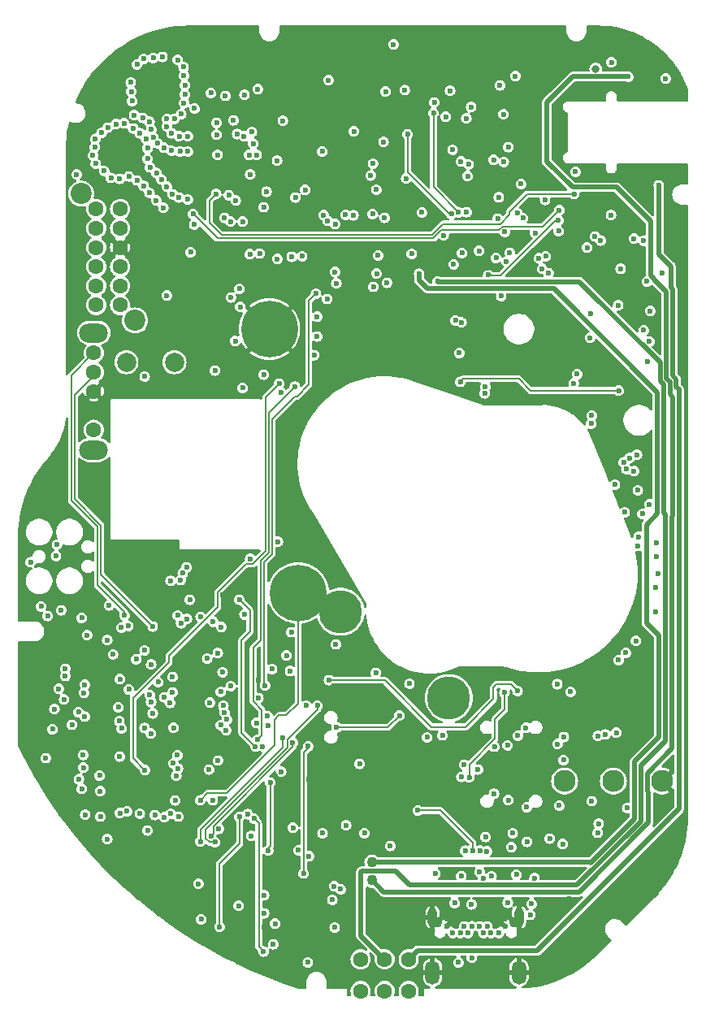
<source format=gbr>
G04 #@! TF.GenerationSoftware,KiCad,Pcbnew,8.0.8+dfsg-1*
G04 #@! TF.CreationDate,2025-03-16T16:58:15-04:00*
G04 #@! TF.ProjectId,RUST_Motherboard,52555354-5f4d-46f7-9468-6572626f6172,rev?*
G04 #@! TF.SameCoordinates,Original*
G04 #@! TF.FileFunction,Copper,L4,Inr*
G04 #@! TF.FilePolarity,Positive*
%FSLAX46Y46*%
G04 Gerber Fmt 4.6, Leading zero omitted, Abs format (unit mm)*
G04 Created by KiCad (PCBNEW 8.0.8+dfsg-1) date 2025-03-16 16:58:15*
%MOMM*%
%LPD*%
G01*
G04 APERTURE LIST*
G04 #@! TA.AperFunction,ComponentPad*
%ADD10C,2.300000*%
G04 #@! TD*
G04 #@! TA.AperFunction,ComponentPad*
%ADD11C,1.600000*%
G04 #@! TD*
G04 #@! TA.AperFunction,ComponentPad*
%ADD12C,0.600000*%
G04 #@! TD*
G04 #@! TA.AperFunction,ComponentPad*
%ADD13O,1.000000X2.000000*%
G04 #@! TD*
G04 #@! TA.AperFunction,ComponentPad*
%ADD14O,1.500000X2.500000*%
G04 #@! TD*
G04 #@! TA.AperFunction,ComponentPad*
%ADD15C,1.100000*%
G04 #@! TD*
G04 #@! TA.AperFunction,ComponentPad*
%ADD16C,2.000000*%
G04 #@! TD*
G04 #@! TA.AperFunction,ComponentPad*
%ADD17C,5.900000*%
G04 #@! TD*
G04 #@! TA.AperFunction,ComponentPad*
%ADD18O,3.000000X2.000000*%
G04 #@! TD*
G04 #@! TA.AperFunction,ComponentPad*
%ADD19C,2.200000*%
G04 #@! TD*
G04 #@! TA.AperFunction,ComponentPad*
%ADD20C,4.500000*%
G04 #@! TD*
G04 #@! TA.AperFunction,ViaPad*
%ADD21C,0.600000*%
G04 #@! TD*
G04 #@! TA.AperFunction,ViaPad*
%ADD22C,0.800000*%
G04 #@! TD*
G04 #@! TA.AperFunction,Conductor*
%ADD23C,0.180000*%
G04 #@! TD*
G04 #@! TA.AperFunction,Conductor*
%ADD24C,0.500000*%
G04 #@! TD*
G04 #@! TA.AperFunction,Conductor*
%ADD25C,0.200000*%
G04 #@! TD*
G04 APERTURE END LIST*
D10*
X178930000Y-133100000D03*
X173850000Y-133100000D03*
X168770000Y-133100000D03*
D11*
X147510000Y-154972500D03*
X150010000Y-154972500D03*
X152510000Y-154972500D03*
X147510000Y-151672500D03*
X150010000Y-151672500D03*
X152510000Y-151672500D03*
D12*
X162550000Y-148230000D03*
X161900000Y-148930000D03*
X161100000Y-148930000D03*
X160700000Y-148230000D03*
X160300000Y-148930000D03*
X159900000Y-148230000D03*
X159100000Y-148230000D03*
X158700000Y-148930000D03*
X158300000Y-148230000D03*
X157900000Y-148930000D03*
X157100000Y-148930000D03*
X156450000Y-148230000D03*
D13*
X155000000Y-147280000D03*
D14*
X155000000Y-153030000D03*
D15*
X155450000Y-147830000D03*
X163550000Y-147830000D03*
D13*
X164000000Y-147280000D03*
D14*
X164000000Y-153030000D03*
D16*
X128100000Y-89460000D03*
X123100000Y-89460000D03*
D17*
X141000000Y-113500000D03*
X138000000Y-86000000D03*
D15*
X148700000Y-141550000D03*
X148700000Y-143450000D03*
D18*
X119700000Y-98600000D03*
X119700000Y-86400000D03*
D11*
X119700000Y-96500000D03*
X119700000Y-92500000D03*
X119700000Y-90500000D03*
X119700000Y-88500000D03*
D19*
X118400000Y-71900000D03*
X124000000Y-85100000D03*
D11*
X119950000Y-73500000D03*
X119950000Y-75500000D03*
X119950000Y-77500000D03*
X119950000Y-79500000D03*
X119950000Y-81500000D03*
X119950000Y-83500000D03*
X122450000Y-73500000D03*
X122450000Y-75500000D03*
X122450000Y-77500000D03*
X122450000Y-79500000D03*
X122450000Y-81500000D03*
X122450000Y-83500000D03*
D20*
X156700000Y-124450000D03*
X145400000Y-115450000D03*
D21*
X118800000Y-136600000D03*
X116300000Y-115300000D03*
X114700000Y-130700000D03*
X181179011Y-84552065D03*
X160350000Y-128950000D03*
X117813864Y-128068089D03*
X126761642Y-120124531D03*
X160682080Y-79618887D03*
X165591939Y-80264500D03*
X140100000Y-123190500D03*
X127270000Y-129690000D03*
X146550612Y-121251713D03*
X144300000Y-125450000D03*
X169282949Y-145374500D03*
X138616501Y-132550022D03*
X166424001Y-145825000D03*
X124800000Y-143300000D03*
X139060000Y-117610000D03*
X135725500Y-118950000D03*
X157400000Y-90300000D03*
X157194989Y-69043714D03*
X163650000Y-66250000D03*
X127574936Y-70119523D03*
X140900000Y-147900000D03*
X158200000Y-134860000D03*
X134000000Y-143000000D03*
X158330000Y-130650000D03*
X142122279Y-132900000D03*
X122340250Y-124308774D03*
X158477511Y-84630652D03*
X118745693Y-124656497D03*
X127700003Y-57299997D03*
X130874260Y-110599502D03*
X159250000Y-74425000D03*
X133150000Y-113675000D03*
X128400002Y-110400001D03*
X159030111Y-79980111D03*
X126403025Y-82596975D03*
X118650000Y-114800000D03*
X173587195Y-80693617D03*
X129150000Y-84500000D03*
X119350000Y-111810000D03*
X166851029Y-123282469D03*
X118641966Y-129152356D03*
X144716820Y-123141028D03*
X117275000Y-109600000D03*
X124973324Y-120599000D03*
X162625000Y-142850000D03*
X136849500Y-122600500D03*
X157200000Y-143000000D03*
X156100000Y-146100000D03*
X137450010Y-148300000D03*
X127200000Y-112850000D03*
X159499020Y-136050000D03*
X128400000Y-110400000D03*
X181122243Y-91014065D03*
X129895340Y-136921118D03*
X129949500Y-119650000D03*
X125643008Y-121849880D03*
X179600000Y-77750000D03*
X132400000Y-111400500D03*
X137296779Y-129505989D03*
X159050000Y-145950000D03*
X171425000Y-86900000D03*
X159850000Y-77850000D03*
X165700000Y-75975000D03*
X171437642Y-84437376D03*
X144800000Y-148350000D03*
X145428351Y-144368734D03*
X163360000Y-138540000D03*
X118457058Y-133914514D03*
X113122343Y-110293032D03*
X146000000Y-137700000D03*
X162824399Y-129372918D03*
X114200000Y-114899996D03*
X124500000Y-136500000D03*
X123350500Y-123550000D03*
X158833958Y-132710879D03*
X115860000Y-108460000D03*
X143537863Y-138520999D03*
X125307886Y-138244710D03*
X127890000Y-123860000D03*
X162500000Y-123875000D03*
X114883338Y-115897623D03*
X147400000Y-131300000D03*
X118150000Y-132900000D03*
X128400000Y-130400000D03*
X158284154Y-131398099D03*
X129357430Y-110803789D03*
X115600000Y-125600000D03*
X155521196Y-81050500D03*
D22*
X172000000Y-58900500D03*
D21*
X158016468Y-132670500D03*
X168650000Y-130900500D03*
X129700000Y-114200000D03*
X144750000Y-144050000D03*
X167100000Y-80175989D03*
X128450000Y-115850000D03*
X177600500Y-104256581D03*
X174378862Y-120493677D03*
X118450000Y-116100000D03*
X177600000Y-87300000D03*
X150930000Y-56350000D03*
X127705378Y-112244622D03*
X144917713Y-118850011D03*
X134881641Y-81803134D03*
X178525000Y-111450000D03*
X142000000Y-152000000D03*
X161445041Y-129517929D03*
X135400000Y-61600000D03*
X152590000Y-122950000D03*
X141850000Y-125239500D03*
X178350500Y-108263411D03*
X128470084Y-131820051D03*
X133400000Y-61700000D03*
X115754055Y-109644213D03*
X140155200Y-121634800D03*
X127904763Y-122229298D03*
X178272695Y-115475989D03*
X131900000Y-61400000D03*
X138081782Y-133256773D03*
X139780000Y-120010000D03*
X130900000Y-147500000D03*
X138400000Y-150100000D03*
X118598468Y-130376300D03*
X164225000Y-70875000D03*
X137894061Y-140318967D03*
X128020000Y-127540000D03*
X144013452Y-82866548D03*
X137450010Y-146885986D03*
X165169554Y-147042081D03*
X162149044Y-82563288D03*
X159920751Y-140340978D03*
X163850000Y-73925000D03*
X157198812Y-79249130D03*
X145000000Y-127500000D03*
X136850000Y-124450000D03*
X127979037Y-131253812D03*
X168022838Y-129235339D03*
X164850012Y-139430015D03*
X159721655Y-131905457D03*
X151546582Y-126271498D03*
X124987893Y-127564330D03*
X165325000Y-145900000D03*
X126066488Y-136643599D03*
X119000000Y-117900000D03*
X122600989Y-127600000D03*
X117425999Y-127226919D03*
X132338159Y-90324500D03*
X135403513Y-115739500D03*
X133992878Y-82707122D03*
X136000000Y-109949500D03*
X132619368Y-119759332D03*
X148550000Y-70000000D03*
X129800000Y-78000000D03*
X127300000Y-64100000D03*
X129200000Y-60600000D03*
X152248765Y-70308265D03*
X126750000Y-70400000D03*
X127000000Y-67100002D03*
X119600000Y-67900000D03*
X125300000Y-67150000D03*
X139400000Y-64300000D03*
X149170000Y-80210000D03*
X125300000Y-68250000D03*
X157800000Y-88500000D03*
X179300000Y-59900000D03*
X123900000Y-63700000D03*
X122850000Y-64550000D03*
X129100000Y-62450000D03*
X119900000Y-68750000D03*
X156380000Y-63880000D03*
X129500000Y-72500000D03*
X153900000Y-73849989D03*
X127300000Y-71150000D03*
X141731444Y-71501444D03*
X119850000Y-66200000D03*
X125500000Y-71800000D03*
X123700000Y-62250000D03*
X132500000Y-64500000D03*
X125150000Y-66200000D03*
X123550000Y-60300000D03*
X123350000Y-70100000D03*
X122000000Y-64650000D03*
X124800000Y-64000000D03*
X146800000Y-65400000D03*
X126349997Y-66649997D03*
X127800000Y-65600000D03*
X125700000Y-65200000D03*
X135890599Y-67864015D03*
X127900000Y-71950000D03*
X124900000Y-57850000D03*
X126250000Y-69750000D03*
X128100000Y-64100000D03*
X141406185Y-78418322D03*
X122400000Y-70350000D03*
X119800000Y-67050000D03*
X129092582Y-59600011D03*
X129200000Y-61550000D03*
X132500000Y-65750000D03*
X135360000Y-65920000D03*
X125550000Y-69150000D03*
X129050000Y-58700000D03*
X127300000Y-64900000D03*
X136990000Y-78120000D03*
X123600000Y-61250000D03*
X128600000Y-65900000D03*
X133952047Y-74810500D03*
X126850000Y-57650000D03*
X128700000Y-67500000D03*
X143500000Y-67500000D03*
X125500000Y-64400000D03*
X124200000Y-70500000D03*
X150001485Y-74401485D03*
X121500000Y-70250000D03*
X128800000Y-63600000D03*
X125900000Y-66000000D03*
X129500000Y-67500000D03*
X156150000Y-76250000D03*
X136000000Y-69900000D03*
X136800000Y-61000000D03*
X128550000Y-72300000D03*
X126950000Y-73350000D03*
X121150000Y-65000000D03*
X120500000Y-65550000D03*
X134489882Y-72612770D03*
X120777856Y-69534553D03*
X135218913Y-74810500D03*
X128450000Y-57950000D03*
X140706018Y-72298907D03*
X124206000Y-58420000D03*
X149138556Y-71474500D03*
X136170000Y-65450000D03*
X127800000Y-67400000D03*
X124500000Y-65600000D03*
X134250000Y-64250000D03*
X129500000Y-65900000D03*
X123800000Y-65100000D03*
X124900000Y-71100000D03*
X127300000Y-82500000D03*
X125900000Y-57750000D03*
X173650000Y-58200000D03*
X126200000Y-72600000D03*
X132600000Y-67850498D03*
X137400000Y-73300000D03*
X169900000Y-69600000D03*
X135750000Y-136550002D03*
X160797263Y-80359486D03*
X168125000Y-74675999D03*
X136400000Y-137000000D03*
X137378476Y-150856308D03*
X132800000Y-148300000D03*
X134875000Y-136825000D03*
X174600000Y-79725000D03*
X124126110Y-120410332D03*
X161400500Y-134437862D03*
X128750000Y-112160989D03*
X175530199Y-99449500D03*
X176199992Y-118499992D03*
X178350500Y-109720100D03*
X175025000Y-105075000D03*
X140456670Y-137969779D03*
X158000000Y-143000000D03*
X138280000Y-121420000D03*
X163875500Y-128375512D03*
X133582115Y-126682259D03*
X122360000Y-126840000D03*
X125840000Y-126059500D03*
X133316512Y-125981396D03*
X176425000Y-108575000D03*
X176880378Y-105244622D03*
X175148391Y-119724147D03*
X171531031Y-95850551D03*
X174010435Y-102197674D03*
X176475000Y-107650000D03*
X177000500Y-76800000D03*
X176400000Y-102800000D03*
X121300000Y-114800000D03*
X117900000Y-69900000D03*
X139212897Y-92612967D03*
X138889500Y-108150000D03*
X142122279Y-140930649D03*
X160520999Y-138924500D03*
X121100000Y-118400000D03*
X148760000Y-74010000D03*
X126416867Y-122778798D03*
X150600000Y-139850000D03*
X133120000Y-121750000D03*
X132127751Y-116499500D03*
X156030000Y-128330000D03*
X131512068Y-120334751D03*
X149095378Y-121814622D03*
X178249500Y-112900000D03*
X168150000Y-75789500D03*
X118769375Y-126385500D03*
X172210082Y-138488090D03*
X127050000Y-136850000D03*
X162836444Y-145780989D03*
X144562098Y-145467734D03*
X178925000Y-80175000D03*
X128525000Y-136800000D03*
X171592212Y-135184899D03*
X163750000Y-142850000D03*
X174350000Y-83525000D03*
X128300000Y-132550000D03*
X125674711Y-124876525D03*
X177400000Y-89400000D03*
X165625806Y-143223694D03*
X172225000Y-128400000D03*
X136653901Y-127049500D03*
X175288211Y-135894238D03*
X147900000Y-138520999D03*
X155300000Y-142750500D03*
X125850000Y-117000000D03*
X125672241Y-120957022D03*
X168569806Y-139669806D03*
X123150500Y-136238774D03*
X128800000Y-116650000D03*
X162400000Y-63625000D03*
X122425291Y-136428050D03*
X137450010Y-144999979D03*
X120361717Y-134146580D03*
X158422103Y-140349247D03*
X163200000Y-140000000D03*
X130200000Y-63000000D03*
X129399602Y-116200298D03*
X121099243Y-139157793D03*
X120300000Y-132525000D03*
X130831066Y-115991822D03*
X141023279Y-140300000D03*
X131700000Y-131900000D03*
X142980000Y-84720000D03*
X136545458Y-129505989D03*
X134870000Y-114210000D03*
X133487973Y-127800004D03*
X144825500Y-80045512D03*
X132938473Y-127262533D03*
X144980000Y-81240000D03*
X131800000Y-124930000D03*
X163860000Y-123710000D03*
X144210549Y-122588360D03*
X154440000Y-128550000D03*
X132980000Y-117049000D03*
X140280000Y-117580000D03*
X124982444Y-119472261D03*
X137413676Y-90749432D03*
X116718845Y-122152957D03*
X116725500Y-121382500D03*
X135197098Y-92127402D03*
X159023533Y-62870000D03*
X162900000Y-135075000D03*
X177350000Y-81050000D03*
X167215339Y-139097630D03*
X174150000Y-128050000D03*
X171919045Y-76344317D03*
X173000000Y-128247863D03*
X172530000Y-76780000D03*
X164825663Y-135831139D03*
X169375000Y-123799500D03*
X171105271Y-77515469D03*
X160260719Y-143242631D03*
X159903252Y-142576141D03*
X161158188Y-143023512D03*
X160666444Y-140416444D03*
X137850000Y-127325000D03*
X177000000Y-86125000D03*
X172312635Y-137550095D03*
X127716214Y-136506618D03*
X116061170Y-123492234D03*
X175200000Y-100600000D03*
X128175000Y-135125000D03*
X176000000Y-76575000D03*
X177683236Y-84116764D03*
X122561920Y-117115329D03*
X174915728Y-99878662D03*
X171600000Y-95000000D03*
X178575000Y-71025000D03*
X176300000Y-99100000D03*
X176000000Y-100800000D03*
X168689210Y-128519318D03*
X137799440Y-126340560D03*
X130800000Y-135099502D03*
X174400000Y-92400000D03*
X157900000Y-91500000D03*
X170075000Y-90700000D03*
X160440000Y-92690000D03*
X158075000Y-78075000D03*
X169725000Y-91650000D03*
X160500000Y-92000000D03*
X158010516Y-85310516D03*
X157400000Y-85100000D03*
X168000000Y-123000000D03*
X164725000Y-127550000D03*
X139223613Y-132110512D03*
X132650498Y-130949500D03*
X166425000Y-79725000D03*
X118100000Y-125925000D03*
X140646555Y-92006555D03*
X136749255Y-128784727D03*
X134449502Y-87250385D03*
X118751574Y-123051574D03*
X125000000Y-90950500D03*
X157090619Y-67312351D03*
X168200000Y-135650000D03*
X161375000Y-68375000D03*
X135960500Y-78200000D03*
X149900000Y-66500000D03*
X148800000Y-68750500D03*
X166725000Y-72550000D03*
X157957845Y-68546003D03*
X157300000Y-145799499D03*
X122435500Y-122480632D03*
X134967878Y-83682122D03*
X125630775Y-128149225D03*
X122400000Y-130549500D03*
X118624056Y-131703277D03*
X123287462Y-116925236D03*
X127040000Y-124370000D03*
X122900000Y-115850000D03*
X133210000Y-125239500D03*
X122260000Y-125409500D03*
X139025261Y-91682978D03*
X125017385Y-131952356D03*
X155200000Y-62369500D03*
X175400000Y-59700000D03*
X133760000Y-72050000D03*
X163640000Y-59650000D03*
X162032208Y-60609500D03*
X136303556Y-66679500D03*
X130170000Y-75110000D03*
X162900000Y-67050000D03*
X162430000Y-68580000D03*
X133323518Y-74402204D03*
X130050000Y-74010000D03*
X168210000Y-73620000D03*
X169747963Y-71924500D03*
X132450000Y-71930000D03*
X158761782Y-68838218D03*
X161900000Y-72275000D03*
X158550000Y-73825000D03*
X164420000Y-74430000D03*
X138825000Y-78700000D03*
X140325000Y-78475000D03*
X143641906Y-74121866D03*
X144080000Y-74730000D03*
X144849499Y-75050501D03*
X145940000Y-74090000D03*
X146760000Y-74150000D03*
X120400000Y-136800000D03*
X132739257Y-138075000D03*
X136100000Y-138799988D03*
X132100000Y-135100016D03*
X121710331Y-119894149D03*
X127646689Y-124958776D03*
X153600000Y-80250000D03*
X142660000Y-88720000D03*
X150250000Y-81175000D03*
X148850000Y-81597112D03*
X142980000Y-86780000D03*
X166798580Y-78412573D03*
X162699993Y-78969764D03*
X166079278Y-78623191D03*
X156980000Y-74010000D03*
X152400000Y-65700000D03*
X155100000Y-63500000D03*
X157708958Y-73835717D03*
X163040005Y-78056896D03*
X161616598Y-78593479D03*
X116600000Y-124600000D03*
X128967063Y-111443607D03*
X115400000Y-127700000D03*
X134800000Y-146100000D03*
X159100000Y-151500000D03*
X138600000Y-147950000D03*
X157700000Y-152000000D03*
X161800000Y-74500000D03*
X162525000Y-75875000D03*
X137700000Y-71700000D03*
X134649637Y-65680966D03*
X144156444Y-60056444D03*
X158519404Y-64037626D03*
X156830000Y-61170500D03*
X150100000Y-61250000D03*
X152834584Y-78171409D03*
X158650000Y-70050000D03*
X130809699Y-139411025D03*
X139381045Y-128555860D03*
X132934885Y-123795114D03*
X125538514Y-124139500D03*
X118669370Y-123910890D03*
X133980000Y-123190500D03*
X153480000Y-136170000D03*
X159171514Y-140360932D03*
X140440000Y-129100000D03*
X131913682Y-138840539D03*
X143000000Y-125239500D03*
X132331350Y-139463479D03*
X142042969Y-129460500D03*
X130600000Y-143800000D03*
X141572779Y-142725149D03*
X152100000Y-61100000D03*
X138800000Y-68450500D03*
X142850000Y-82300000D03*
X136670000Y-67850498D03*
X137540000Y-123150000D03*
X149325000Y-78325000D03*
X173600000Y-74125000D03*
D23*
X126400000Y-119172324D02*
X124973324Y-120599000D01*
X126400000Y-112400003D02*
X126400000Y-119172324D01*
X128400002Y-110400001D02*
X126400000Y-112400003D01*
X162500000Y-125650000D02*
X161500000Y-126650000D01*
X162500000Y-123875000D02*
X162500000Y-125650000D01*
X161500000Y-126650000D02*
X161500000Y-128700000D01*
X161500000Y-128700000D02*
X158833958Y-131366042D01*
X158833958Y-131366042D02*
X158833958Y-132710879D01*
D24*
X179299511Y-128930964D02*
X179299511Y-105319037D01*
X176730986Y-131499489D02*
X179299511Y-128930964D01*
X170069047Y-143949501D02*
X176730986Y-137287562D01*
X147574511Y-142500489D02*
X151150489Y-142500489D01*
X179099511Y-91780964D02*
X178725489Y-91406941D01*
X179299511Y-105319037D02*
X179099511Y-105119037D01*
X170304770Y-81073317D02*
X155544013Y-81073317D01*
X150010000Y-151672500D02*
X147550000Y-149212500D01*
X151150489Y-142500489D02*
X152599501Y-143949501D01*
X155544013Y-81073317D02*
X155521196Y-81050500D01*
X147550000Y-149212500D02*
X147550000Y-142525000D01*
X179099511Y-105119037D02*
X179099511Y-91780964D01*
X178725489Y-89494036D02*
X170304770Y-81073317D01*
X147550000Y-142525000D02*
X147574511Y-142500489D01*
X176730986Y-137287562D02*
X176730986Y-131499489D01*
X152599501Y-143949501D02*
X170069047Y-143949501D01*
X178725489Y-91406941D02*
X178725489Y-89494036D01*
D25*
X138081782Y-139881782D02*
X138081782Y-133256773D01*
X137894061Y-140069503D02*
X138081782Y-139881782D01*
X137894061Y-140318967D02*
X137894061Y-140069503D01*
X150318080Y-127500000D02*
X151546582Y-126271498D01*
X145000000Y-127500000D02*
X150318080Y-127500000D01*
D23*
X161126709Y-80359486D02*
X161153201Y-80385978D01*
X167806727Y-74675999D02*
X168125000Y-74675999D01*
X162096748Y-80385978D02*
X167806727Y-74675999D01*
X161153201Y-80385978D02*
X162096748Y-80385978D01*
X160797263Y-80359486D02*
X161126709Y-80359486D01*
D25*
X136400000Y-137000000D02*
X136900000Y-137500000D01*
X136900000Y-150377832D02*
X137378476Y-150856308D01*
X136900000Y-137500000D02*
X136900000Y-150377832D01*
X132800000Y-141675000D02*
X134875000Y-139600000D01*
X132800000Y-148300000D02*
X132800000Y-141675000D01*
X134875000Y-139600000D02*
X134875000Y-136825000D01*
X120450011Y-111600011D02*
X125850000Y-117000000D01*
X120100000Y-90500000D02*
X117700000Y-92900000D01*
X117700000Y-103720692D02*
X120450011Y-106470703D01*
X120450011Y-106470703D02*
X120450011Y-111600011D01*
X117700000Y-92900000D02*
X117700000Y-103720692D01*
X135968569Y-115308569D02*
X134870000Y-114210000D01*
X135100000Y-128060531D02*
X135100000Y-118400000D01*
X135968569Y-117531431D02*
X135968569Y-115308569D01*
X135100000Y-118400000D02*
X135968569Y-117531431D01*
X136545458Y-129505989D02*
X135100000Y-128060531D01*
X161349501Y-124545358D02*
X158444859Y-127450000D01*
X161349501Y-123774501D02*
X161349501Y-124545358D01*
X150018360Y-122588360D02*
X144210549Y-122588360D01*
X163860000Y-123710000D02*
X163175000Y-123025000D01*
X158444859Y-127450000D02*
X154880000Y-127450000D01*
X163175000Y-123025000D02*
X161650000Y-123025000D01*
D23*
X161325000Y-123750000D02*
X161325000Y-123350000D01*
D25*
X161325000Y-123750000D02*
X161349501Y-123774501D01*
D23*
X161325000Y-123350000D02*
X161650000Y-123025000D01*
D25*
X154880000Y-127450000D02*
X150018360Y-122588360D01*
D24*
X180698533Y-135976467D02*
X180698533Y-92292891D01*
X180398533Y-91242891D02*
X180024511Y-90868869D01*
X180698533Y-92292891D02*
X180398533Y-91992891D01*
X179824511Y-81680963D02*
X179824511Y-79449511D01*
X152510000Y-151672500D02*
X153407500Y-150775000D01*
X180024511Y-90868869D02*
X180024511Y-81880963D01*
X178575000Y-78200000D02*
X178575000Y-71025000D01*
X179824511Y-79449511D02*
X178575000Y-78200000D01*
X153407500Y-150775000D02*
X165900000Y-150775000D01*
X180024511Y-81880963D02*
X179824511Y-81680963D01*
X165900000Y-150775000D02*
X180698533Y-135976467D01*
X180398533Y-91992891D02*
X180398533Y-91242891D01*
D23*
X139000000Y-126250000D02*
X139750000Y-126250000D01*
X141000000Y-125000000D02*
X141000000Y-113500000D01*
X139750000Y-126250000D02*
X141000000Y-125000000D01*
X138546979Y-126703021D02*
X139000000Y-126250000D01*
X131549502Y-134350000D02*
X133575000Y-134350000D01*
D25*
X158200000Y-91200000D02*
X164000000Y-91200000D01*
X165200000Y-92400000D02*
X174400000Y-92400000D01*
D23*
X130800000Y-135099502D02*
X131549502Y-134350000D01*
X138546979Y-129378021D02*
X138546979Y-126703021D01*
D25*
X157900000Y-91500000D02*
X158200000Y-91200000D01*
D23*
X133575000Y-134350000D02*
X138546979Y-129378021D01*
D25*
X164000000Y-91200000D02*
X165200000Y-92400000D01*
X136300000Y-124800000D02*
X136300000Y-119227127D01*
X137930499Y-109290383D02*
X137930499Y-94722612D01*
X137210127Y-125710127D02*
X136300000Y-124800000D01*
X136749255Y-128784727D02*
X137210127Y-128323855D01*
X137100499Y-118426628D02*
X137100499Y-110120384D01*
X137210127Y-128323855D02*
X137210127Y-125710127D01*
X137930499Y-94722612D02*
X140646555Y-92006555D01*
X136300000Y-119227127D02*
X137100499Y-118426628D01*
X137100499Y-110120384D02*
X137930499Y-109290383D01*
X122900000Y-115500000D02*
X122900000Y-115850000D01*
X117350480Y-103865468D02*
X120100000Y-106614988D01*
X120100000Y-106614988D02*
X120100000Y-112700000D01*
X120100000Y-112700000D02*
X122900000Y-115500000D01*
X117350480Y-90849520D02*
X117350480Y-103865468D01*
X119700000Y-88500000D02*
X117350480Y-90849520D01*
X123792408Y-130727379D02*
X123792408Y-124477592D01*
X127560795Y-120039205D02*
X132600499Y-114999501D01*
X137580998Y-109145615D02*
X137580998Y-93127241D01*
X125017385Y-131952356D02*
X123792408Y-130727379D01*
X127560795Y-120709205D02*
X127560795Y-120039205D01*
X136227612Y-110499001D02*
X137580998Y-109145615D01*
X135548886Y-110499001D02*
X136227612Y-110499001D01*
X132600499Y-114999501D02*
X132600499Y-113447388D01*
X137580998Y-93127241D02*
X139025261Y-91682978D01*
X132600499Y-113447388D02*
X135548886Y-110499001D01*
X123792408Y-124477592D02*
X127560795Y-120709205D01*
D24*
X179949022Y-129719525D02*
X177380497Y-132288050D01*
X180049022Y-105488074D02*
X179949022Y-105588073D01*
X169600000Y-59700000D02*
X166900000Y-62400000D01*
X149925000Y-144675000D02*
X148700000Y-143450000D01*
X166900000Y-68525000D02*
X169600000Y-71225000D01*
X166900000Y-62400000D02*
X166900000Y-68525000D01*
X177700000Y-74725000D02*
X177700000Y-80410755D01*
X179375000Y-82150000D02*
X179375000Y-91137906D01*
X169600000Y-71225000D02*
X174200000Y-71225000D01*
X179749022Y-92786927D02*
X180049022Y-93086927D01*
X177499022Y-134261928D02*
X177499022Y-137438074D01*
X179749022Y-91511928D02*
X179749022Y-92786927D01*
X177499022Y-137438074D02*
X170262095Y-144675000D01*
X179375000Y-91137906D02*
X179749022Y-91511928D01*
X178049501Y-80760256D02*
X178049501Y-80824501D01*
X177380497Y-132288050D02*
X177380497Y-134143402D01*
X178049501Y-80824501D02*
X179375000Y-82150000D01*
X175400000Y-59700000D02*
X169600000Y-59700000D01*
X170262095Y-144675000D02*
X149925000Y-144675000D01*
X177700000Y-80410755D02*
X178049501Y-80760256D01*
X179949022Y-105588073D02*
X179949022Y-129719525D01*
X174200000Y-71225000D02*
X177700000Y-74725000D01*
X177380497Y-134143402D02*
X177499022Y-134261928D01*
X180049022Y-93086927D02*
X180049022Y-105488074D01*
D25*
X132589001Y-76549001D02*
X130050000Y-74010000D01*
X168210000Y-73620000D02*
X166504501Y-75325499D01*
X155073886Y-76549001D02*
X132589001Y-76549001D01*
X166504501Y-75325499D02*
X162297388Y-75325499D01*
X155922388Y-75700499D02*
X155073886Y-76549001D01*
X161922388Y-75700499D02*
X155922388Y-75700499D01*
X162297388Y-75325499D02*
X161922388Y-75700499D01*
X154929104Y-76199500D02*
X156077616Y-75050988D01*
X162077616Y-75050988D02*
X163025499Y-74103105D01*
X156077616Y-75050988D02*
X162077616Y-75050988D01*
X133049500Y-76199500D02*
X154929104Y-76199500D01*
X164873885Y-71924500D02*
X169747963Y-71924500D01*
X132450000Y-71930000D02*
X131760000Y-72620000D01*
X131760000Y-74910000D02*
X133049500Y-76199500D01*
X163025499Y-74103105D02*
X163025499Y-73772886D01*
X163025499Y-73772886D02*
X164873885Y-71924500D01*
X131760000Y-72620000D02*
X131760000Y-74910000D01*
D24*
X178600000Y-128525000D02*
X178600000Y-117950000D01*
X167625000Y-81750000D02*
X154450000Y-81750000D01*
X168425000Y-141525000D02*
X171425000Y-141525000D01*
X178450000Y-92575000D02*
X167625000Y-81750000D01*
X153600000Y-80900000D02*
X153600000Y-80250000D01*
X178600000Y-117950000D02*
X177300000Y-116650000D01*
X176081475Y-137018525D02*
X176081475Y-131043525D01*
X177300000Y-116650000D02*
X177300000Y-106400000D01*
X177300000Y-106400000D02*
X178450000Y-105250000D01*
X168400000Y-141550000D02*
X168425000Y-141525000D01*
X178450000Y-105250000D02*
X178450000Y-92575000D01*
X154450000Y-81750000D02*
X153600000Y-80900000D01*
X171500000Y-141600000D02*
X176081475Y-137018525D01*
X176081475Y-131043525D02*
X178600000Y-128525000D01*
X171425000Y-141525000D02*
X171500000Y-141600000D01*
X148700000Y-141550000D02*
X168400000Y-141550000D01*
D25*
X156740000Y-74010000D02*
X156980000Y-74010000D01*
X152400000Y-69670000D02*
X156740000Y-74010000D01*
X152400000Y-65700000D02*
X152400000Y-69670000D01*
X155100000Y-63500000D02*
X155100000Y-71226759D01*
X155100000Y-71226759D02*
X157708958Y-73835717D01*
X139381045Y-129618955D02*
X130809699Y-138190301D01*
X139381045Y-128555860D02*
X139381045Y-129618955D01*
X130809699Y-138190301D02*
X130809699Y-139411025D01*
X159171514Y-140360932D02*
X159171514Y-139491514D01*
X159171514Y-139491514D02*
X155850000Y-136170000D01*
X155850000Y-136170000D02*
X153480000Y-136170000D01*
X131913682Y-138840539D02*
X132189247Y-138564974D01*
X140440000Y-129560000D02*
X140440000Y-129100000D01*
X132189247Y-137810753D02*
X140440000Y-129560000D01*
X132189247Y-138564974D02*
X132189247Y-137810753D01*
X132331350Y-139463479D02*
X131759495Y-139463479D01*
X131364171Y-139068155D02*
X131364171Y-138141533D01*
X143000000Y-125643247D02*
X143000000Y-125239500D01*
X139890489Y-128872384D02*
X139896221Y-128866652D01*
X139896221Y-128747026D02*
X143000000Y-125643247D01*
X131759495Y-139463479D02*
X131364171Y-139068155D01*
X139896221Y-128866652D02*
X139896221Y-128747026D01*
X131364171Y-138141533D02*
X139890489Y-129615215D01*
X139890489Y-129615215D02*
X139890489Y-128872384D01*
X141572779Y-142725149D02*
X141572779Y-130059511D01*
X141707616Y-130059511D02*
X142042969Y-129724158D01*
X142042969Y-129724158D02*
X142042969Y-129460500D01*
X141572779Y-130059511D02*
X141707616Y-130059511D01*
X138280000Y-95420000D02*
X140680000Y-93020000D01*
X140870000Y-93020000D02*
X142100000Y-91790000D01*
X137450000Y-110265152D02*
X138280000Y-109435151D01*
X137540000Y-123150000D02*
X137450000Y-123060000D01*
X142100000Y-91790000D02*
X142100000Y-83050000D01*
X142100000Y-83050000D02*
X142850000Y-82300000D01*
X137450000Y-123060000D02*
X137450000Y-110265152D01*
X140680000Y-93020000D02*
X140870000Y-93020000D01*
X138280000Y-109435151D02*
X138280000Y-95420000D01*
G04 #@! TA.AperFunction,Conductor*
G36*
X136916621Y-54395502D02*
G01*
X136963114Y-54449158D01*
X136974500Y-54501500D01*
X136974500Y-55095022D01*
X136974501Y-55095037D01*
X137009422Y-55281841D01*
X137009424Y-55281848D01*
X137078076Y-55459058D01*
X137078081Y-55459069D01*
X137178128Y-55620650D01*
X137306161Y-55761095D01*
X137306166Y-55761100D01*
X137457831Y-55875633D01*
X137627960Y-55960347D01*
X137810758Y-56012357D01*
X137881723Y-56018933D01*
X137999995Y-56029893D01*
X138000000Y-56029893D01*
X138000005Y-56029893D01*
X138086019Y-56021922D01*
X138189242Y-56012357D01*
X138372040Y-55960347D01*
X138542169Y-55875633D01*
X138693834Y-55761100D01*
X138821872Y-55620649D01*
X138921922Y-55459063D01*
X138990577Y-55281844D01*
X139025500Y-55095027D01*
X139025500Y-55000000D01*
X139025500Y-54975469D01*
X139025500Y-54501500D01*
X139045502Y-54433379D01*
X139099158Y-54386886D01*
X139151500Y-54375500D01*
X168848500Y-54375500D01*
X168916621Y-54395502D01*
X168963114Y-54449158D01*
X168974500Y-54501500D01*
X168974500Y-55095022D01*
X168974501Y-55095037D01*
X169009422Y-55281841D01*
X169009424Y-55281848D01*
X169078076Y-55459058D01*
X169078081Y-55459069D01*
X169178128Y-55620650D01*
X169306161Y-55761095D01*
X169306166Y-55761100D01*
X169457831Y-55875633D01*
X169627960Y-55960347D01*
X169810758Y-56012357D01*
X169881723Y-56018933D01*
X169999995Y-56029893D01*
X170000000Y-56029893D01*
X170000005Y-56029893D01*
X170086019Y-56021922D01*
X170189242Y-56012357D01*
X170372040Y-55960347D01*
X170542169Y-55875633D01*
X170693834Y-55761100D01*
X170821872Y-55620649D01*
X170921922Y-55459063D01*
X170990577Y-55281844D01*
X171025500Y-55095027D01*
X171025500Y-55000000D01*
X171025500Y-54975469D01*
X171025500Y-54501500D01*
X171045502Y-54433379D01*
X171099158Y-54386886D01*
X171151500Y-54375500D01*
X172235469Y-54375500D01*
X172258039Y-54375500D01*
X172261938Y-54375560D01*
X172869318Y-54394364D01*
X172877066Y-54394844D01*
X173480153Y-54451002D01*
X173487878Y-54451964D01*
X174086340Y-54545322D01*
X174093981Y-54546758D01*
X174685531Y-54676961D01*
X174693077Y-54678868D01*
X175275409Y-54845406D01*
X175282836Y-54847781D01*
X175472667Y-54915026D01*
X175853772Y-55050030D01*
X175861005Y-55052846D01*
X176418351Y-55290034D01*
X176425395Y-55293292D01*
X176967009Y-55564506D01*
X176973851Y-55568202D01*
X177438565Y-55838086D01*
X177497615Y-55872380D01*
X177504234Y-55876503D01*
X178008173Y-56212496D01*
X178014524Y-56217020D01*
X178316507Y-56446563D01*
X178378531Y-56493709D01*
X178496717Y-56583544D01*
X178502772Y-56588449D01*
X178590253Y-56663923D01*
X178961391Y-56984122D01*
X178967126Y-56989389D01*
X179400379Y-57412662D01*
X179405757Y-57418252D01*
X179542715Y-57569715D01*
X179811995Y-57867515D01*
X179817044Y-57873458D01*
X180102095Y-58230862D01*
X180192097Y-58343709D01*
X180194712Y-58346987D01*
X180199380Y-58353228D01*
X180300794Y-58497912D01*
X180547031Y-58849213D01*
X180551307Y-58855735D01*
X180583423Y-58908182D01*
X180867603Y-59372266D01*
X180871454Y-59379013D01*
X181135844Y-59877632D01*
X181155204Y-59914143D01*
X181158642Y-59921142D01*
X181408732Y-60472771D01*
X181411731Y-60479969D01*
X181517751Y-60758462D01*
X181612511Y-61007378D01*
X181616256Y-61017214D01*
X181624500Y-61062043D01*
X181624500Y-62143632D01*
X181604498Y-62211753D01*
X181550842Y-62258246D01*
X181498583Y-62269632D01*
X174351583Y-62274366D01*
X174283449Y-62254409D01*
X174236921Y-62200784D01*
X174225500Y-62148366D01*
X174225500Y-61730123D01*
X174225500Y-61730122D01*
X174192054Y-61594426D01*
X174127106Y-61470678D01*
X174034430Y-61366068D01*
X174034429Y-61366067D01*
X174034428Y-61366066D01*
X173919414Y-61286678D01*
X173919413Y-61286677D01*
X173864714Y-61265932D01*
X173788735Y-61237117D01*
X173650004Y-61220273D01*
X173649996Y-61220273D01*
X173511264Y-61237117D01*
X173404458Y-61277624D01*
X173380587Y-61286677D01*
X173380586Y-61286677D01*
X173380585Y-61286678D01*
X173265571Y-61366066D01*
X173172893Y-61470678D01*
X173107945Y-61594427D01*
X173107945Y-61594428D01*
X173074500Y-61730120D01*
X173074500Y-62148500D01*
X173054498Y-62216621D01*
X173000842Y-62263114D01*
X172948500Y-62274500D01*
X169080120Y-62274500D01*
X168944428Y-62307945D01*
X168944427Y-62307945D01*
X168820678Y-62372893D01*
X168716066Y-62465571D01*
X168636678Y-62580585D01*
X168636677Y-62580587D01*
X168631701Y-62593709D01*
X168587117Y-62711264D01*
X168570273Y-62849996D01*
X168570273Y-62850003D01*
X168587117Y-62988735D01*
X168603101Y-63030880D01*
X168636677Y-63119413D01*
X168659094Y-63151890D01*
X168716066Y-63234428D01*
X168820679Y-63327107D01*
X168852238Y-63343670D01*
X168944426Y-63392054D01*
X168978653Y-63400490D01*
X169040008Y-63436213D01*
X169072309Y-63499435D01*
X169074500Y-63522829D01*
X169074500Y-67477170D01*
X169054498Y-67545291D01*
X169000842Y-67591784D01*
X168978655Y-67599508D01*
X168944434Y-67607943D01*
X168944427Y-67607945D01*
X168820678Y-67672893D01*
X168716066Y-67765571D01*
X168636678Y-67880585D01*
X168636677Y-67880587D01*
X168631116Y-67895250D01*
X168587117Y-68011264D01*
X168570273Y-68149996D01*
X168570273Y-68150003D01*
X168587117Y-68288735D01*
X168613142Y-68357355D01*
X168636677Y-68419413D01*
X168648327Y-68436291D01*
X168716066Y-68534428D01*
X168716067Y-68534429D01*
X168716068Y-68534430D01*
X168820678Y-68627106D01*
X168944426Y-68692054D01*
X169080122Y-68725500D01*
X169134982Y-68725500D01*
X172948500Y-68725500D01*
X173016621Y-68745502D01*
X173063114Y-68799158D01*
X173074500Y-68851500D01*
X173074500Y-69269879D01*
X173107945Y-69405571D01*
X173107945Y-69405572D01*
X173172893Y-69529321D01*
X173210771Y-69572077D01*
X173265570Y-69633932D01*
X173380587Y-69713323D01*
X173489983Y-69754811D01*
X173511264Y-69762882D01*
X173649996Y-69779727D01*
X173650000Y-69779727D01*
X173650004Y-69779727D01*
X173788735Y-69762882D01*
X173791617Y-69761789D01*
X173919413Y-69713323D01*
X174034430Y-69633932D01*
X174127106Y-69529322D01*
X174192054Y-69405574D01*
X174225500Y-69269878D01*
X174225500Y-69200000D01*
X174225500Y-69175469D01*
X174225500Y-68851500D01*
X174245502Y-68783379D01*
X174299158Y-68736886D01*
X174351500Y-68725500D01*
X181498500Y-68725500D01*
X181566621Y-68745502D01*
X181613114Y-68799158D01*
X181624500Y-68851500D01*
X181624500Y-70848500D01*
X181604498Y-70916621D01*
X181550842Y-70963114D01*
X181498500Y-70974500D01*
X181024531Y-70974500D01*
X181000000Y-70974500D01*
X180904973Y-70974500D01*
X180904970Y-70974500D01*
X180904962Y-70974501D01*
X180718158Y-71009422D01*
X180718151Y-71009424D01*
X180540941Y-71078076D01*
X180540930Y-71078081D01*
X180379349Y-71178128D01*
X180238904Y-71306161D01*
X180124368Y-71457829D01*
X180039653Y-71627960D01*
X180039650Y-71627968D01*
X179987642Y-71810759D01*
X179987642Y-71810763D01*
X179970107Y-71999995D01*
X179970107Y-72000004D01*
X179987642Y-72189236D01*
X179987642Y-72189240D01*
X180037269Y-72363663D01*
X180039653Y-72372040D01*
X180124367Y-72542169D01*
X180238900Y-72693834D01*
X180238903Y-72693836D01*
X180238904Y-72693838D01*
X180379349Y-72821871D01*
X180540930Y-72921918D01*
X180540932Y-72921918D01*
X180540937Y-72921922D01*
X180718156Y-72990577D01*
X180904973Y-73025500D01*
X180984982Y-73025500D01*
X181498500Y-73025500D01*
X181566621Y-73045502D01*
X181613114Y-73099158D01*
X181624500Y-73151500D01*
X181624500Y-136827342D01*
X181624457Y-136830641D01*
X181608241Y-137449824D01*
X181607896Y-137456411D01*
X181559425Y-138072257D01*
X181558735Y-138078819D01*
X181478098Y-138691271D01*
X181477066Y-138697786D01*
X181364482Y-139305186D01*
X181363110Y-139311639D01*
X181218895Y-139912291D01*
X181217188Y-139918664D01*
X181041722Y-140510981D01*
X181039683Y-140517255D01*
X180833460Y-141099564D01*
X180831095Y-141105723D01*
X180594683Y-141676422D01*
X180592000Y-141682448D01*
X180326038Y-142240003D01*
X180323043Y-142245881D01*
X180028258Y-142788760D01*
X180024959Y-142794473D01*
X179702175Y-143321159D01*
X179698582Y-143326692D01*
X179348661Y-143835781D01*
X179344783Y-143841118D01*
X178968704Y-144331183D01*
X178964552Y-144336309D01*
X178563328Y-144806032D01*
X178558913Y-144810935D01*
X178132555Y-145260172D01*
X178130257Y-145262531D01*
X178101958Y-145290828D01*
X178101940Y-145290852D01*
X175261090Y-148132114D01*
X175198780Y-148166144D01*
X175127964Y-148161084D01*
X175082893Y-148132120D01*
X174736010Y-147785237D01*
X174736007Y-147785233D01*
X174736007Y-147785234D01*
X174731045Y-147780272D01*
X174725387Y-147774613D01*
X174707668Y-147756893D01*
X174707665Y-147756891D01*
X174707596Y-147756822D01*
X174707583Y-147756811D01*
X174658169Y-147707397D01*
X174501322Y-147599954D01*
X174327403Y-147523161D01*
X174327395Y-147523158D01*
X174142345Y-147479636D01*
X174142339Y-147479635D01*
X174142335Y-147479634D01*
X173952420Y-147470853D01*
X173952419Y-147470853D01*
X173952418Y-147470853D01*
X173764127Y-147497118D01*
X173764120Y-147497120D01*
X173583866Y-147557535D01*
X173583858Y-147557538D01*
X173417773Y-147650047D01*
X173417769Y-147650050D01*
X173271506Y-147771506D01*
X173150050Y-147917769D01*
X173150047Y-147917773D01*
X173057538Y-148083858D01*
X173057535Y-148083866D01*
X172997120Y-148264120D01*
X172997118Y-148264127D01*
X172970853Y-148452418D01*
X172970853Y-148452420D01*
X172979634Y-148642335D01*
X172979635Y-148642339D01*
X172979636Y-148642345D01*
X173023158Y-148827395D01*
X173023161Y-148827403D01*
X173099954Y-149001322D01*
X173207397Y-149158169D01*
X173256811Y-149207583D01*
X173256822Y-149207596D01*
X173256890Y-149207664D01*
X173256892Y-149207667D01*
X173291960Y-149242733D01*
X173632131Y-149582904D01*
X173666157Y-149645216D01*
X173661092Y-149716031D01*
X173632131Y-149761094D01*
X172178957Y-151214269D01*
X172178951Y-151214273D01*
X172162784Y-151230441D01*
X172160427Y-151232738D01*
X171711166Y-151659121D01*
X171706264Y-151663535D01*
X171236586Y-152064726D01*
X171231460Y-152068878D01*
X170741412Y-152444951D01*
X170736075Y-152448829D01*
X170227025Y-152798734D01*
X170221493Y-152802327D01*
X169694821Y-153125114D01*
X169689109Y-153128412D01*
X169146284Y-153423184D01*
X169140406Y-153426180D01*
X168582870Y-153692151D01*
X168576844Y-153694834D01*
X168006168Y-153931254D01*
X168000010Y-153933618D01*
X167417748Y-154139848D01*
X167411474Y-154141887D01*
X166819213Y-154317360D01*
X166812841Y-154319068D01*
X166212205Y-154463305D01*
X166205753Y-154464677D01*
X165598383Y-154577284D01*
X165591868Y-154578316D01*
X164979452Y-154658979D01*
X164972891Y-154659669D01*
X164423868Y-154702911D01*
X164354387Y-154688319D01*
X164303825Y-154638480D01*
X164288235Y-154569216D01*
X164312566Y-154502519D01*
X164365757Y-154460891D01*
X164473678Y-154416188D01*
X164637462Y-154306751D01*
X164637468Y-154306746D01*
X164776746Y-154167468D01*
X164776751Y-154167462D01*
X164886188Y-154003677D01*
X164961568Y-153821694D01*
X164961570Y-153821689D01*
X164999999Y-153628493D01*
X165000000Y-153628489D01*
X165000000Y-153284000D01*
X164300000Y-153284000D01*
X164300000Y-152776000D01*
X165000000Y-152776000D01*
X165000000Y-152431510D01*
X164999999Y-152431506D01*
X164961570Y-152238310D01*
X164961568Y-152238305D01*
X164886188Y-152056322D01*
X164776751Y-151892537D01*
X164776746Y-151892531D01*
X164637468Y-151753253D01*
X164637462Y-151753248D01*
X164473677Y-151643811D01*
X164291692Y-151568430D01*
X164291689Y-151568429D01*
X164254000Y-151560932D01*
X164254000Y-152419939D01*
X164240060Y-152395795D01*
X164184205Y-152339940D01*
X164115796Y-152300444D01*
X164039496Y-152280000D01*
X163960504Y-152280000D01*
X163884204Y-152300444D01*
X163815795Y-152339940D01*
X163759940Y-152395795D01*
X163746000Y-152419939D01*
X163746000Y-151560932D01*
X163708310Y-151568429D01*
X163708307Y-151568430D01*
X163526322Y-151643811D01*
X163362537Y-151753248D01*
X163362531Y-151753253D01*
X163223253Y-151892531D01*
X163223248Y-151892537D01*
X163113811Y-152056322D01*
X163038431Y-152238305D01*
X163038429Y-152238310D01*
X163000000Y-152431506D01*
X163000000Y-152776000D01*
X163700000Y-152776000D01*
X163700000Y-153284000D01*
X163000000Y-153284000D01*
X163000000Y-153628493D01*
X163038429Y-153821689D01*
X163038431Y-153821694D01*
X163113811Y-154003677D01*
X163223248Y-154167462D01*
X163223253Y-154167468D01*
X163362531Y-154306746D01*
X163362537Y-154306751D01*
X163526322Y-154416188D01*
X163686160Y-154482396D01*
X163741441Y-154526944D01*
X163763862Y-154594308D01*
X163746304Y-154663099D01*
X163694342Y-154711477D01*
X163637938Y-154724805D01*
X155362700Y-154724537D01*
X155294580Y-154704533D01*
X155248089Y-154650876D01*
X155237987Y-154580601D01*
X155267482Y-154516021D01*
X155314486Y-154482128D01*
X155473678Y-154416188D01*
X155637462Y-154306751D01*
X155637468Y-154306746D01*
X155776746Y-154167468D01*
X155776751Y-154167462D01*
X155886188Y-154003677D01*
X155961568Y-153821694D01*
X155961570Y-153821689D01*
X155999999Y-153628493D01*
X156000000Y-153628489D01*
X156000000Y-153284000D01*
X155300000Y-153284000D01*
X155300000Y-152776000D01*
X156000000Y-152776000D01*
X156000000Y-152431510D01*
X155999999Y-152431506D01*
X155961570Y-152238310D01*
X155961568Y-152238305D01*
X155886188Y-152056322D01*
X155776751Y-151892537D01*
X155776746Y-151892531D01*
X155637468Y-151753253D01*
X155637462Y-151753248D01*
X155473677Y-151643811D01*
X155291692Y-151568430D01*
X155291689Y-151568429D01*
X155254000Y-151560932D01*
X155254000Y-152419939D01*
X155240060Y-152395795D01*
X155184205Y-152339940D01*
X155115796Y-152300444D01*
X155039496Y-152280000D01*
X154960504Y-152280000D01*
X154884204Y-152300444D01*
X154815795Y-152339940D01*
X154759940Y-152395795D01*
X154746000Y-152419939D01*
X154746000Y-151560932D01*
X154708310Y-151568429D01*
X154708307Y-151568430D01*
X154526322Y-151643811D01*
X154362537Y-151753248D01*
X154362531Y-151753253D01*
X154223253Y-151892531D01*
X154223248Y-151892537D01*
X154113811Y-152056322D01*
X154038431Y-152238305D01*
X154038429Y-152238310D01*
X154000000Y-152431506D01*
X154000000Y-152776000D01*
X154700000Y-152776000D01*
X154700000Y-153284000D01*
X154000000Y-153284000D01*
X154000000Y-153628493D01*
X154038429Y-153821689D01*
X154038431Y-153821694D01*
X154113811Y-154003677D01*
X154223248Y-154167462D01*
X154223253Y-154167468D01*
X154362531Y-154306746D01*
X154362537Y-154306751D01*
X154526321Y-154416188D01*
X154685456Y-154482104D01*
X154740737Y-154526652D01*
X154763158Y-154594016D01*
X154745600Y-154662807D01*
X154693638Y-154711185D01*
X154637234Y-154724513D01*
X154215058Y-154724500D01*
X154215020Y-154724500D01*
X154215018Y-154724500D01*
X154184982Y-154724500D01*
X154157233Y-154735993D01*
X154157229Y-154735996D01*
X154146619Y-154746607D01*
X154146615Y-154746612D01*
X154135996Y-154757229D01*
X154135992Y-154757235D01*
X154124500Y-154784978D01*
X154124500Y-155398500D01*
X154104498Y-155466621D01*
X154050842Y-155513114D01*
X153998500Y-155524500D01*
X153610214Y-155524500D01*
X153542093Y-155504498D01*
X153495600Y-155450842D01*
X153485496Y-155380568D01*
X153489639Y-155361925D01*
X153545300Y-155178434D01*
X153565583Y-154972500D01*
X153556060Y-154875808D01*
X153545301Y-154766572D01*
X153545300Y-154766570D01*
X153545300Y-154766566D01*
X153485232Y-154568546D01*
X153387685Y-154386050D01*
X153256410Y-154226090D01*
X153096450Y-154094815D01*
X153096448Y-154094814D01*
X153096447Y-154094813D01*
X152913954Y-153997268D01*
X152715927Y-153937198D01*
X152510003Y-153916917D01*
X152509997Y-153916917D01*
X152304072Y-153937198D01*
X152106045Y-153997268D01*
X151923552Y-154094813D01*
X151763590Y-154226090D01*
X151632313Y-154386052D01*
X151534768Y-154568545D01*
X151474698Y-154766572D01*
X151454417Y-154972496D01*
X151454417Y-154972503D01*
X151474698Y-155178427D01*
X151530361Y-155361925D01*
X151530994Y-155432919D01*
X151493145Y-155492985D01*
X151428829Y-155523053D01*
X151409786Y-155524500D01*
X151110214Y-155524500D01*
X151042093Y-155504498D01*
X150995600Y-155450842D01*
X150985496Y-155380568D01*
X150989639Y-155361925D01*
X151045300Y-155178434D01*
X151065583Y-154972500D01*
X151056060Y-154875808D01*
X151045301Y-154766572D01*
X151045300Y-154766570D01*
X151045300Y-154766566D01*
X150985232Y-154568546D01*
X150887685Y-154386050D01*
X150756410Y-154226090D01*
X150596450Y-154094815D01*
X150596448Y-154094814D01*
X150596447Y-154094813D01*
X150413954Y-153997268D01*
X150215927Y-153937198D01*
X150010003Y-153916917D01*
X150009997Y-153916917D01*
X149804072Y-153937198D01*
X149606045Y-153997268D01*
X149423552Y-154094813D01*
X149263590Y-154226090D01*
X149132313Y-154386052D01*
X149034768Y-154568545D01*
X148974698Y-154766572D01*
X148954417Y-154972496D01*
X148954417Y-154972503D01*
X148974698Y-155178427D01*
X149030361Y-155361925D01*
X149030994Y-155432919D01*
X148993145Y-155492985D01*
X148928829Y-155523053D01*
X148909786Y-155524500D01*
X148610214Y-155524500D01*
X148542093Y-155504498D01*
X148495600Y-155450842D01*
X148485496Y-155380568D01*
X148489639Y-155361925D01*
X148545300Y-155178434D01*
X148565583Y-154972500D01*
X148556060Y-154875808D01*
X148545301Y-154766572D01*
X148545300Y-154766570D01*
X148545300Y-154766566D01*
X148485232Y-154568546D01*
X148387685Y-154386050D01*
X148256410Y-154226090D01*
X148096450Y-154094815D01*
X148096448Y-154094814D01*
X148096447Y-154094813D01*
X147913954Y-153997268D01*
X147715927Y-153937198D01*
X147510003Y-153916917D01*
X147509997Y-153916917D01*
X147304072Y-153937198D01*
X147106045Y-153997268D01*
X146923552Y-154094813D01*
X146763590Y-154226090D01*
X146632313Y-154386052D01*
X146534768Y-154568545D01*
X146474698Y-154766572D01*
X146454417Y-154972496D01*
X146454417Y-154972503D01*
X146474698Y-155178427D01*
X146530361Y-155361925D01*
X146530994Y-155432919D01*
X146493145Y-155492985D01*
X146428829Y-155523053D01*
X146409786Y-155524500D01*
X146201500Y-155524500D01*
X146133379Y-155504498D01*
X146086886Y-155450842D01*
X146075500Y-155398500D01*
X146075500Y-154784981D01*
X146064006Y-154757233D01*
X146064003Y-154757229D01*
X146042770Y-154735996D01*
X146042766Y-154735993D01*
X146015018Y-154724500D01*
X144051500Y-154724500D01*
X143983379Y-154704498D01*
X143936886Y-154650842D01*
X143925500Y-154598500D01*
X143925500Y-153904977D01*
X143925500Y-153904973D01*
X143890577Y-153718156D01*
X143821922Y-153540937D01*
X143808646Y-153519496D01*
X143721871Y-153379349D01*
X143593838Y-153238904D01*
X143593836Y-153238903D01*
X143593834Y-153238900D01*
X143442169Y-153124367D01*
X143272040Y-153039653D01*
X143272035Y-153039651D01*
X143272031Y-153039650D01*
X143089238Y-152987642D01*
X142900005Y-152970107D01*
X142899995Y-152970107D01*
X142710763Y-152987642D01*
X142710759Y-152987642D01*
X142527968Y-153039650D01*
X142527960Y-153039653D01*
X142357829Y-153124368D01*
X142206161Y-153238904D01*
X142078128Y-153379349D01*
X141978081Y-153540930D01*
X141978076Y-153540941D01*
X141909424Y-153718151D01*
X141909422Y-153718158D01*
X141874501Y-153904962D01*
X141874500Y-153904977D01*
X141874500Y-154597823D01*
X141854498Y-154665944D01*
X141800842Y-154712437D01*
X141748078Y-154723822D01*
X141079398Y-154721581D01*
X141040209Y-154715194D01*
X139767652Y-154293774D01*
X139764309Y-154292614D01*
X138476567Y-153825646D01*
X138473258Y-153824394D01*
X137199050Y-153321416D01*
X137195777Y-153320070D01*
X135936252Y-152781532D01*
X135933018Y-152780095D01*
X134689130Y-152206409D01*
X134685938Y-152204883D01*
X134272630Y-151999999D01*
X141444750Y-151999999D01*
X141444750Y-152000000D01*
X141463670Y-152143709D01*
X141519137Y-152277624D01*
X141607378Y-152392621D01*
X141722375Y-152480862D01*
X141806821Y-152515839D01*
X141856291Y-152536330D01*
X142000000Y-152555250D01*
X142143709Y-152536330D01*
X142228155Y-152501351D01*
X142277624Y-152480862D01*
X142392621Y-152392621D01*
X142480862Y-152277624D01*
X142510359Y-152206409D01*
X142536330Y-152143709D01*
X142555250Y-152000000D01*
X142536330Y-151856291D01*
X142503746Y-151777624D01*
X142480862Y-151722375D01*
X142392621Y-151607378D01*
X142277624Y-151519137D01*
X142143709Y-151463670D01*
X142000000Y-151444750D01*
X141856290Y-151463670D01*
X141722375Y-151519137D01*
X141607378Y-151607378D01*
X141519137Y-151722375D01*
X141463670Y-151856290D01*
X141444750Y-151999999D01*
X134272630Y-151999999D01*
X133458593Y-151596467D01*
X133455445Y-151594851D01*
X132497625Y-151086050D01*
X132245673Y-150952211D01*
X132242581Y-150950512D01*
X132238428Y-150948154D01*
X131051368Y-150274173D01*
X131048329Y-150272391D01*
X131047057Y-150271621D01*
X129876512Y-149562829D01*
X129873514Y-149560955D01*
X128722187Y-148818833D01*
X128719240Y-148816875D01*
X127589134Y-148042666D01*
X127586243Y-148040625D01*
X127273303Y-147813067D01*
X126842769Y-147499999D01*
X130344750Y-147499999D01*
X130344750Y-147500000D01*
X130363670Y-147643709D01*
X130419137Y-147777624D01*
X130507378Y-147892621D01*
X130622375Y-147980862D01*
X130679445Y-148004500D01*
X130756291Y-148036330D01*
X130900000Y-148055250D01*
X131043709Y-148036330D01*
X131134393Y-147998768D01*
X131177624Y-147980862D01*
X131292621Y-147892621D01*
X131380862Y-147777624D01*
X131401351Y-147728155D01*
X131436330Y-147643709D01*
X131455250Y-147500000D01*
X131454002Y-147490524D01*
X131451413Y-147470853D01*
X131436330Y-147356291D01*
X131404153Y-147278607D01*
X131380862Y-147222375D01*
X131292621Y-147107378D01*
X131177624Y-147019137D01*
X131043709Y-146963670D01*
X130900000Y-146944750D01*
X130756290Y-146963670D01*
X130622375Y-147019137D01*
X130507378Y-147107378D01*
X130419137Y-147222375D01*
X130363670Y-147356290D01*
X130344750Y-147499999D01*
X126842769Y-147499999D01*
X126478340Y-147235000D01*
X126475548Y-147232910D01*
X125732308Y-146659868D01*
X125390661Y-146396456D01*
X125387890Y-146394256D01*
X124364083Y-145558024D01*
X124326995Y-145527730D01*
X124324291Y-145525459D01*
X124310108Y-145513195D01*
X123288101Y-144629444D01*
X123285458Y-144627093D01*
X122381570Y-143799999D01*
X130044750Y-143799999D01*
X130044750Y-143800000D01*
X130063670Y-143943709D01*
X130119137Y-144077624D01*
X130207378Y-144192621D01*
X130322375Y-144280862D01*
X130406821Y-144315839D01*
X130456291Y-144336330D01*
X130600000Y-144355250D01*
X130743709Y-144336330D01*
X130828155Y-144301351D01*
X130877624Y-144280862D01*
X130992621Y-144192621D01*
X131080862Y-144077624D01*
X131101351Y-144028155D01*
X131136330Y-143943709D01*
X131155250Y-143800000D01*
X131136330Y-143656291D01*
X131100231Y-143569139D01*
X131080862Y-143522375D01*
X130992621Y-143407378D01*
X130877624Y-143319137D01*
X130743709Y-143263670D01*
X130600000Y-143244750D01*
X130456290Y-143263670D01*
X130322375Y-143319137D01*
X130207378Y-143407378D01*
X130119137Y-143522375D01*
X130063670Y-143656290D01*
X130044750Y-143799999D01*
X122381570Y-143799999D01*
X122274845Y-143702341D01*
X122272268Y-143699915D01*
X121865910Y-143306554D01*
X121288052Y-142747178D01*
X121285552Y-142744690D01*
X120328410Y-141764621D01*
X120326018Y-141762101D01*
X119396799Y-140755569D01*
X119394443Y-140752944D01*
X119343076Y-140694069D01*
X118493872Y-139720733D01*
X118491589Y-139718041D01*
X118471876Y-139694123D01*
X118029845Y-139157792D01*
X120543993Y-139157792D01*
X120543993Y-139157793D01*
X120562913Y-139301502D01*
X120618380Y-139435417D01*
X120706621Y-139550414D01*
X120821618Y-139638655D01*
X120906064Y-139673632D01*
X120955534Y-139694123D01*
X121099243Y-139713043D01*
X121242952Y-139694123D01*
X121342523Y-139652880D01*
X121376867Y-139638655D01*
X121491864Y-139550414D01*
X121580105Y-139435417D01*
X121613315Y-139355238D01*
X121635573Y-139301502D01*
X121654493Y-139157793D01*
X121635573Y-139014084D01*
X121606418Y-138943697D01*
X121580105Y-138880168D01*
X121491864Y-138765171D01*
X121376867Y-138676930D01*
X121242952Y-138621463D01*
X121099243Y-138602543D01*
X120955533Y-138621463D01*
X120821618Y-138676930D01*
X120706621Y-138765171D01*
X120618380Y-138880168D01*
X120562913Y-139014083D01*
X120543993Y-139157792D01*
X118029845Y-139157792D01*
X117620363Y-138660954D01*
X117618152Y-138658193D01*
X117596410Y-138630249D01*
X117296433Y-138244709D01*
X124752636Y-138244709D01*
X124752636Y-138244710D01*
X124771556Y-138388419D01*
X124827023Y-138522334D01*
X124915264Y-138637331D01*
X125030261Y-138725572D01*
X125114707Y-138760549D01*
X125164177Y-138781040D01*
X125307886Y-138799960D01*
X125451595Y-138781040D01*
X125536041Y-138746061D01*
X125585510Y-138725572D01*
X125700507Y-138637331D01*
X125788748Y-138522334D01*
X125818443Y-138450641D01*
X125844216Y-138388419D01*
X125863136Y-138244710D01*
X125844216Y-138101001D01*
X125797394Y-137987960D01*
X125788748Y-137967085D01*
X125700507Y-137852088D01*
X125585510Y-137763847D01*
X125451595Y-137708380D01*
X125307886Y-137689460D01*
X125164176Y-137708380D01*
X125030261Y-137763847D01*
X124915264Y-137852088D01*
X124827023Y-137967085D01*
X124771556Y-138101000D01*
X124752636Y-138244709D01*
X117296433Y-138244709D01*
X116776935Y-137577035D01*
X116774852Y-137574279D01*
X116059793Y-136599999D01*
X118244750Y-136599999D01*
X118244750Y-136600000D01*
X118263670Y-136743709D01*
X118319137Y-136877624D01*
X118407378Y-136992621D01*
X118522375Y-137080862D01*
X118586577Y-137107454D01*
X118656291Y-137136330D01*
X118800000Y-137155250D01*
X118943709Y-137136330D01*
X119029775Y-137100681D01*
X119077624Y-137080862D01*
X119192621Y-136992621D01*
X119280862Y-136877624D01*
X119304450Y-136820675D01*
X119313014Y-136799999D01*
X119844750Y-136799999D01*
X119844750Y-136800000D01*
X119863670Y-136943709D01*
X119919137Y-137077624D01*
X120007378Y-137192621D01*
X120122375Y-137280862D01*
X120206821Y-137315839D01*
X120256291Y-137336330D01*
X120400000Y-137355250D01*
X120543709Y-137336330D01*
X120628155Y-137301351D01*
X120677624Y-137280862D01*
X120792621Y-137192621D01*
X120880862Y-137077624D01*
X120915149Y-136994845D01*
X120936330Y-136943709D01*
X120955250Y-136800000D01*
X120936330Y-136656291D01*
X120913014Y-136600000D01*
X120880862Y-136522375D01*
X120808483Y-136428049D01*
X121870041Y-136428049D01*
X121870041Y-136428050D01*
X121888961Y-136571759D01*
X121944428Y-136705674D01*
X122032669Y-136820671D01*
X122147666Y-136908912D01*
X122231677Y-136943709D01*
X122281582Y-136964380D01*
X122425291Y-136983300D01*
X122569000Y-136964380D01*
X122653446Y-136929401D01*
X122702915Y-136908912D01*
X122817907Y-136820675D01*
X122817908Y-136820674D01*
X122817907Y-136820674D01*
X122817912Y-136820671D01*
X122831141Y-136803429D01*
X122888474Y-136761564D01*
X122959344Y-136757340D01*
X122979320Y-136763725D01*
X123006791Y-136775104D01*
X123150500Y-136794024D01*
X123294209Y-136775104D01*
X123378655Y-136740125D01*
X123428124Y-136719636D01*
X123543121Y-136631395D01*
X123631362Y-136516398D01*
X123638154Y-136499999D01*
X123944750Y-136499999D01*
X123944750Y-136500000D01*
X123963670Y-136643709D01*
X124019137Y-136777624D01*
X124107378Y-136892621D01*
X124222375Y-136980862D01*
X124286391Y-137007377D01*
X124356291Y-137036330D01*
X124500000Y-137055250D01*
X124643709Y-137036330D01*
X124731419Y-137000000D01*
X124777624Y-136980862D01*
X124892621Y-136892621D01*
X124980862Y-136777624D01*
X125010663Y-136705675D01*
X125036330Y-136643709D01*
X125036345Y-136643598D01*
X125511238Y-136643598D01*
X125511238Y-136643599D01*
X125530158Y-136787308D01*
X125585625Y-136921223D01*
X125673866Y-137036220D01*
X125788863Y-137124461D01*
X125868567Y-137157474D01*
X125922779Y-137179929D01*
X126066488Y-137198849D01*
X126210197Y-137179929D01*
X126315458Y-137136329D01*
X126344109Y-137124462D01*
X126344109Y-137124461D01*
X126344113Y-137124460D01*
X126384803Y-137093237D01*
X126451021Y-137067637D01*
X126520570Y-137081901D01*
X126562472Y-137122330D01*
X126564111Y-137121073D01*
X126657378Y-137242621D01*
X126772375Y-137330862D01*
X126854095Y-137364710D01*
X126906291Y-137386330D01*
X127050000Y-137405250D01*
X127193709Y-137386330D01*
X127278155Y-137351351D01*
X127327624Y-137330862D01*
X127442621Y-137242621D01*
X127460641Y-137219137D01*
X127530861Y-137127625D01*
X127530862Y-137127622D01*
X127534991Y-137120472D01*
X127537134Y-137121709D01*
X127573794Y-137076190D01*
X127641151Y-137053751D01*
X127662122Y-137054746D01*
X127716214Y-137061868D01*
X127859923Y-137042948D01*
X127890343Y-137030347D01*
X127960930Y-137022758D01*
X128024417Y-137054536D01*
X128038158Y-137071803D01*
X128039111Y-137071073D01*
X128132378Y-137192621D01*
X128247375Y-137280862D01*
X128331821Y-137315839D01*
X128381291Y-137336330D01*
X128525000Y-137355250D01*
X128668709Y-137336330D01*
X128753155Y-137301351D01*
X128802624Y-137280862D01*
X128917621Y-137192621D01*
X129005862Y-137077624D01*
X129040149Y-136994845D01*
X129061330Y-136943709D01*
X129080250Y-136800000D01*
X129061330Y-136656291D01*
X129038014Y-136600000D01*
X129005862Y-136522375D01*
X128917621Y-136407378D01*
X128802624Y-136319137D01*
X128668709Y-136263670D01*
X128525000Y-136244750D01*
X128381290Y-136263670D01*
X128350871Y-136276270D01*
X128280281Y-136283859D01*
X128216794Y-136252079D01*
X128203051Y-136234816D01*
X128202103Y-136235545D01*
X128108835Y-136113996D01*
X127993838Y-136025755D01*
X127859923Y-135970288D01*
X127716214Y-135951368D01*
X127572504Y-135970288D01*
X127438589Y-136025755D01*
X127323592Y-136113996D01*
X127235357Y-136228986D01*
X127231226Y-136236143D01*
X127229090Y-136234910D01*
X127192372Y-136280459D01*
X127125005Y-136302868D01*
X127104083Y-136301870D01*
X127050001Y-136294750D01*
X127050000Y-136294750D01*
X126906290Y-136313670D01*
X126772378Y-136369136D01*
X126731684Y-136400362D01*
X126665463Y-136425961D01*
X126595914Y-136411695D01*
X126554016Y-136371267D01*
X126552377Y-136372526D01*
X126459109Y-136250977D01*
X126344112Y-136162736D01*
X126210197Y-136107269D01*
X126066488Y-136088349D01*
X125922778Y-136107269D01*
X125788863Y-136162736D01*
X125673866Y-136250977D01*
X125585625Y-136365974D01*
X125530158Y-136499889D01*
X125511238Y-136643598D01*
X125036345Y-136643598D01*
X125055250Y-136500000D01*
X125055235Y-136499889D01*
X125048600Y-136449488D01*
X125036330Y-136356291D01*
X125006528Y-136284341D01*
X124980862Y-136222375D01*
X124892621Y-136107378D01*
X124777624Y-136019137D01*
X124643709Y-135963670D01*
X124500000Y-135944750D01*
X124356290Y-135963670D01*
X124222375Y-136019137D01*
X124107378Y-136107378D01*
X124019137Y-136222375D01*
X123963670Y-136356290D01*
X123944750Y-136499999D01*
X123638154Y-136499999D01*
X123655217Y-136458805D01*
X123686830Y-136382483D01*
X123705750Y-136238774D01*
X123686830Y-136095065D01*
X123662128Y-136035428D01*
X123631362Y-135961149D01*
X123543121Y-135846152D01*
X123428124Y-135757911D01*
X123294209Y-135702444D01*
X123150500Y-135683524D01*
X123006790Y-135702444D01*
X122872875Y-135757911D01*
X122757879Y-135846152D01*
X122744648Y-135863395D01*
X122687309Y-135905261D01*
X122616438Y-135909482D01*
X122596470Y-135903098D01*
X122569000Y-135891720D01*
X122425291Y-135872800D01*
X122281581Y-135891720D01*
X122147666Y-135947187D01*
X122032669Y-136035428D01*
X121944428Y-136150425D01*
X121888961Y-136284340D01*
X121870041Y-136428049D01*
X120808483Y-136428049D01*
X120792621Y-136407378D01*
X120677624Y-136319137D01*
X120543709Y-136263670D01*
X120400000Y-136244750D01*
X120256290Y-136263670D01*
X120122375Y-136319137D01*
X120007378Y-136407378D01*
X119919137Y-136522375D01*
X119863670Y-136656290D01*
X119844750Y-136799999D01*
X119313014Y-136799999D01*
X119336330Y-136743709D01*
X119355250Y-136600000D01*
X119336330Y-136456291D01*
X119313164Y-136400362D01*
X119280862Y-136322375D01*
X119192621Y-136207378D01*
X119077624Y-136119137D01*
X118943709Y-136063670D01*
X118800000Y-136044750D01*
X118656290Y-136063670D01*
X118522375Y-136119137D01*
X118407378Y-136207378D01*
X118319137Y-136322375D01*
X118263670Y-136456290D01*
X118244750Y-136599999D01*
X116059793Y-136599999D01*
X115964301Y-136469890D01*
X115962250Y-136467011D01*
X115945335Y-136442552D01*
X115183074Y-135340358D01*
X115181108Y-135337428D01*
X115146316Y-135283971D01*
X115042849Y-135124999D01*
X127619750Y-135124999D01*
X127619750Y-135125000D01*
X127638670Y-135268709D01*
X127694137Y-135402624D01*
X127782378Y-135517621D01*
X127897375Y-135605862D01*
X127969730Y-135635831D01*
X128031291Y-135661330D01*
X128175000Y-135680250D01*
X128318709Y-135661330D01*
X128403155Y-135626351D01*
X128452624Y-135605862D01*
X128567621Y-135517621D01*
X128655862Y-135402624D01*
X128676572Y-135352624D01*
X128711330Y-135268709D01*
X128730250Y-135125000D01*
X128730075Y-135123674D01*
X128719216Y-135041190D01*
X128711330Y-134981291D01*
X128679976Y-134905595D01*
X128655862Y-134847375D01*
X128567621Y-134732378D01*
X128452624Y-134644137D01*
X128318709Y-134588670D01*
X128175000Y-134569750D01*
X128031290Y-134588670D01*
X127897375Y-134644137D01*
X127782378Y-134732378D01*
X127694137Y-134847375D01*
X127638670Y-134981290D01*
X127619750Y-135124999D01*
X115042849Y-135124999D01*
X114433848Y-134189294D01*
X114432018Y-134186394D01*
X113717280Y-133017710D01*
X113715497Y-133014700D01*
X113695103Y-132979148D01*
X113649701Y-132899999D01*
X117594750Y-132899999D01*
X117594750Y-132900000D01*
X117613670Y-133043709D01*
X117669137Y-133177624D01*
X117757378Y-133292621D01*
X117872375Y-133380862D01*
X117948524Y-133412403D01*
X118003805Y-133456950D01*
X118026227Y-133524314D01*
X118008669Y-133593105D01*
X118000271Y-133605514D01*
X117976195Y-133636890D01*
X117920728Y-133770804D01*
X117901808Y-133914513D01*
X117901808Y-133914514D01*
X117920728Y-134058223D01*
X117976195Y-134192138D01*
X118064436Y-134307135D01*
X118179433Y-134395376D01*
X118263879Y-134430353D01*
X118313349Y-134450844D01*
X118457058Y-134469764D01*
X118600767Y-134450844D01*
X118685213Y-134415865D01*
X118734682Y-134395376D01*
X118849679Y-134307135D01*
X118937920Y-134192138D01*
X118956790Y-134146579D01*
X119806467Y-134146579D01*
X119806467Y-134146580D01*
X119825387Y-134290289D01*
X119880854Y-134424204D01*
X119969095Y-134539201D01*
X120084092Y-134627442D01*
X120168538Y-134662419D01*
X120218008Y-134682910D01*
X120361717Y-134701830D01*
X120505426Y-134682910D01*
X120599034Y-134644137D01*
X120639341Y-134627442D01*
X120754338Y-134539201D01*
X120842579Y-134424204D01*
X120880917Y-134331645D01*
X120898047Y-134290289D01*
X120916967Y-134146580D01*
X120898047Y-134002871D01*
X120861449Y-133914514D01*
X120842579Y-133868955D01*
X120754338Y-133753958D01*
X120639341Y-133665717D01*
X120505426Y-133610250D01*
X120361717Y-133591330D01*
X120218007Y-133610250D01*
X120084092Y-133665717D01*
X119969095Y-133753958D01*
X119880854Y-133868955D01*
X119825387Y-134002870D01*
X119806467Y-134146579D01*
X118956790Y-134146579D01*
X118972019Y-134109812D01*
X118993388Y-134058223D01*
X119012308Y-133914514D01*
X118993388Y-133770805D01*
X118956486Y-133681714D01*
X118937920Y-133636889D01*
X118849679Y-133521892D01*
X118734683Y-133433652D01*
X118658532Y-133402110D01*
X118603251Y-133357562D01*
X118580830Y-133290199D01*
X118598388Y-133221407D01*
X118606789Y-133208996D01*
X118630862Y-133177624D01*
X118655369Y-133118457D01*
X118686330Y-133043709D01*
X118705250Y-132900000D01*
X118686330Y-132756291D01*
X118650795Y-132670500D01*
X118630862Y-132622375D01*
X118556142Y-132524999D01*
X119744750Y-132524999D01*
X119744750Y-132525000D01*
X119763670Y-132668709D01*
X119819137Y-132802624D01*
X119907378Y-132917621D01*
X120022375Y-133005862D01*
X120106821Y-133040839D01*
X120156291Y-133061330D01*
X120300000Y-133080250D01*
X120443709Y-133061330D01*
X120541054Y-133021009D01*
X120577624Y-133005862D01*
X120692621Y-132917621D01*
X120780862Y-132802624D01*
X120814901Y-132720443D01*
X120836330Y-132668709D01*
X120855250Y-132525000D01*
X120836330Y-132381291D01*
X120810221Y-132318258D01*
X120780862Y-132247375D01*
X120692621Y-132132378D01*
X120577624Y-132044137D01*
X120443709Y-131988670D01*
X120300000Y-131969750D01*
X120156290Y-131988670D01*
X120022375Y-132044137D01*
X119907378Y-132132378D01*
X119819137Y-132247375D01*
X119763670Y-132381290D01*
X119744750Y-132524999D01*
X118556142Y-132524999D01*
X118542622Y-132507380D01*
X118542619Y-132507378D01*
X118507342Y-132480308D01*
X118465475Y-132422969D01*
X118461254Y-132352098D01*
X118496019Y-132290196D01*
X118558732Y-132256915D01*
X118600488Y-132255424D01*
X118624056Y-132258527D01*
X118767765Y-132239607D01*
X118852211Y-132204628D01*
X118901680Y-132184139D01*
X119016677Y-132095898D01*
X119104918Y-131980901D01*
X119138427Y-131900000D01*
X119160386Y-131846986D01*
X119179306Y-131703277D01*
X119160386Y-131559568D01*
X119129460Y-131484905D01*
X119104918Y-131425652D01*
X119016677Y-131310655D01*
X118901680Y-131222414D01*
X118767765Y-131166947D01*
X118760321Y-131165967D01*
X118737981Y-131163025D01*
X118673055Y-131134303D01*
X118633964Y-131075038D01*
X118633119Y-131004046D01*
X118670790Y-130943868D01*
X118735015Y-130913609D01*
X118737984Y-130913182D01*
X118742177Y-130912630D01*
X118876092Y-130857162D01*
X118991089Y-130768921D01*
X119079330Y-130653924D01*
X119119526Y-130556879D01*
X119122583Y-130549499D01*
X121844750Y-130549499D01*
X121844750Y-130549500D01*
X121863670Y-130693209D01*
X121919137Y-130827124D01*
X122007378Y-130942121D01*
X122122375Y-131030362D01*
X122206821Y-131065339D01*
X122256291Y-131085830D01*
X122400000Y-131104750D01*
X122543709Y-131085830D01*
X122628155Y-131050851D01*
X122677624Y-131030362D01*
X122792621Y-130942121D01*
X122880862Y-130827124D01*
X122903301Y-130772949D01*
X122936330Y-130693209D01*
X122955250Y-130549500D01*
X122936330Y-130405791D01*
X122915839Y-130356321D01*
X122880862Y-130271875D01*
X122792621Y-130156878D01*
X122677624Y-130068637D01*
X122543709Y-130013170D01*
X122400000Y-129994250D01*
X122256290Y-130013170D01*
X122122375Y-130068637D01*
X122007378Y-130156878D01*
X121919137Y-130271875D01*
X121863670Y-130405790D01*
X121844750Y-130549499D01*
X119122583Y-130549499D01*
X119134798Y-130520009D01*
X119153718Y-130376300D01*
X119134798Y-130232591D01*
X119112322Y-130178328D01*
X119079330Y-130098675D01*
X118991089Y-129983678D01*
X118876092Y-129895437D01*
X118742177Y-129839970D01*
X118598468Y-129821050D01*
X118454758Y-129839970D01*
X118320843Y-129895437D01*
X118205846Y-129983678D01*
X118117605Y-130098675D01*
X118062138Y-130232590D01*
X118043218Y-130376299D01*
X118043218Y-130376300D01*
X118062138Y-130520009D01*
X118117605Y-130653924D01*
X118205846Y-130768921D01*
X118320843Y-130857162D01*
X118425474Y-130900500D01*
X118454759Y-130912630D01*
X118484539Y-130916550D01*
X118549466Y-130945271D01*
X118588558Y-131004535D01*
X118589405Y-131075527D01*
X118551735Y-131135706D01*
X118487511Y-131165967D01*
X118484550Y-131166393D01*
X118480347Y-131166946D01*
X118346431Y-131222414D01*
X118231434Y-131310655D01*
X118143193Y-131425652D01*
X118087726Y-131559567D01*
X118068806Y-131703276D01*
X118068806Y-131703277D01*
X118087726Y-131846986D01*
X118143193Y-131980901D01*
X118231433Y-132095896D01*
X118231435Y-132095898D01*
X118247699Y-132108378D01*
X118266713Y-132122968D01*
X118308580Y-132180306D01*
X118312801Y-132251177D01*
X118278036Y-132313080D01*
X118215323Y-132346361D01*
X118173561Y-132347851D01*
X118150000Y-132344750D01*
X118006290Y-132363670D01*
X117872375Y-132419137D01*
X117757378Y-132507378D01*
X117669137Y-132622375D01*
X117613670Y-132756290D01*
X117594750Y-132899999D01*
X113649701Y-132899999D01*
X113518054Y-132670499D01*
X113033880Y-131826440D01*
X113032163Y-131823347D01*
X112965940Y-131700000D01*
X112429056Y-130699999D01*
X114144750Y-130699999D01*
X114144750Y-130700000D01*
X114163670Y-130843709D01*
X114219137Y-130977624D01*
X114307378Y-131092621D01*
X114422375Y-131180862D01*
X114506821Y-131215839D01*
X114556291Y-131236330D01*
X114700000Y-131255250D01*
X114843709Y-131236330D01*
X114928155Y-131201351D01*
X114977624Y-131180862D01*
X115092621Y-131092621D01*
X115180862Y-130977624D01*
X115205874Y-130917238D01*
X115236330Y-130843709D01*
X115255250Y-130700000D01*
X115236330Y-130556291D01*
X115215839Y-130506821D01*
X115180862Y-130422375D01*
X115092621Y-130307378D01*
X114977624Y-130219137D01*
X114843709Y-130163670D01*
X114700000Y-130144750D01*
X114556290Y-130163670D01*
X114422375Y-130219137D01*
X114307378Y-130307378D01*
X114219137Y-130422375D01*
X114163670Y-130556290D01*
X114144750Y-130699999D01*
X112429056Y-130699999D01*
X112384190Y-130616432D01*
X112382592Y-130613353D01*
X111899578Y-129649698D01*
X111788858Y-129428801D01*
X111775500Y-129372341D01*
X111775500Y-127699999D01*
X114844750Y-127699999D01*
X114844750Y-127700000D01*
X114863670Y-127843709D01*
X114919137Y-127977624D01*
X115007378Y-128092621D01*
X115122375Y-128180862D01*
X115206821Y-128215839D01*
X115256291Y-128236330D01*
X115400000Y-128255250D01*
X115543709Y-128236330D01*
X115645132Y-128194320D01*
X115677624Y-128180862D01*
X115792621Y-128092621D01*
X115880862Y-127977624D01*
X115907265Y-127913878D01*
X115936330Y-127843709D01*
X115955250Y-127700000D01*
X115954277Y-127692613D01*
X115949639Y-127657379D01*
X115936330Y-127556291D01*
X115913014Y-127500000D01*
X115880862Y-127422375D01*
X115792621Y-127307378D01*
X115687764Y-127226918D01*
X116870749Y-127226918D01*
X116870749Y-127226919D01*
X116889669Y-127370628D01*
X116945136Y-127504543D01*
X117033377Y-127619540D01*
X117148374Y-127707781D01*
X117232820Y-127742758D01*
X117282290Y-127763249D01*
X117425999Y-127782169D01*
X117569708Y-127763249D01*
X117670887Y-127721340D01*
X117703623Y-127707781D01*
X117818620Y-127619540D01*
X117906861Y-127504543D01*
X117933822Y-127439450D01*
X117962329Y-127370628D01*
X117981249Y-127226919D01*
X117980224Y-127219137D01*
X117976811Y-127193209D01*
X117962329Y-127083210D01*
X117935790Y-127019139D01*
X117906861Y-126949294D01*
X117818620Y-126834297D01*
X117703623Y-126746056D01*
X117569708Y-126690589D01*
X117425999Y-126671669D01*
X117282289Y-126690589D01*
X117148374Y-126746056D01*
X117033377Y-126834297D01*
X116945136Y-126949294D01*
X116889669Y-127083209D01*
X116870749Y-127226918D01*
X115687764Y-127226918D01*
X115677624Y-127219137D01*
X115543709Y-127163670D01*
X115400000Y-127144750D01*
X115256290Y-127163670D01*
X115122375Y-127219137D01*
X115007378Y-127307378D01*
X114919137Y-127422375D01*
X114863670Y-127556290D01*
X114844750Y-127699999D01*
X111775500Y-127699999D01*
X111775500Y-125599999D01*
X115044750Y-125599999D01*
X115044750Y-125600000D01*
X115063670Y-125743709D01*
X115119137Y-125877624D01*
X115207378Y-125992621D01*
X115322375Y-126080862D01*
X115406821Y-126115839D01*
X115456291Y-126136330D01*
X115600000Y-126155250D01*
X115743709Y-126136330D01*
X115828155Y-126101351D01*
X115877624Y-126080862D01*
X115992621Y-125992621D01*
X116044510Y-125924999D01*
X117544750Y-125924999D01*
X117544750Y-125925000D01*
X117563670Y-126068709D01*
X117619137Y-126202624D01*
X117707378Y-126317621D01*
X117822375Y-126405862D01*
X117906821Y-126440839D01*
X117956291Y-126461330D01*
X118100000Y-126480250D01*
X118100000Y-126480249D01*
X118100001Y-126480250D01*
X118100002Y-126480250D01*
X118107379Y-126479278D01*
X118111073Y-126478792D01*
X118181222Y-126489728D01*
X118234323Y-126536855D01*
X118243933Y-126555496D01*
X118288512Y-126663124D01*
X118376753Y-126778121D01*
X118491750Y-126866362D01*
X118576196Y-126901339D01*
X118625666Y-126921830D01*
X118769375Y-126940750D01*
X118913084Y-126921830D01*
X118997530Y-126886851D01*
X119046999Y-126866362D01*
X119081356Y-126839999D01*
X121804750Y-126839999D01*
X121804750Y-126840000D01*
X121823670Y-126983709D01*
X121879137Y-127117624D01*
X121967378Y-127232621D01*
X122034795Y-127284352D01*
X122076662Y-127341690D01*
X122080884Y-127412561D01*
X122074501Y-127432528D01*
X122064660Y-127456287D01*
X122064658Y-127456293D01*
X122045739Y-127599999D01*
X122045739Y-127600000D01*
X122064659Y-127743709D01*
X122120126Y-127877624D01*
X122208367Y-127992621D01*
X122323364Y-128080862D01*
X122407810Y-128115839D01*
X122457280Y-128136330D01*
X122600989Y-128155250D01*
X122744698Y-128136330D01*
X122837509Y-128097887D01*
X122878613Y-128080862D01*
X122993610Y-127992621D01*
X123081851Y-127877624D01*
X123111575Y-127805861D01*
X123137319Y-127743709D01*
X123156239Y-127600000D01*
X123155767Y-127596418D01*
X123149656Y-127549999D01*
X123137319Y-127456291D01*
X123112466Y-127396290D01*
X123081851Y-127322375D01*
X122993610Y-127207378D01*
X122926193Y-127155647D01*
X122884326Y-127098309D01*
X122880104Y-127027438D01*
X122886485Y-127007475D01*
X122896330Y-126983709D01*
X122915250Y-126840000D01*
X122914920Y-126837497D01*
X122907571Y-126781672D01*
X122896330Y-126696291D01*
X122858588Y-126605172D01*
X122840862Y-126562375D01*
X122752621Y-126447378D01*
X122637624Y-126359137D01*
X122503709Y-126303670D01*
X122360000Y-126284750D01*
X122216290Y-126303670D01*
X122082375Y-126359137D01*
X121967378Y-126447378D01*
X121879137Y-126562375D01*
X121823670Y-126696290D01*
X121804750Y-126839999D01*
X119081356Y-126839999D01*
X119161996Y-126778121D01*
X119250237Y-126663124D01*
X119272281Y-126609902D01*
X119305705Y-126529209D01*
X119324625Y-126385500D01*
X119323963Y-126380475D01*
X119321154Y-126359137D01*
X119305705Y-126241791D01*
X119272787Y-126162318D01*
X119250237Y-126107875D01*
X119161996Y-125992878D01*
X119046999Y-125904637D01*
X118913084Y-125849170D01*
X118769376Y-125830250D01*
X118769375Y-125830250D01*
X118758293Y-125831709D01*
X118688144Y-125820767D01*
X118635047Y-125773638D01*
X118625441Y-125755003D01*
X118617225Y-125735168D01*
X118604221Y-125703771D01*
X118580862Y-125647375D01*
X118492621Y-125532378D01*
X118377624Y-125444137D01*
X118293997Y-125409499D01*
X121704750Y-125409499D01*
X121704750Y-125409500D01*
X121723670Y-125553209D01*
X121779137Y-125687124D01*
X121867378Y-125802121D01*
X121982375Y-125890362D01*
X122043769Y-125915791D01*
X122116291Y-125945830D01*
X122260000Y-125964750D01*
X122403709Y-125945830D01*
X122497131Y-125907134D01*
X122537624Y-125890362D01*
X122652621Y-125802121D01*
X122740862Y-125687124D01*
X122774503Y-125605905D01*
X122796330Y-125553209D01*
X122815250Y-125409500D01*
X122796330Y-125265791D01*
X122772135Y-125207378D01*
X122740862Y-125131875D01*
X122652621Y-125016878D01*
X122537624Y-124928637D01*
X122403709Y-124873170D01*
X122260000Y-124854250D01*
X122116290Y-124873170D01*
X121982375Y-124928637D01*
X121867378Y-125016878D01*
X121779137Y-125131875D01*
X121723670Y-125265790D01*
X121704750Y-125409499D01*
X118293997Y-125409499D01*
X118243709Y-125388670D01*
X118100000Y-125369750D01*
X117956290Y-125388670D01*
X117822375Y-125444137D01*
X117707378Y-125532378D01*
X117619137Y-125647375D01*
X117563670Y-125781290D01*
X117544750Y-125924999D01*
X116044510Y-125924999D01*
X116080862Y-125877624D01*
X116105391Y-125818403D01*
X116136330Y-125743709D01*
X116155250Y-125600000D01*
X116136330Y-125456291D01*
X116101549Y-125372321D01*
X116080862Y-125322375D01*
X115992621Y-125207378D01*
X115877624Y-125119137D01*
X115743709Y-125063670D01*
X115600000Y-125044750D01*
X115456290Y-125063670D01*
X115322375Y-125119137D01*
X115207378Y-125207378D01*
X115119137Y-125322375D01*
X115063670Y-125456290D01*
X115044750Y-125599999D01*
X111775500Y-125599999D01*
X111775500Y-123492233D01*
X115505920Y-123492233D01*
X115505920Y-123492234D01*
X115524840Y-123635943D01*
X115580307Y-123769858D01*
X115668548Y-123884855D01*
X115783545Y-123973096D01*
X115857455Y-124003709D01*
X115917461Y-124028564D01*
X116061170Y-124047484D01*
X116069429Y-124047484D01*
X116069429Y-124049484D01*
X116128838Y-124058744D01*
X116181941Y-124105868D01*
X116201136Y-124174220D01*
X116180330Y-124242100D01*
X116175108Y-124249435D01*
X116119136Y-124322378D01*
X116063670Y-124456290D01*
X116044750Y-124599999D01*
X116044750Y-124600000D01*
X116063670Y-124743709D01*
X116119137Y-124877624D01*
X116207378Y-124992621D01*
X116322375Y-125080862D01*
X116406821Y-125115839D01*
X116456291Y-125136330D01*
X116600000Y-125155250D01*
X116743709Y-125136330D01*
X116828155Y-125101351D01*
X116877624Y-125080862D01*
X116992621Y-124992621D01*
X117080862Y-124877624D01*
X117106773Y-124815066D01*
X117136330Y-124743709D01*
X117155250Y-124600000D01*
X117136330Y-124456291D01*
X117110392Y-124393670D01*
X117080862Y-124322375D01*
X116992621Y-124207378D01*
X116877624Y-124119137D01*
X116743709Y-124063670D01*
X116600000Y-124044750D01*
X116591741Y-124044750D01*
X116591741Y-124042753D01*
X116532309Y-124033479D01*
X116479215Y-123986345D01*
X116460033Y-123917988D01*
X116462210Y-123910889D01*
X118114120Y-123910889D01*
X118114120Y-123910890D01*
X118133040Y-124054599D01*
X118188507Y-124188514D01*
X118276748Y-124303511D01*
X118391745Y-124391752D01*
X118453004Y-124417125D01*
X118525661Y-124447220D01*
X118669370Y-124466140D01*
X118813079Y-124447220D01*
X118900501Y-124411009D01*
X118946994Y-124391752D01*
X119061991Y-124303511D01*
X119150232Y-124188514D01*
X119184720Y-124105250D01*
X119205700Y-124054599D01*
X119224620Y-123910890D01*
X119205700Y-123767181D01*
X119170649Y-123682559D01*
X119150232Y-123633266D01*
X119132788Y-123610532D01*
X119107188Y-123544312D01*
X119121453Y-123474763D01*
X119139195Y-123450768D01*
X119139168Y-123450747D01*
X119140387Y-123449158D01*
X119143663Y-123444727D01*
X119144197Y-123444193D01*
X119232436Y-123329198D01*
X119259785Y-123263170D01*
X119287904Y-123195283D01*
X119306824Y-123051574D01*
X119287904Y-122907865D01*
X119261917Y-122845125D01*
X119232436Y-122773949D01*
X119144195Y-122658952D01*
X119029198Y-122570711D01*
X118895283Y-122515244D01*
X118751574Y-122496324D01*
X118607864Y-122515244D01*
X118473949Y-122570711D01*
X118358952Y-122658952D01*
X118270711Y-122773949D01*
X118215244Y-122907864D01*
X118196324Y-123051573D01*
X118196324Y-123051574D01*
X118215244Y-123195283D01*
X118270710Y-123329195D01*
X118288156Y-123351931D01*
X118313755Y-123418152D01*
X118299489Y-123487701D01*
X118281748Y-123511696D01*
X118281776Y-123511717D01*
X118280614Y-123513230D01*
X118277294Y-123517722D01*
X118276752Y-123518263D01*
X118188507Y-123633265D01*
X118133040Y-123767180D01*
X118114120Y-123910889D01*
X116462210Y-123910889D01*
X116480852Y-123850113D01*
X116486043Y-123842822D01*
X116542031Y-123769859D01*
X116543141Y-123767181D01*
X116564219Y-123716291D01*
X116597500Y-123635943D01*
X116616420Y-123492234D01*
X116597500Y-123348525D01*
X116568624Y-123278811D01*
X116542032Y-123214609D01*
X116453791Y-123099612D01*
X116338794Y-123011371D01*
X116204879Y-122955904D01*
X116061170Y-122936984D01*
X115917460Y-122955904D01*
X115783545Y-123011371D01*
X115668548Y-123099612D01*
X115580307Y-123214609D01*
X115524840Y-123348524D01*
X115505920Y-123492233D01*
X111775500Y-123492233D01*
X111775500Y-122152956D01*
X116163595Y-122152956D01*
X116163595Y-122152957D01*
X116182515Y-122296666D01*
X116237982Y-122430581D01*
X116326223Y-122545578D01*
X116441220Y-122633819D01*
X116509367Y-122662045D01*
X116575136Y-122689287D01*
X116718845Y-122708207D01*
X116862554Y-122689287D01*
X116947335Y-122654170D01*
X116996469Y-122633819D01*
X117111466Y-122545578D01*
X117161302Y-122480631D01*
X121880250Y-122480631D01*
X121880250Y-122480632D01*
X121899170Y-122624341D01*
X121954637Y-122758256D01*
X122042878Y-122873253D01*
X122157875Y-122961494D01*
X122242321Y-122996471D01*
X122291791Y-123016962D01*
X122435500Y-123035882D01*
X122579209Y-123016962D01*
X122674874Y-122977337D01*
X122713124Y-122961494D01*
X122828121Y-122873253D01*
X122916362Y-122758256D01*
X122941159Y-122698388D01*
X122971830Y-122624341D01*
X122990750Y-122480632D01*
X122971830Y-122336923D01*
X122940691Y-122261746D01*
X122916362Y-122203007D01*
X122828121Y-122088010D01*
X122713124Y-121999769D01*
X122579209Y-121944302D01*
X122435500Y-121925382D01*
X122291790Y-121944302D01*
X122157875Y-121999769D01*
X122042878Y-122088010D01*
X121954637Y-122203007D01*
X121899170Y-122336922D01*
X121880250Y-122480631D01*
X117161302Y-122480631D01*
X117199707Y-122430581D01*
X117238500Y-122336923D01*
X117255175Y-122296666D01*
X117274095Y-122152957D01*
X117255175Y-122009248D01*
X117220437Y-121925382D01*
X117199707Y-121875332D01*
X117179323Y-121848768D01*
X117153722Y-121782548D01*
X117167986Y-121712999D01*
X117179318Y-121695366D01*
X117206361Y-121660125D01*
X117206362Y-121660120D01*
X117206364Y-121660119D01*
X117231621Y-121599141D01*
X117261830Y-121526209D01*
X117280750Y-121382500D01*
X117261830Y-121238791D01*
X117240371Y-121186984D01*
X117206362Y-121104875D01*
X117118121Y-120989878D01*
X117003124Y-120901637D01*
X116869209Y-120846170D01*
X116725500Y-120827250D01*
X116581790Y-120846170D01*
X116447875Y-120901637D01*
X116332878Y-120989878D01*
X116244637Y-121104875D01*
X116189170Y-121238790D01*
X116170250Y-121382499D01*
X116170250Y-121382500D01*
X116189170Y-121526209D01*
X116244636Y-121660121D01*
X116265022Y-121686688D01*
X116290622Y-121752908D01*
X116276357Y-121822457D01*
X116265022Y-121840096D01*
X116237981Y-121875335D01*
X116182515Y-122009247D01*
X116163595Y-122152956D01*
X111775500Y-122152956D01*
X111775500Y-119894148D01*
X121155081Y-119894148D01*
X121155081Y-119894149D01*
X121174001Y-120037858D01*
X121229468Y-120171773D01*
X121317709Y-120286770D01*
X121432706Y-120375011D01*
X121516483Y-120409711D01*
X121566622Y-120430479D01*
X121710331Y-120449399D01*
X121854040Y-120430479D01*
X121902681Y-120410331D01*
X123570860Y-120410331D01*
X123570860Y-120410332D01*
X123589780Y-120554041D01*
X123645247Y-120687956D01*
X123733488Y-120802953D01*
X123848485Y-120891194D01*
X123928686Y-120924413D01*
X123982401Y-120946662D01*
X124126110Y-120965582D01*
X124191136Y-120957021D01*
X125116991Y-120957021D01*
X125116991Y-120957022D01*
X125135911Y-121100731D01*
X125191378Y-121234646D01*
X125279619Y-121349643D01*
X125394616Y-121437884D01*
X125477888Y-121472375D01*
X125528532Y-121493352D01*
X125672241Y-121512272D01*
X125815950Y-121493352D01*
X125900396Y-121458373D01*
X125949865Y-121437884D01*
X126064862Y-121349643D01*
X126153103Y-121234646D01*
X126183362Y-121161592D01*
X126208571Y-121100731D01*
X126227491Y-120957022D01*
X126208571Y-120813313D01*
X126160703Y-120697747D01*
X126153103Y-120679397D01*
X126064862Y-120564400D01*
X125949865Y-120476159D01*
X125815950Y-120420692D01*
X125672241Y-120401772D01*
X125528531Y-120420692D01*
X125394616Y-120476159D01*
X125279619Y-120564400D01*
X125191378Y-120679397D01*
X125135911Y-120813312D01*
X125116991Y-120957021D01*
X124191136Y-120957021D01*
X124269819Y-120946662D01*
X124381913Y-120900232D01*
X124403734Y-120891194D01*
X124518731Y-120802953D01*
X124606972Y-120687956D01*
X124638277Y-120612376D01*
X124662440Y-120554041D01*
X124681360Y-120410332D01*
X124680051Y-120400393D01*
X124676710Y-120375010D01*
X124662440Y-120266623D01*
X124623153Y-120171774D01*
X124613322Y-120148039D01*
X124605733Y-120077449D01*
X124637513Y-120013963D01*
X124698571Y-119977736D01*
X124769523Y-119980270D01*
X124777948Y-119983413D01*
X124801242Y-119993061D01*
X124838735Y-120008591D01*
X124982444Y-120027511D01*
X125126153Y-120008591D01*
X125210599Y-119973612D01*
X125260068Y-119953123D01*
X125375065Y-119864882D01*
X125463306Y-119749885D01*
X125483795Y-119700416D01*
X125518774Y-119615970D01*
X125537694Y-119472261D01*
X125518774Y-119328552D01*
X125498029Y-119278469D01*
X125463306Y-119194636D01*
X125375065Y-119079639D01*
X125260068Y-118991398D01*
X125126153Y-118935931D01*
X124982444Y-118917011D01*
X124838734Y-118935931D01*
X124704819Y-118991398D01*
X124589822Y-119079639D01*
X124501581Y-119194636D01*
X124446114Y-119328551D01*
X124427194Y-119472260D01*
X124427194Y-119472261D01*
X124446114Y-119615970D01*
X124495231Y-119734553D01*
X124502820Y-119805143D01*
X124471040Y-119868630D01*
X124409981Y-119904856D01*
X124339030Y-119902322D01*
X124330606Y-119899180D01*
X124269817Y-119874001D01*
X124126110Y-119855082D01*
X123982400Y-119874002D01*
X123848485Y-119929469D01*
X123733488Y-120017710D01*
X123645247Y-120132707D01*
X123589780Y-120266622D01*
X123570860Y-120410331D01*
X121902681Y-120410331D01*
X121938486Y-120395500D01*
X121987955Y-120375011D01*
X122102952Y-120286770D01*
X122191193Y-120171773D01*
X122233465Y-120069716D01*
X122246661Y-120037858D01*
X122265581Y-119894149D01*
X122246661Y-119750440D01*
X122226170Y-119700970D01*
X122191193Y-119616524D01*
X122102952Y-119501527D01*
X121987955Y-119413286D01*
X121854040Y-119357819D01*
X121710331Y-119338899D01*
X121566621Y-119357819D01*
X121432706Y-119413286D01*
X121317709Y-119501527D01*
X121229468Y-119616524D01*
X121174001Y-119750439D01*
X121155081Y-119894148D01*
X111775500Y-119894148D01*
X111775500Y-118651500D01*
X111795502Y-118583379D01*
X111849158Y-118536886D01*
X111901500Y-118525500D01*
X113595023Y-118525500D01*
X113595027Y-118525500D01*
X113781844Y-118490577D01*
X113959063Y-118421922D01*
X114120649Y-118321872D01*
X114261100Y-118193834D01*
X114375633Y-118042169D01*
X114446425Y-117899999D01*
X118444750Y-117899999D01*
X118444750Y-117900000D01*
X118463670Y-118043709D01*
X118519137Y-118177624D01*
X118607378Y-118292621D01*
X118722375Y-118380862D01*
X118806821Y-118415839D01*
X118856291Y-118436330D01*
X119000000Y-118455250D01*
X119143709Y-118436330D01*
X119231421Y-118399999D01*
X120544750Y-118399999D01*
X120544750Y-118400000D01*
X120563670Y-118543709D01*
X120619137Y-118677624D01*
X120707378Y-118792621D01*
X120822375Y-118880862D01*
X120906821Y-118915839D01*
X120956291Y-118936330D01*
X121100000Y-118955250D01*
X121243709Y-118936330D01*
X121349253Y-118892613D01*
X121377624Y-118880862D01*
X121492621Y-118792621D01*
X121580862Y-118677624D01*
X121619898Y-118583379D01*
X121636330Y-118543709D01*
X121655250Y-118400000D01*
X121636330Y-118256291D01*
X121610460Y-118193834D01*
X121580862Y-118122375D01*
X121492621Y-118007378D01*
X121377624Y-117919137D01*
X121243709Y-117863670D01*
X121100000Y-117844750D01*
X120956290Y-117863670D01*
X120822375Y-117919137D01*
X120707378Y-118007378D01*
X120619137Y-118122375D01*
X120563670Y-118256290D01*
X120544750Y-118399999D01*
X119231421Y-118399999D01*
X119277624Y-118380862D01*
X119392621Y-118292621D01*
X119480862Y-118177624D01*
X119506250Y-118116329D01*
X119536330Y-118043709D01*
X119555250Y-117900000D01*
X119536330Y-117756291D01*
X119508557Y-117689240D01*
X119480862Y-117622375D01*
X119392621Y-117507378D01*
X119277624Y-117419137D01*
X119143709Y-117363670D01*
X119000000Y-117344750D01*
X118856290Y-117363670D01*
X118722375Y-117419137D01*
X118607378Y-117507378D01*
X118519137Y-117622375D01*
X118463670Y-117756290D01*
X118444750Y-117899999D01*
X114446425Y-117899999D01*
X114460347Y-117872040D01*
X114512357Y-117689242D01*
X114523831Y-117565416D01*
X114529893Y-117500004D01*
X114529893Y-117499995D01*
X114519974Y-117392954D01*
X114512357Y-117310758D01*
X114460347Y-117127960D01*
X114375633Y-116957831D01*
X114261100Y-116806166D01*
X114248754Y-116794911D01*
X114120650Y-116678128D01*
X113959069Y-116578081D01*
X113959064Y-116578079D01*
X113959063Y-116578078D01*
X113959058Y-116578076D01*
X113781848Y-116509424D01*
X113781841Y-116509422D01*
X113595037Y-116474501D01*
X113595029Y-116474500D01*
X113595027Y-116474500D01*
X113595023Y-116474500D01*
X111901500Y-116474500D01*
X111833379Y-116454498D01*
X111786886Y-116400842D01*
X111775500Y-116348500D01*
X111775500Y-114899995D01*
X113644750Y-114899995D01*
X113644750Y-114899996D01*
X113663670Y-115043705D01*
X113719137Y-115177620D01*
X113807378Y-115292617D01*
X113922375Y-115380858D01*
X114006821Y-115415835D01*
X114056291Y-115436326D01*
X114200000Y-115455246D01*
X114269962Y-115446035D01*
X114340110Y-115456974D01*
X114393209Y-115504102D01*
X114412399Y-115572456D01*
X114402817Y-115619174D01*
X114347008Y-115753913D01*
X114328088Y-115897622D01*
X114328088Y-115897623D01*
X114347008Y-116041332D01*
X114402475Y-116175247D01*
X114490716Y-116290244D01*
X114605713Y-116378485D01*
X114680470Y-116409449D01*
X114739629Y-116433953D01*
X114883338Y-116452873D01*
X115027047Y-116433953D01*
X115120684Y-116395168D01*
X115160962Y-116378485D01*
X115275959Y-116290244D01*
X115364200Y-116175247D01*
X115395367Y-116100000D01*
X115395367Y-116099999D01*
X117894750Y-116099999D01*
X117894750Y-116100000D01*
X117913670Y-116243709D01*
X117969137Y-116377624D01*
X118057378Y-116492621D01*
X118172375Y-116580862D01*
X118252395Y-116614006D01*
X118306291Y-116636330D01*
X118450000Y-116655250D01*
X118593709Y-116636330D01*
X118678155Y-116601351D01*
X118727624Y-116580862D01*
X118842621Y-116492621D01*
X118930862Y-116377624D01*
X118965188Y-116294750D01*
X118986330Y-116243709D01*
X119005250Y-116100000D01*
X118986330Y-115956291D01*
X118956059Y-115883209D01*
X118930862Y-115822375D01*
X118842621Y-115707378D01*
X118727624Y-115619137D01*
X118593709Y-115563670D01*
X118450000Y-115544750D01*
X118306290Y-115563670D01*
X118172375Y-115619137D01*
X118057378Y-115707378D01*
X117969137Y-115822375D01*
X117913670Y-115956290D01*
X117894750Y-116099999D01*
X115395367Y-116099999D01*
X115419668Y-116041332D01*
X115438588Y-115897623D01*
X115419668Y-115753914D01*
X115399177Y-115704444D01*
X115364200Y-115619998D01*
X115275959Y-115505001D01*
X115160962Y-115416760D01*
X115027047Y-115361293D01*
X114883338Y-115342373D01*
X114883335Y-115342373D01*
X114813374Y-115351583D01*
X114743226Y-115340643D01*
X114697433Y-115299999D01*
X115744750Y-115299999D01*
X115744750Y-115300000D01*
X115763670Y-115443709D01*
X115819137Y-115577624D01*
X115907378Y-115692621D01*
X116022375Y-115780862D01*
X116102221Y-115813934D01*
X116156291Y-115836330D01*
X116300000Y-115855250D01*
X116443709Y-115836330D01*
X116545634Y-115794112D01*
X116577624Y-115780862D01*
X116692621Y-115692621D01*
X116780862Y-115577624D01*
X116808474Y-115510961D01*
X116836330Y-115443709D01*
X116855250Y-115300000D01*
X116836330Y-115156291D01*
X116810262Y-115093357D01*
X116780862Y-115022375D01*
X116692621Y-114907378D01*
X116577624Y-114819137D01*
X116443709Y-114763670D01*
X116300000Y-114744750D01*
X116156290Y-114763670D01*
X116022375Y-114819137D01*
X115907378Y-114907378D01*
X115819137Y-115022375D01*
X115763670Y-115156290D01*
X115744750Y-115299999D01*
X114697433Y-115299999D01*
X114690127Y-115293515D01*
X114670938Y-115225161D01*
X114680520Y-115178443D01*
X114680859Y-115177622D01*
X114680861Y-115177621D01*
X114736330Y-115043705D01*
X114755250Y-114899996D01*
X114736330Y-114756287D01*
X114714820Y-114704357D01*
X114680862Y-114622371D01*
X114592621Y-114507374D01*
X114477624Y-114419133D01*
X114343709Y-114363666D01*
X114200000Y-114344746D01*
X114056290Y-114363666D01*
X113922375Y-114419133D01*
X113807378Y-114507374D01*
X113719137Y-114622371D01*
X113663670Y-114756286D01*
X113644750Y-114899995D01*
X111775500Y-114899995D01*
X111775500Y-110293031D01*
X112567093Y-110293031D01*
X112567093Y-110293032D01*
X112586013Y-110436741D01*
X112641480Y-110570656D01*
X112729721Y-110685653D01*
X112844718Y-110773894D01*
X112929164Y-110808871D01*
X112978634Y-110829362D01*
X113122343Y-110848282D01*
X113157803Y-110843613D01*
X113227949Y-110854551D01*
X113281049Y-110901679D01*
X113300240Y-110970032D01*
X113279430Y-111037910D01*
X113248311Y-111070471D01*
X113095772Y-111181298D01*
X112941294Y-111335776D01*
X112812878Y-111512525D01*
X112713691Y-111707191D01*
X112713690Y-111707193D01*
X112654035Y-111890793D01*
X112646177Y-111914976D01*
X112612000Y-112130762D01*
X112612000Y-112349238D01*
X112646177Y-112565024D01*
X112713690Y-112772807D01*
X112803720Y-112949501D01*
X112812878Y-112967474D01*
X112941294Y-113144223D01*
X113095776Y-113298705D01*
X113188456Y-113366041D01*
X113272529Y-113427124D01*
X113467193Y-113526310D01*
X113674976Y-113593823D01*
X113890762Y-113628000D01*
X113890765Y-113628000D01*
X114109235Y-113628000D01*
X114109238Y-113628000D01*
X114325024Y-113593823D01*
X114532807Y-113526310D01*
X114727471Y-113427124D01*
X114904221Y-113298707D01*
X115058707Y-113144221D01*
X115187124Y-112967471D01*
X115286310Y-112772807D01*
X115353823Y-112565024D01*
X115388000Y-112349238D01*
X115388000Y-112130762D01*
X115787000Y-112130762D01*
X115787000Y-112349238D01*
X115821177Y-112565024D01*
X115888690Y-112772807D01*
X115978720Y-112949501D01*
X115987878Y-112967474D01*
X116116294Y-113144223D01*
X116270776Y-113298705D01*
X116363456Y-113366041D01*
X116447529Y-113427124D01*
X116642193Y-113526310D01*
X116849976Y-113593823D01*
X117065762Y-113628000D01*
X117065765Y-113628000D01*
X117284235Y-113628000D01*
X117284238Y-113628000D01*
X117500024Y-113593823D01*
X117707807Y-113526310D01*
X117902471Y-113427124D01*
X118079221Y-113298707D01*
X118233707Y-113144221D01*
X118362124Y-112967471D01*
X118461310Y-112772807D01*
X118528823Y-112565024D01*
X118563000Y-112349238D01*
X118563000Y-112130762D01*
X118528823Y-111914976D01*
X118461310Y-111707193D01*
X118362124Y-111512529D01*
X118269652Y-111385253D01*
X118233705Y-111335776D01*
X118079223Y-111181294D01*
X117902474Y-111052878D01*
X117902473Y-111052877D01*
X117902471Y-111052876D01*
X117707807Y-110953690D01*
X117500024Y-110886177D01*
X117284238Y-110852000D01*
X117065762Y-110852000D01*
X116849976Y-110886177D01*
X116849973Y-110886177D01*
X116849972Y-110886178D01*
X116642193Y-110953690D01*
X116642191Y-110953691D01*
X116447525Y-111052878D01*
X116270776Y-111181294D01*
X116116294Y-111335776D01*
X115987878Y-111512525D01*
X115888691Y-111707191D01*
X115888690Y-111707193D01*
X115829035Y-111890793D01*
X115821177Y-111914976D01*
X115787000Y-112130762D01*
X115388000Y-112130762D01*
X115353823Y-111914976D01*
X115286310Y-111707193D01*
X115187124Y-111512529D01*
X115094652Y-111385253D01*
X115058705Y-111335776D01*
X114904223Y-111181294D01*
X114727474Y-111052878D01*
X114727473Y-111052877D01*
X114727471Y-111052876D01*
X114532807Y-110953690D01*
X114325024Y-110886177D01*
X114109238Y-110852000D01*
X113890762Y-110852000D01*
X113674976Y-110886177D01*
X113674970Y-110886178D01*
X113640052Y-110897524D01*
X113569084Y-110899551D01*
X113508286Y-110862889D01*
X113476961Y-110799176D01*
X113485055Y-110728642D01*
X113512026Y-110688590D01*
X113514955Y-110685659D01*
X113514964Y-110685653D01*
X113603204Y-110570657D01*
X113603203Y-110570657D01*
X113603205Y-110570656D01*
X113655456Y-110444507D01*
X113700003Y-110389226D01*
X113767366Y-110366804D01*
X113796448Y-110369145D01*
X113796977Y-110369250D01*
X113796984Y-110369253D01*
X113931450Y-110396000D01*
X113931451Y-110396000D01*
X114068549Y-110396000D01*
X114068550Y-110396000D01*
X114203016Y-110369253D01*
X114329680Y-110316788D01*
X114443674Y-110240619D01*
X114540619Y-110143674D01*
X114616788Y-110029680D01*
X114669253Y-109903016D01*
X114696000Y-109768550D01*
X114696000Y-109644212D01*
X115198805Y-109644212D01*
X115198805Y-109644213D01*
X115217725Y-109787922D01*
X115273192Y-109921837D01*
X115361433Y-110036834D01*
X115476430Y-110125075D01*
X115560876Y-110160052D01*
X115610346Y-110180543D01*
X115754055Y-110199463D01*
X115897764Y-110180543D01*
X115986775Y-110143674D01*
X116031679Y-110125075D01*
X116146676Y-110036834D01*
X116234917Y-109921837D01*
X116258952Y-109863809D01*
X116290385Y-109787922D01*
X116309305Y-109644213D01*
X116290385Y-109500504D01*
X116254211Y-109413170D01*
X116234917Y-109366588D01*
X116146677Y-109251593D01*
X116146674Y-109251591D01*
X116069975Y-109192737D01*
X116053654Y-109180213D01*
X116011787Y-109122875D01*
X116007566Y-109052004D01*
X116042331Y-108990101D01*
X116082141Y-108963842D01*
X116137625Y-108940861D01*
X116252621Y-108852621D01*
X116281622Y-108814827D01*
X116340862Y-108737624D01*
X116381888Y-108638575D01*
X116396330Y-108603709D01*
X116407934Y-108515565D01*
X116436656Y-108450640D01*
X116495921Y-108411548D01*
X116566913Y-108410703D01*
X116590055Y-108419744D01*
X116642193Y-108446310D01*
X116849976Y-108513823D01*
X117065762Y-108548000D01*
X117065765Y-108548000D01*
X117284235Y-108548000D01*
X117284238Y-108548000D01*
X117500024Y-108513823D01*
X117707807Y-108446310D01*
X117902471Y-108347124D01*
X118079221Y-108218707D01*
X118233707Y-108064221D01*
X118362124Y-107887471D01*
X118461310Y-107692807D01*
X118528823Y-107485024D01*
X118563000Y-107269238D01*
X118563000Y-107050762D01*
X118528823Y-106834976D01*
X118461310Y-106627193D01*
X118362124Y-106432529D01*
X118290614Y-106334105D01*
X118233705Y-106255776D01*
X118079223Y-106101294D01*
X117902474Y-105972878D01*
X117902473Y-105972877D01*
X117902471Y-105972876D01*
X117707807Y-105873690D01*
X117500024Y-105806177D01*
X117284238Y-105772000D01*
X117065762Y-105772000D01*
X116849976Y-105806177D01*
X116849973Y-105806177D01*
X116849972Y-105806178D01*
X116642193Y-105873690D01*
X116642191Y-105873691D01*
X116447525Y-105972878D01*
X116270776Y-106101294D01*
X116116294Y-106255776D01*
X115987878Y-106432525D01*
X115888691Y-106627191D01*
X115888690Y-106627193D01*
X115862559Y-106707617D01*
X115821177Y-106834976D01*
X115787000Y-107050762D01*
X115787000Y-107269238D01*
X115821177Y-107485024D01*
X115888690Y-107692807D01*
X115907148Y-107729032D01*
X115920252Y-107798809D01*
X115893552Y-107864594D01*
X115835524Y-107905500D01*
X115811329Y-107911157D01*
X115716290Y-107923670D01*
X115582375Y-107979137D01*
X115467378Y-108067378D01*
X115379137Y-108182375D01*
X115323670Y-108316290D01*
X115304750Y-108459999D01*
X115304750Y-108460000D01*
X115323670Y-108603709D01*
X115379137Y-108737624D01*
X115467378Y-108852621D01*
X115560399Y-108923999D01*
X115602266Y-108981337D01*
X115606488Y-109052208D01*
X115571724Y-109114111D01*
X115531913Y-109140370D01*
X115476429Y-109163351D01*
X115361433Y-109251591D01*
X115273192Y-109366588D01*
X115217725Y-109500503D01*
X115198805Y-109644212D01*
X114696000Y-109644212D01*
X114696000Y-109631450D01*
X114669253Y-109496984D01*
X114616788Y-109370320D01*
X114540619Y-109256326D01*
X114540614Y-109256320D01*
X114443679Y-109159385D01*
X114443673Y-109159380D01*
X114366602Y-109107883D01*
X114329680Y-109083212D01*
X114203016Y-109030747D01*
X114068552Y-109004000D01*
X114068550Y-109004000D01*
X113931450Y-109004000D01*
X113931447Y-109004000D01*
X113796983Y-109030747D01*
X113796978Y-109030749D01*
X113736352Y-109055861D01*
X113677334Y-109080307D01*
X113670318Y-109083213D01*
X113556326Y-109159380D01*
X113556320Y-109159385D01*
X113459385Y-109256320D01*
X113459380Y-109256326D01*
X113383213Y-109370318D01*
X113383212Y-109370320D01*
X113373673Y-109393349D01*
X113330749Y-109496978D01*
X113330747Y-109496983D01*
X113302792Y-109637522D01*
X113301363Y-109637237D01*
X113277507Y-109696304D01*
X113219550Y-109737309D01*
X113162258Y-109743036D01*
X113122346Y-109737782D01*
X113122343Y-109737782D01*
X112978633Y-109756702D01*
X112844718Y-109812169D01*
X112729721Y-109900410D01*
X112641480Y-110015407D01*
X112586013Y-110149322D01*
X112567093Y-110293031D01*
X111775500Y-110293031D01*
X111775500Y-107689622D01*
X111775543Y-107686346D01*
X111777811Y-107599154D01*
X111792074Y-107050762D01*
X112612000Y-107050762D01*
X112612000Y-107269238D01*
X112646177Y-107485024D01*
X112713690Y-107692807D01*
X112812876Y-107887471D01*
X112812878Y-107887474D01*
X112941294Y-108064223D01*
X113095776Y-108218705D01*
X113125535Y-108240326D01*
X113272529Y-108347124D01*
X113467193Y-108446310D01*
X113674976Y-108513823D01*
X113890762Y-108548000D01*
X113890765Y-108548000D01*
X114109235Y-108548000D01*
X114109238Y-108548000D01*
X114325024Y-108513823D01*
X114532807Y-108446310D01*
X114727471Y-108347124D01*
X114904221Y-108218707D01*
X115058707Y-108064221D01*
X115187124Y-107887471D01*
X115286310Y-107692807D01*
X115353823Y-107485024D01*
X115388000Y-107269238D01*
X115388000Y-107050762D01*
X115353823Y-106834976D01*
X115286310Y-106627193D01*
X115187124Y-106432529D01*
X115115614Y-106334105D01*
X115058705Y-106255776D01*
X114904223Y-106101294D01*
X114727474Y-105972878D01*
X114727473Y-105972877D01*
X114727471Y-105972876D01*
X114532807Y-105873690D01*
X114325024Y-105806177D01*
X114109238Y-105772000D01*
X113890762Y-105772000D01*
X113674976Y-105806177D01*
X113674973Y-105806177D01*
X113674972Y-105806178D01*
X113467193Y-105873690D01*
X113467191Y-105873691D01*
X113272525Y-105972878D01*
X113095776Y-106101294D01*
X112941294Y-106255776D01*
X112812878Y-106432525D01*
X112713691Y-106627191D01*
X112713690Y-106627193D01*
X112687559Y-106707617D01*
X112646177Y-106834976D01*
X112612000Y-107050762D01*
X111792074Y-107050762D01*
X111792214Y-107045382D01*
X111792552Y-107038877D01*
X111842401Y-106401195D01*
X111843075Y-106394739D01*
X111926000Y-105760549D01*
X111927010Y-105754127D01*
X112042796Y-105125088D01*
X112044134Y-105118746D01*
X112192466Y-104496568D01*
X112194148Y-104490251D01*
X112195868Y-104484402D01*
X112374610Y-103876664D01*
X112376596Y-103870505D01*
X112588725Y-103267094D01*
X112591055Y-103260982D01*
X112619160Y-103192621D01*
X112834262Y-102669420D01*
X112836882Y-102663494D01*
X113110506Y-102085390D01*
X113113439Y-102079587D01*
X113416748Y-101516486D01*
X113419998Y-101510812D01*
X113514539Y-101355250D01*
X113752157Y-100964258D01*
X113755680Y-100958787D01*
X114115826Y-100430207D01*
X114119629Y-100424927D01*
X114132973Y-100407378D01*
X114506763Y-99915787D01*
X114510825Y-99910725D01*
X114910823Y-99437861D01*
X114917353Y-99431268D01*
X114919933Y-99427959D01*
X114919936Y-99427958D01*
X114925108Y-99421325D01*
X114930382Y-99415004D01*
X114942322Y-99401613D01*
X114942322Y-99401611D01*
X114946625Y-99396785D01*
X114954367Y-99383816D01*
X115137123Y-99149520D01*
X115140210Y-99145719D01*
X115296499Y-98960859D01*
X115586625Y-98563456D01*
X115847811Y-98146463D01*
X115861890Y-98119975D01*
X115955104Y-97944595D01*
X116078739Y-97711981D01*
X116278244Y-97262204D01*
X116445320Y-96799400D01*
X116579124Y-96325904D01*
X116678980Y-95844104D01*
X116744385Y-95356432D01*
X116748224Y-95294856D01*
X116772427Y-95228115D01*
X116828873Y-95185052D01*
X116899639Y-95179341D01*
X116962259Y-95212797D01*
X116996851Y-95274796D01*
X116999980Y-95302701D01*
X116999980Y-103911612D01*
X117014680Y-103966475D01*
X117023866Y-104000757D01*
X117070007Y-104080676D01*
X117070015Y-104080686D01*
X119712595Y-106723265D01*
X119746621Y-106785577D01*
X119749500Y-106812360D01*
X119749500Y-108065016D01*
X119729498Y-108133137D01*
X119675842Y-108179630D01*
X119605568Y-108189734D01*
X119540988Y-108160240D01*
X119534405Y-108154111D01*
X119523679Y-108143385D01*
X119523673Y-108143380D01*
X119423580Y-108076500D01*
X119409680Y-108067212D01*
X119283016Y-108014747D01*
X119148552Y-107988000D01*
X119148550Y-107988000D01*
X119011450Y-107988000D01*
X119011447Y-107988000D01*
X118876983Y-108014747D01*
X118876978Y-108014749D01*
X118854263Y-108024158D01*
X118757537Y-108064223D01*
X118750318Y-108067213D01*
X118636326Y-108143380D01*
X118636320Y-108143385D01*
X118539385Y-108240320D01*
X118539380Y-108240326D01*
X118463213Y-108354318D01*
X118410749Y-108480978D01*
X118410747Y-108480983D01*
X118384000Y-108615447D01*
X118384000Y-108752552D01*
X118397150Y-108818661D01*
X118410747Y-108887016D01*
X118463212Y-109013680D01*
X118491397Y-109055861D01*
X118539380Y-109127673D01*
X118539385Y-109127679D01*
X118636320Y-109224614D01*
X118636326Y-109224619D01*
X118750320Y-109300788D01*
X118876984Y-109353253D01*
X119011450Y-109380000D01*
X119011451Y-109380000D01*
X119148549Y-109380000D01*
X119148550Y-109380000D01*
X119283016Y-109353253D01*
X119409680Y-109300788D01*
X119523674Y-109224619D01*
X119523679Y-109224614D01*
X119534405Y-109213889D01*
X119596717Y-109179863D01*
X119667532Y-109184928D01*
X119724368Y-109227475D01*
X119749179Y-109293995D01*
X119749500Y-109302984D01*
X119749500Y-110097016D01*
X119729498Y-110165137D01*
X119675842Y-110211630D01*
X119605568Y-110221734D01*
X119540988Y-110192240D01*
X119534405Y-110186111D01*
X119523679Y-110175385D01*
X119523673Y-110175380D01*
X119409681Y-110099213D01*
X119409682Y-110099213D01*
X119409680Y-110099212D01*
X119283016Y-110046747D01*
X119148552Y-110020000D01*
X119148550Y-110020000D01*
X119011450Y-110020000D01*
X119011447Y-110020000D01*
X118876983Y-110046747D01*
X118876978Y-110046749D01*
X118750318Y-110099213D01*
X118636326Y-110175380D01*
X118636320Y-110175385D01*
X118539385Y-110272320D01*
X118539380Y-110272326D01*
X118470891Y-110374827D01*
X118463212Y-110386320D01*
X118453266Y-110410333D01*
X118410749Y-110512978D01*
X118410747Y-110512983D01*
X118384000Y-110647447D01*
X118384000Y-110784552D01*
X118403889Y-110884538D01*
X118410747Y-110919016D01*
X118463212Y-111045680D01*
X118471029Y-111057379D01*
X118539380Y-111159673D01*
X118539385Y-111159679D01*
X118636320Y-111256614D01*
X118636326Y-111256619D01*
X118750320Y-111332788D01*
X118876984Y-111385253D01*
X119011450Y-111412000D01*
X119011451Y-111412000D01*
X119148549Y-111412000D01*
X119148550Y-111412000D01*
X119283016Y-111385253D01*
X119409680Y-111332788D01*
X119523674Y-111256619D01*
X119527248Y-111253045D01*
X119534405Y-111245889D01*
X119596717Y-111211863D01*
X119667532Y-111216928D01*
X119724368Y-111259475D01*
X119749179Y-111325995D01*
X119749500Y-111334984D01*
X119749500Y-112746144D01*
X119758827Y-112780952D01*
X119768813Y-112818222D01*
X119773387Y-112835291D01*
X119819527Y-112915208D01*
X119819535Y-112915218D01*
X121034558Y-114130240D01*
X121068583Y-114192552D01*
X121063519Y-114263367D01*
X121022168Y-114319297D01*
X120907377Y-114407380D01*
X120819137Y-114522375D01*
X120763670Y-114656290D01*
X120744750Y-114799999D01*
X120744750Y-114800000D01*
X120763670Y-114943709D01*
X120819137Y-115077624D01*
X120907378Y-115192621D01*
X121022375Y-115280862D01*
X121101584Y-115313670D01*
X121156291Y-115336330D01*
X121300000Y-115355250D01*
X121443709Y-115336330D01*
X121531421Y-115299999D01*
X121577624Y-115280862D01*
X121650214Y-115225161D01*
X121692621Y-115192621D01*
X121780703Y-115077830D01*
X121838039Y-115035965D01*
X121908910Y-115031743D01*
X121969759Y-115065441D01*
X122376464Y-115472146D01*
X122410490Y-115534458D01*
X122405425Y-115605273D01*
X122403778Y-115609458D01*
X122363670Y-115706290D01*
X122344750Y-115849999D01*
X122344750Y-115850000D01*
X122363670Y-115993709D01*
X122419137Y-116127624D01*
X122507378Y-116242621D01*
X122627166Y-116334538D01*
X122669033Y-116391876D01*
X122673255Y-116462747D01*
X122638491Y-116524650D01*
X122575778Y-116557931D01*
X122566909Y-116559422D01*
X122418210Y-116578999D01*
X122284295Y-116634466D01*
X122169298Y-116722707D01*
X122081057Y-116837704D01*
X122025590Y-116971619D01*
X122006670Y-117115328D01*
X122006670Y-117115329D01*
X122025590Y-117259038D01*
X122081057Y-117392953D01*
X122169298Y-117507950D01*
X122284295Y-117596191D01*
X122347512Y-117622375D01*
X122418211Y-117651659D01*
X122561920Y-117670579D01*
X122705629Y-117651659D01*
X122790075Y-117616680D01*
X122839544Y-117596191D01*
X122892899Y-117555250D01*
X122954541Y-117507950D01*
X122968325Y-117489985D01*
X123025659Y-117448118D01*
X123096530Y-117443894D01*
X123116502Y-117450278D01*
X123143753Y-117461566D01*
X123287462Y-117480486D01*
X123431171Y-117461566D01*
X123523910Y-117423153D01*
X123565086Y-117406098D01*
X123680083Y-117317857D01*
X123768324Y-117202860D01*
X123795600Y-117137007D01*
X123823792Y-117068945D01*
X123842712Y-116925236D01*
X123823792Y-116781527D01*
X123797965Y-116719175D01*
X123768324Y-116647611D01*
X123680083Y-116532614D01*
X123565086Y-116444373D01*
X123431171Y-116388906D01*
X123419753Y-116387402D01*
X123354827Y-116358680D01*
X123315736Y-116299415D01*
X123314891Y-116228423D01*
X123336237Y-116185779D01*
X123380861Y-116127625D01*
X123381422Y-116126272D01*
X123407731Y-116062753D01*
X123436330Y-115993709D01*
X123455250Y-115850000D01*
X123455001Y-115848112D01*
X123447236Y-115789131D01*
X123436330Y-115706291D01*
X123410717Y-115644455D01*
X123380862Y-115572375D01*
X123292621Y-115457378D01*
X123274718Y-115443641D01*
X123232851Y-115386303D01*
X123229722Y-115376311D01*
X123226614Y-115364712D01*
X123220345Y-115353854D01*
X123180470Y-115284788D01*
X123180467Y-115284785D01*
X123180464Y-115284781D01*
X120487405Y-112591722D01*
X120453379Y-112529410D01*
X120450500Y-112502627D01*
X120450500Y-112400372D01*
X120470502Y-112332251D01*
X120524158Y-112285758D01*
X120594432Y-112275654D01*
X120659012Y-112305148D01*
X120665595Y-112311277D01*
X125257845Y-116903527D01*
X125291871Y-116965839D01*
X125294750Y-116992622D01*
X125294750Y-117000000D01*
X125313670Y-117143709D01*
X125369137Y-117277624D01*
X125457378Y-117392621D01*
X125572375Y-117480862D01*
X125637779Y-117507952D01*
X125706291Y-117536330D01*
X125850000Y-117555250D01*
X125993709Y-117536330D01*
X126081431Y-117499995D01*
X126127624Y-117480862D01*
X126242621Y-117392621D01*
X126330862Y-117277624D01*
X126361829Y-117202860D01*
X126386330Y-117143709D01*
X126405250Y-117000000D01*
X126386330Y-116856291D01*
X126351781Y-116772880D01*
X126330862Y-116722375D01*
X126242621Y-116607378D01*
X126127624Y-116519137D01*
X125993709Y-116463670D01*
X125850000Y-116444750D01*
X125842622Y-116444750D01*
X125774501Y-116424748D01*
X125753527Y-116407845D01*
X125195681Y-115849999D01*
X127894750Y-115849999D01*
X127894750Y-115850000D01*
X127913670Y-115993709D01*
X127969137Y-116127624D01*
X128057378Y-116242621D01*
X128172374Y-116330861D01*
X128195912Y-116340610D01*
X128251194Y-116385156D01*
X128273617Y-116452519D01*
X128265377Y-116498199D01*
X128265807Y-116498315D01*
X128264428Y-116503458D01*
X128264109Y-116505231D01*
X128263670Y-116506290D01*
X128244750Y-116649999D01*
X128244750Y-116650000D01*
X128263670Y-116793709D01*
X128319137Y-116927624D01*
X128407378Y-117042621D01*
X128522375Y-117130862D01*
X128605012Y-117165090D01*
X128656291Y-117186330D01*
X128800000Y-117205250D01*
X128943709Y-117186330D01*
X129057860Y-117139048D01*
X129077624Y-117130862D01*
X129192621Y-117042621D01*
X129280862Y-116927624D01*
X129315836Y-116843186D01*
X129321560Y-116829366D01*
X129366107Y-116774086D01*
X129421521Y-116752662D01*
X129543311Y-116736628D01*
X129627757Y-116701649D01*
X129677226Y-116681160D01*
X129792223Y-116592919D01*
X129880464Y-116477922D01*
X129909490Y-116407845D01*
X129935932Y-116344007D01*
X129954852Y-116200298D01*
X129935932Y-116056589D01*
X129909105Y-115991821D01*
X129880464Y-115922673D01*
X129792223Y-115807676D01*
X129677226Y-115719435D01*
X129543311Y-115663968D01*
X129399602Y-115645048D01*
X129255894Y-115663967D01*
X129127249Y-115717252D01*
X129056659Y-115724840D01*
X128993173Y-115693059D01*
X128962624Y-115649060D01*
X128930861Y-115572375D01*
X128878473Y-115504102D01*
X128842621Y-115457378D01*
X128727624Y-115369137D01*
X128593709Y-115313670D01*
X128450000Y-115294750D01*
X128306290Y-115313670D01*
X128172375Y-115369137D01*
X128057378Y-115457378D01*
X127969137Y-115572375D01*
X127913670Y-115706290D01*
X127894750Y-115849999D01*
X125195681Y-115849999D01*
X123545681Y-114199999D01*
X129144750Y-114199999D01*
X129144750Y-114200000D01*
X129163670Y-114343709D01*
X129219137Y-114477624D01*
X129307378Y-114592621D01*
X129422375Y-114680862D01*
X129506821Y-114715839D01*
X129556291Y-114736330D01*
X129700000Y-114755250D01*
X129843709Y-114736330D01*
X129928155Y-114701351D01*
X129977624Y-114680862D01*
X130092621Y-114592621D01*
X130180862Y-114477624D01*
X130209957Y-114407379D01*
X130236330Y-114343709D01*
X130255250Y-114200000D01*
X130254269Y-114192552D01*
X130252758Y-114181079D01*
X130236330Y-114056291D01*
X130215839Y-114006821D01*
X130180862Y-113922375D01*
X130092621Y-113807378D01*
X129977624Y-113719137D01*
X129843709Y-113663670D01*
X129700000Y-113644750D01*
X129556290Y-113663670D01*
X129422375Y-113719137D01*
X129307378Y-113807378D01*
X129219137Y-113922375D01*
X129163670Y-114056290D01*
X129144750Y-114199999D01*
X123545681Y-114199999D01*
X121590303Y-112244621D01*
X127150128Y-112244621D01*
X127150128Y-112244622D01*
X127169048Y-112388331D01*
X127224515Y-112522246D01*
X127312756Y-112637243D01*
X127427753Y-112725484D01*
X127502131Y-112756291D01*
X127561669Y-112780952D01*
X127705378Y-112799872D01*
X127849087Y-112780952D01*
X127933533Y-112745973D01*
X127983002Y-112725484D01*
X128097999Y-112637243D01*
X128159814Y-112556685D01*
X128217152Y-112514818D01*
X128288023Y-112510596D01*
X128349925Y-112545360D01*
X128355097Y-112551329D01*
X128357377Y-112553609D01*
X128472375Y-112641851D01*
X128556821Y-112676828D01*
X128606291Y-112697319D01*
X128750000Y-112716239D01*
X128893709Y-112697319D01*
X128978155Y-112662340D01*
X129027624Y-112641851D01*
X129142621Y-112553610D01*
X129230862Y-112438613D01*
X129267881Y-112349238D01*
X129286330Y-112304698D01*
X129305250Y-112160989D01*
X129301270Y-112130762D01*
X129290110Y-112045994D01*
X129286330Y-112017280D01*
X129284112Y-112011926D01*
X129276524Y-111941340D01*
X129308303Y-111877853D01*
X129323819Y-111863748D01*
X129328379Y-111860249D01*
X129359684Y-111836228D01*
X129443018Y-111727626D01*
X129447925Y-111721231D01*
X129474007Y-111658260D01*
X129503393Y-111587316D01*
X129522313Y-111443607D01*
X129520918Y-111433013D01*
X129531854Y-111362866D01*
X129578979Y-111309765D01*
X129597620Y-111300155D01*
X129635055Y-111284650D01*
X129750051Y-111196410D01*
X129778240Y-111159674D01*
X129838292Y-111081413D01*
X129858781Y-111031944D01*
X129893760Y-110947498D01*
X129912680Y-110803789D01*
X129893760Y-110660080D01*
X129873269Y-110610610D01*
X129838292Y-110526164D01*
X129750051Y-110411167D01*
X129635054Y-110322926D01*
X129501139Y-110267459D01*
X129357430Y-110248539D01*
X129213720Y-110267459D01*
X129079805Y-110322926D01*
X128964808Y-110411167D01*
X128876567Y-110526164D01*
X128821100Y-110660079D01*
X128802180Y-110803788D01*
X128802180Y-110803790D01*
X128803575Y-110814390D01*
X128792632Y-110884538D01*
X128745502Y-110937635D01*
X128726872Y-110947239D01*
X128689438Y-110962744D01*
X128574441Y-111050985D01*
X128486200Y-111165982D01*
X128430733Y-111299897D01*
X128411813Y-111443606D01*
X128411813Y-111443607D01*
X128430732Y-111587313D01*
X128430733Y-111587316D01*
X128432952Y-111592673D01*
X128440537Y-111663263D01*
X128408754Y-111726748D01*
X128393246Y-111740845D01*
X128357377Y-111768369D01*
X128295562Y-111848926D01*
X128238224Y-111890793D01*
X128167353Y-111895014D01*
X128105450Y-111860249D01*
X128100273Y-111854274D01*
X128098000Y-111852001D01*
X127983002Y-111763759D01*
X127849087Y-111708292D01*
X127705378Y-111689372D01*
X127561668Y-111708292D01*
X127427753Y-111763759D01*
X127312756Y-111852000D01*
X127224515Y-111966997D01*
X127169048Y-112100912D01*
X127150128Y-112244621D01*
X121590303Y-112244621D01*
X120837416Y-111491734D01*
X120803390Y-111429422D01*
X120800511Y-111402639D01*
X120800511Y-106424560D01*
X120800511Y-106424559D01*
X120776625Y-106335415D01*
X120776623Y-106335412D01*
X120776623Y-106335410D01*
X120775869Y-106334105D01*
X120775856Y-106334083D01*
X120730483Y-106255494D01*
X120730475Y-106255484D01*
X118087405Y-103612414D01*
X118053379Y-103550102D01*
X118050500Y-103523319D01*
X118050500Y-99523165D01*
X118070502Y-99455044D01*
X118124158Y-99408551D01*
X118194432Y-99398447D01*
X118259012Y-99427941D01*
X118265595Y-99434070D01*
X118385351Y-99553826D01*
X118422563Y-99580862D01*
X118544595Y-99669524D01*
X118719975Y-99758884D01*
X118907174Y-99819709D01*
X119101583Y-99850500D01*
X119101586Y-99850500D01*
X120298414Y-99850500D01*
X120298417Y-99850500D01*
X120492826Y-99819709D01*
X120680025Y-99758884D01*
X120855405Y-99669524D01*
X121014646Y-99553828D01*
X121153828Y-99414646D01*
X121196564Y-99355824D01*
X121252787Y-99312471D01*
X121323523Y-99306396D01*
X121386314Y-99339528D01*
X121421226Y-99401348D01*
X121424500Y-99429886D01*
X121424500Y-107890018D01*
X121435993Y-107917766D01*
X121435996Y-107917770D01*
X121457229Y-107939003D01*
X121457233Y-107939006D01*
X121484982Y-107950500D01*
X128498500Y-107950500D01*
X128566621Y-107970502D01*
X128613114Y-108024158D01*
X128624500Y-108076500D01*
X128624500Y-108915018D01*
X128635993Y-108942766D01*
X128635996Y-108942770D01*
X128657229Y-108964003D01*
X128657233Y-108964006D01*
X128684982Y-108975500D01*
X136951240Y-108975500D01*
X137019361Y-108995502D01*
X137065854Y-109049158D01*
X137075958Y-109119432D01*
X137046464Y-109184012D01*
X137040338Y-109190592D01*
X136817760Y-109413170D01*
X136616404Y-109614526D01*
X136554092Y-109648551D01*
X136483276Y-109643486D01*
X136427347Y-109602134D01*
X136392621Y-109556878D01*
X136277624Y-109468637D01*
X136143709Y-109413170D01*
X136000000Y-109394250D01*
X135856290Y-109413170D01*
X135722375Y-109468637D01*
X135607378Y-109556878D01*
X135519137Y-109671875D01*
X135463670Y-109805790D01*
X135444750Y-109949499D01*
X135444750Y-109949501D01*
X135458831Y-110056456D01*
X135447892Y-110126604D01*
X135400764Y-110179703D01*
X135396910Y-110182020D01*
X135333680Y-110218526D01*
X135333667Y-110218536D01*
X132320034Y-113232169D01*
X132320026Y-113232179D01*
X132277699Y-113305493D01*
X132273886Y-113312096D01*
X132273885Y-113312100D01*
X132255461Y-113380862D01*
X132249999Y-113401245D01*
X132249999Y-114802127D01*
X132229997Y-114870248D01*
X132213094Y-114891223D01*
X131447469Y-115656847D01*
X131385157Y-115690872D01*
X131314341Y-115685807D01*
X131258412Y-115644456D01*
X131223687Y-115599201D01*
X131223685Y-115599199D01*
X131223684Y-115599198D01*
X131108690Y-115510959D01*
X130974775Y-115455492D01*
X130831066Y-115436572D01*
X130687356Y-115455492D01*
X130553441Y-115510959D01*
X130438444Y-115599200D01*
X130350203Y-115714197D01*
X130294736Y-115848112D01*
X130275816Y-115991821D01*
X130275816Y-115991822D01*
X130294736Y-116135531D01*
X130350203Y-116269446D01*
X130433213Y-116377625D01*
X130438445Y-116384443D01*
X130461862Y-116402412D01*
X130483700Y-116419169D01*
X130525567Y-116476508D01*
X130529788Y-116547379D01*
X130496090Y-116608226D01*
X127280330Y-119823986D01*
X127280322Y-119823996D01*
X127249287Y-119877750D01*
X127249288Y-119877751D01*
X127234182Y-119903914D01*
X127234180Y-119903919D01*
X127210295Y-119993062D01*
X127210295Y-120511832D01*
X127190293Y-120579953D01*
X127173390Y-120600927D01*
X124119917Y-123654399D01*
X124057605Y-123688425D01*
X123986789Y-123683360D01*
X123929954Y-123640813D01*
X123905143Y-123574293D01*
X123905750Y-123553917D01*
X123905750Y-123549999D01*
X123902047Y-123521875D01*
X123886830Y-123406291D01*
X123862903Y-123348525D01*
X123831362Y-123272375D01*
X123743121Y-123157378D01*
X123628124Y-123069137D01*
X123494209Y-123013670D01*
X123350500Y-122994750D01*
X123206790Y-123013670D01*
X123072875Y-123069137D01*
X122957878Y-123157378D01*
X122869637Y-123272375D01*
X122814170Y-123406290D01*
X122795250Y-123549999D01*
X122795250Y-123550000D01*
X122814170Y-123693709D01*
X122869637Y-123827624D01*
X122957878Y-123942621D01*
X123072875Y-124030862D01*
X123152084Y-124063670D01*
X123206791Y-124086330D01*
X123350500Y-124105250D01*
X123350502Y-124105250D01*
X123357632Y-124104310D01*
X123370079Y-124102672D01*
X123440227Y-124113608D01*
X123493328Y-124160735D01*
X123512520Y-124229088D01*
X123495650Y-124290590D01*
X123472066Y-124331441D01*
X123472062Y-124331447D01*
X123465795Y-124342299D01*
X123441908Y-124431449D01*
X123441908Y-130773522D01*
X123454130Y-130819138D01*
X123465794Y-130862668D01*
X123511935Y-130942587D01*
X123511937Y-130942589D01*
X123511938Y-130942591D01*
X124425231Y-131855884D01*
X124459255Y-131918195D01*
X124462135Y-131944978D01*
X124462135Y-131952356D01*
X124481055Y-132096065D01*
X124536522Y-132229980D01*
X124624763Y-132344977D01*
X124739760Y-132433218D01*
X124824206Y-132468195D01*
X124873676Y-132488686D01*
X125017385Y-132507606D01*
X125161094Y-132488686D01*
X125245540Y-132453707D01*
X125295009Y-132433218D01*
X125410006Y-132344977D01*
X125498247Y-132229980D01*
X125519933Y-132177624D01*
X125553715Y-132096065D01*
X125572635Y-131952356D01*
X125553715Y-131808647D01*
X125524530Y-131738187D01*
X125498247Y-131674731D01*
X125410006Y-131559734D01*
X125295009Y-131471493D01*
X125161094Y-131416026D01*
X125017385Y-131397106D01*
X125010007Y-131397106D01*
X124941886Y-131377104D01*
X124920912Y-131360201D01*
X124814522Y-131253811D01*
X127423787Y-131253811D01*
X127423787Y-131253812D01*
X127442707Y-131397521D01*
X127498174Y-131531436D01*
X127586415Y-131646433D01*
X127701412Y-131734674D01*
X127842957Y-131793302D01*
X127842126Y-131795307D01*
X127892960Y-131826292D01*
X127923981Y-131890153D01*
X127924648Y-131894599D01*
X127932143Y-131951524D01*
X127933754Y-131963760D01*
X127951251Y-132006001D01*
X127958840Y-132076591D01*
X127927060Y-132140078D01*
X127911552Y-132154177D01*
X127907379Y-132157379D01*
X127907374Y-132157383D01*
X127819137Y-132272375D01*
X127763670Y-132406290D01*
X127744750Y-132549999D01*
X127744750Y-132550000D01*
X127763670Y-132693709D01*
X127819137Y-132827624D01*
X127907378Y-132942621D01*
X128022375Y-133030862D01*
X128106821Y-133065839D01*
X128156291Y-133086330D01*
X128300000Y-133105250D01*
X128443709Y-133086330D01*
X128546607Y-133043709D01*
X128577624Y-133030862D01*
X128692621Y-132942621D01*
X128780862Y-132827624D01*
X128810408Y-132756290D01*
X128836330Y-132693709D01*
X128855250Y-132550000D01*
X128854050Y-132540889D01*
X128840285Y-132436330D01*
X128836330Y-132406291D01*
X128818831Y-132364046D01*
X128811243Y-132293460D01*
X128843022Y-132229973D01*
X128858531Y-132215874D01*
X128862705Y-132212672D01*
X128880379Y-132189639D01*
X128950946Y-132097675D01*
X128973121Y-132044137D01*
X129006414Y-131963760D01*
X129014808Y-131899999D01*
X131144750Y-131899999D01*
X131144750Y-131900000D01*
X131163670Y-132043709D01*
X131219137Y-132177624D01*
X131307378Y-132292621D01*
X131422375Y-132380862D01*
X131483769Y-132406291D01*
X131556291Y-132436330D01*
X131700000Y-132455250D01*
X131843709Y-132436330D01*
X131929729Y-132400700D01*
X131977624Y-132380862D01*
X132092621Y-132292621D01*
X132180862Y-132177624D01*
X132207389Y-132113580D01*
X132236330Y-132043709D01*
X132255250Y-131900000D01*
X132236330Y-131756291D01*
X132202547Y-131674731D01*
X132180863Y-131622378D01*
X132130248Y-131556415D01*
X132105744Y-131493031D01*
X132045982Y-131471547D01*
X132043629Y-131469786D01*
X131977625Y-131419139D01*
X131977624Y-131419138D01*
X131977621Y-131419136D01*
X131843709Y-131363670D01*
X131700000Y-131344750D01*
X131556290Y-131363670D01*
X131422375Y-131419137D01*
X131307378Y-131507378D01*
X131219137Y-131622375D01*
X131163670Y-131756290D01*
X131144750Y-131899999D01*
X129014808Y-131899999D01*
X129025334Y-131820051D01*
X129024474Y-131813522D01*
X129021396Y-131790142D01*
X129006414Y-131676342D01*
X128984062Y-131622378D01*
X128950946Y-131542426D01*
X128862705Y-131427429D01*
X128747708Y-131339188D01*
X128606164Y-131280561D01*
X128606993Y-131278558D01*
X128556148Y-131247557D01*
X128525136Y-131183692D01*
X128524472Y-131179262D01*
X128524322Y-131178124D01*
X128515367Y-131110103D01*
X128506296Y-131088205D01*
X128498708Y-131017617D01*
X128530487Y-130954130D01*
X128537157Y-130949499D01*
X132095248Y-130949499D01*
X132095248Y-130949500D01*
X132114168Y-131093209D01*
X132169635Y-131227123D01*
X132220249Y-131293085D01*
X132244752Y-131356467D01*
X132304515Y-131377952D01*
X132306855Y-131379703D01*
X132372873Y-131430361D01*
X132372876Y-131430363D01*
X132416853Y-131448578D01*
X132506789Y-131485830D01*
X132650498Y-131504750D01*
X132794207Y-131485830D01*
X132895898Y-131443709D01*
X132928122Y-131430362D01*
X133043119Y-131342121D01*
X133131360Y-131227124D01*
X133156285Y-131166947D01*
X133186828Y-131093209D01*
X133205748Y-130949500D01*
X133186828Y-130805791D01*
X133166337Y-130756321D01*
X133131360Y-130671875D01*
X133043119Y-130556878D01*
X132928122Y-130468637D01*
X132794207Y-130413170D01*
X132650498Y-130394250D01*
X132506788Y-130413170D01*
X132372873Y-130468637D01*
X132257876Y-130556878D01*
X132169635Y-130671875D01*
X132114168Y-130805790D01*
X132095248Y-130949499D01*
X128537157Y-130949499D01*
X128574485Y-130923582D01*
X128677625Y-130880861D01*
X128792621Y-130792621D01*
X128880862Y-130677624D01*
X128907496Y-130613322D01*
X128936330Y-130543709D01*
X128955250Y-130400000D01*
X128936330Y-130256291D01*
X128895153Y-130156879D01*
X128880862Y-130122375D01*
X128792621Y-130007378D01*
X128677624Y-129919137D01*
X128543709Y-129863670D01*
X128400000Y-129844750D01*
X128256290Y-129863670D01*
X128122375Y-129919137D01*
X128007378Y-130007378D01*
X127919137Y-130122375D01*
X127863670Y-130256290D01*
X127844750Y-130399999D01*
X127844750Y-130400000D01*
X127863669Y-130543707D01*
X127872740Y-130565606D01*
X127880328Y-130636196D01*
X127848547Y-130699682D01*
X127804547Y-130730231D01*
X127701413Y-130772949D01*
X127586415Y-130861190D01*
X127498174Y-130976187D01*
X127442707Y-131110102D01*
X127423787Y-131253811D01*
X124814522Y-131253811D01*
X124179813Y-130619102D01*
X124145787Y-130556790D01*
X124142908Y-130530007D01*
X124142908Y-127564329D01*
X124432643Y-127564329D01*
X124432643Y-127564330D01*
X124451563Y-127708039D01*
X124507030Y-127841954D01*
X124595271Y-127956951D01*
X124710268Y-128045192D01*
X124788579Y-128077628D01*
X124844184Y-128100660D01*
X124977244Y-128118178D01*
X125042169Y-128146899D01*
X125081261Y-128206164D01*
X125085718Y-128226651D01*
X125094445Y-128292934D01*
X125149912Y-128426849D01*
X125238153Y-128541846D01*
X125353150Y-128630087D01*
X125428496Y-128661295D01*
X125487066Y-128685555D01*
X125630775Y-128704475D01*
X125774484Y-128685555D01*
X125858930Y-128650576D01*
X125908399Y-128630087D01*
X126023396Y-128541846D01*
X126111637Y-128426849D01*
X126138678Y-128361563D01*
X126167105Y-128292934D01*
X126186025Y-128149225D01*
X126167105Y-128005516D01*
X126141505Y-127943712D01*
X126111637Y-127871600D01*
X126023396Y-127756603D01*
X125908399Y-127668362D01*
X125774484Y-127612895D01*
X125641424Y-127595377D01*
X125576497Y-127566654D01*
X125558915Y-127539999D01*
X127464750Y-127539999D01*
X127464750Y-127540000D01*
X127483670Y-127683709D01*
X127539137Y-127817624D01*
X127627378Y-127932621D01*
X127742375Y-128020862D01*
X127825399Y-128055250D01*
X127876291Y-128076330D01*
X128020000Y-128095250D01*
X128163709Y-128076330D01*
X128260279Y-128036330D01*
X128297624Y-128020862D01*
X128412621Y-127932621D01*
X128500862Y-127817624D01*
X128526137Y-127756603D01*
X128556330Y-127683709D01*
X128575250Y-127540000D01*
X128556330Y-127396291D01*
X128527681Y-127327124D01*
X128500927Y-127262532D01*
X132383223Y-127262532D01*
X132383223Y-127262533D01*
X132402143Y-127406242D01*
X132457610Y-127540157D01*
X132545851Y-127655154D01*
X132660848Y-127743395D01*
X132741049Y-127776614D01*
X132794764Y-127798863D01*
X132839147Y-127804706D01*
X132904074Y-127833428D01*
X132943166Y-127892693D01*
X132947623Y-127913180D01*
X132951642Y-127943712D01*
X132951643Y-127943714D01*
X133007110Y-128077628D01*
X133095351Y-128192625D01*
X133210348Y-128280866D01*
X133294794Y-128315843D01*
X133344264Y-128336334D01*
X133487973Y-128355254D01*
X133631682Y-128336334D01*
X133716128Y-128301355D01*
X133765597Y-128280866D01*
X133880594Y-128192625D01*
X133968835Y-128077628D01*
X133997932Y-128007378D01*
X134024303Y-127943713D01*
X134043223Y-127800004D01*
X134024303Y-127656295D01*
X133995116Y-127585830D01*
X133968835Y-127522379D01*
X133880594Y-127407382D01*
X133839593Y-127375921D01*
X133797726Y-127318583D01*
X133793504Y-127247712D01*
X133828268Y-127185809D01*
X133853297Y-127166840D01*
X133859737Y-127163121D01*
X133859740Y-127163120D01*
X133974736Y-127074880D01*
X134007168Y-127032614D01*
X134062977Y-126959883D01*
X134092845Y-126887773D01*
X134118445Y-126825968D01*
X134137365Y-126682259D01*
X134118445Y-126538550D01*
X134092482Y-126475868D01*
X134062977Y-126404634D01*
X133974736Y-126289637D01*
X133902065Y-126233875D01*
X133860198Y-126176537D01*
X133853847Y-126117468D01*
X133871762Y-125981396D01*
X133852842Y-125837687D01*
X133828341Y-125778535D01*
X133797374Y-125703771D01*
X133722278Y-125605905D01*
X133696677Y-125539685D01*
X133705831Y-125480984D01*
X133722623Y-125440444D01*
X133746330Y-125383209D01*
X133765250Y-125239500D01*
X133746330Y-125095791D01*
X133713644Y-125016878D01*
X133690862Y-124961875D01*
X133602621Y-124846878D01*
X133487624Y-124758637D01*
X133353709Y-124703170D01*
X133210000Y-124684250D01*
X133066290Y-124703170D01*
X132932375Y-124758637D01*
X132817378Y-124846878D01*
X132729137Y-124961875D01*
X132673670Y-125095790D01*
X132654750Y-125239499D01*
X132654750Y-125239500D01*
X132673670Y-125383209D01*
X132729136Y-125517121D01*
X132804234Y-125614990D01*
X132829834Y-125681210D01*
X132820681Y-125739910D01*
X132780181Y-125837688D01*
X132761262Y-125981395D01*
X132761262Y-125981396D01*
X132780182Y-126125105D01*
X132835649Y-126259020D01*
X132923888Y-126374014D01*
X132923889Y-126374015D01*
X132923891Y-126374017D01*
X132996562Y-126429780D01*
X133038428Y-126487116D01*
X133044779Y-126546188D01*
X133037691Y-126600026D01*
X133008968Y-126664953D01*
X132949703Y-126704044D01*
X132929216Y-126708501D01*
X132794763Y-126726203D01*
X132660848Y-126781670D01*
X132545851Y-126869911D01*
X132457610Y-126984908D01*
X132402143Y-127118823D01*
X132383223Y-127262532D01*
X128500927Y-127262532D01*
X128500862Y-127262375D01*
X128412621Y-127147378D01*
X128297624Y-127059137D01*
X128163709Y-127003670D01*
X128020000Y-126984750D01*
X127876290Y-127003670D01*
X127742375Y-127059137D01*
X127627378Y-127147378D01*
X127539137Y-127262375D01*
X127483670Y-127396290D01*
X127464750Y-127539999D01*
X125558915Y-127539999D01*
X125537406Y-127507389D01*
X125532949Y-127486901D01*
X125528919Y-127456290D01*
X125524223Y-127420621D01*
X125497576Y-127356288D01*
X125468755Y-127286705D01*
X125380514Y-127171708D01*
X125265517Y-127083467D01*
X125131602Y-127028000D01*
X124987893Y-127009080D01*
X124844183Y-127028000D01*
X124710268Y-127083467D01*
X124595271Y-127171708D01*
X124507030Y-127286705D01*
X124451563Y-127420620D01*
X124432643Y-127564329D01*
X124142908Y-127564329D01*
X124142908Y-124674963D01*
X124162910Y-124606842D01*
X124179808Y-124585873D01*
X124774937Y-123990744D01*
X124837248Y-123956719D01*
X124908063Y-123961784D01*
X124964899Y-124004331D01*
X124989710Y-124070851D01*
X124988953Y-124096286D01*
X124983264Y-124139498D01*
X124983264Y-124139500D01*
X125002184Y-124283209D01*
X125057651Y-124417124D01*
X125150716Y-124538407D01*
X125176317Y-124604627D01*
X125167163Y-124663328D01*
X125138381Y-124732815D01*
X125119461Y-124876524D01*
X125119461Y-124876525D01*
X125138381Y-125020234D01*
X125193848Y-125154149D01*
X125282089Y-125269146D01*
X125397086Y-125357387D01*
X125490061Y-125395897D01*
X125545342Y-125440444D01*
X125567764Y-125507807D01*
X125550207Y-125576599D01*
X125518548Y-125612268D01*
X125447378Y-125666878D01*
X125359137Y-125781875D01*
X125303670Y-125915790D01*
X125284750Y-126059499D01*
X125284750Y-126059500D01*
X125303670Y-126203209D01*
X125359137Y-126337124D01*
X125447378Y-126452121D01*
X125562375Y-126540362D01*
X125630640Y-126568637D01*
X125696291Y-126595830D01*
X125840000Y-126614750D01*
X125983709Y-126595830D01*
X126068889Y-126560548D01*
X126117624Y-126540362D01*
X126232621Y-126452121D01*
X126320862Y-126337124D01*
X126348044Y-126271498D01*
X126376330Y-126203209D01*
X126395250Y-126059500D01*
X126376330Y-125915791D01*
X126353096Y-125859699D01*
X126320862Y-125781875D01*
X126232621Y-125666878D01*
X126117624Y-125578637D01*
X126024649Y-125540127D01*
X125969367Y-125495579D01*
X125946946Y-125428216D01*
X125964504Y-125359425D01*
X125996159Y-125323758D01*
X126067332Y-125269146D01*
X126155572Y-125154150D01*
X126155571Y-125154150D01*
X126155573Y-125154149D01*
X126200886Y-125044750D01*
X126211041Y-125020234D01*
X126229961Y-124876525D01*
X126211041Y-124732816D01*
X126177722Y-124652375D01*
X126155573Y-124598900D01*
X126062508Y-124477617D01*
X126036907Y-124411397D01*
X126043362Y-124369999D01*
X126484750Y-124369999D01*
X126484750Y-124370000D01*
X126503670Y-124513709D01*
X126559137Y-124647623D01*
X126647378Y-124762621D01*
X126762375Y-124850862D01*
X126846821Y-124885839D01*
X126896291Y-124906330D01*
X126991998Y-124918930D01*
X127056925Y-124947652D01*
X127096017Y-125006918D01*
X127100474Y-125027405D01*
X127110359Y-125102485D01*
X127165826Y-125236400D01*
X127254067Y-125351397D01*
X127369064Y-125439638D01*
X127453510Y-125474615D01*
X127502980Y-125495106D01*
X127646689Y-125514026D01*
X127790398Y-125495106D01*
X127874844Y-125460127D01*
X127924313Y-125439638D01*
X128039310Y-125351397D01*
X128127551Y-125236400D01*
X128169000Y-125136330D01*
X128183019Y-125102485D01*
X128201939Y-124958776D01*
X128200474Y-124947652D01*
X128198150Y-124929999D01*
X131244750Y-124929999D01*
X131244750Y-124930000D01*
X131263670Y-125073709D01*
X131319137Y-125207624D01*
X131407378Y-125322621D01*
X131522375Y-125410862D01*
X131602716Y-125444139D01*
X131656291Y-125466330D01*
X131800000Y-125485250D01*
X131943709Y-125466330D01*
X132035726Y-125428216D01*
X132077624Y-125410862D01*
X132192621Y-125322621D01*
X132280862Y-125207624D01*
X132317255Y-125119760D01*
X132336330Y-125073709D01*
X132355250Y-124930000D01*
X132336330Y-124786291D01*
X132292781Y-124681152D01*
X132280862Y-124652375D01*
X132192621Y-124537378D01*
X132077624Y-124449137D01*
X131943709Y-124393670D01*
X131800000Y-124374750D01*
X131656290Y-124393670D01*
X131522375Y-124449137D01*
X131407378Y-124537378D01*
X131319137Y-124652375D01*
X131263670Y-124786290D01*
X131244750Y-124929999D01*
X128198150Y-124929999D01*
X128190895Y-124874891D01*
X128183019Y-124815067D01*
X128146800Y-124727625D01*
X128127551Y-124681152D01*
X128060453Y-124593709D01*
X128039310Y-124566155D01*
X128039309Y-124566154D01*
X128039039Y-124565802D01*
X128013438Y-124499582D01*
X128027702Y-124430033D01*
X128077303Y-124379237D01*
X128090775Y-124372692D01*
X128167625Y-124340861D01*
X128282621Y-124252621D01*
X128370861Y-124137625D01*
X128370860Y-124137625D01*
X128370862Y-124137624D01*
X128392108Y-124086329D01*
X128426330Y-124003709D01*
X128445250Y-123860000D01*
X128426330Y-123716291D01*
X128401463Y-123656256D01*
X128370862Y-123582375D01*
X128282621Y-123467378D01*
X128167624Y-123379137D01*
X128033709Y-123323670D01*
X127890000Y-123304750D01*
X127746290Y-123323670D01*
X127612375Y-123379137D01*
X127497378Y-123467378D01*
X127409137Y-123582375D01*
X127353670Y-123716290D01*
X127353670Y-123716291D01*
X127352082Y-123728357D01*
X127351660Y-123731559D01*
X127322937Y-123796486D01*
X127263672Y-123835577D01*
X127192680Y-123836422D01*
X127188224Y-123834879D01*
X127183711Y-123833670D01*
X127040000Y-123814750D01*
X126896290Y-123833670D01*
X126762375Y-123889137D01*
X126647378Y-123977378D01*
X126559137Y-124092375D01*
X126503670Y-124226290D01*
X126484750Y-124369999D01*
X126043362Y-124369999D01*
X126046059Y-124352700D01*
X126074844Y-124283209D01*
X126093764Y-124139500D01*
X126093303Y-124136002D01*
X126088909Y-124102621D01*
X126074844Y-123995791D01*
X126052821Y-123942621D01*
X126019376Y-123861875D01*
X125931135Y-123746878D01*
X125816138Y-123658637D01*
X125682223Y-123603170D01*
X125538514Y-123584250D01*
X125538513Y-123584250D01*
X125495300Y-123589939D01*
X125425151Y-123579000D01*
X125372053Y-123531871D01*
X125352863Y-123463517D01*
X125373674Y-123395640D01*
X125389752Y-123375928D01*
X125736901Y-123028779D01*
X125799210Y-122994757D01*
X125870025Y-122999821D01*
X125926861Y-123042368D01*
X125935106Y-123054866D01*
X125936003Y-123056420D01*
X126024245Y-123171419D01*
X126139242Y-123259660D01*
X126221447Y-123293709D01*
X126273158Y-123315128D01*
X126416867Y-123334048D01*
X126560576Y-123315128D01*
X126651120Y-123277624D01*
X126694491Y-123259660D01*
X126809488Y-123171419D01*
X126897729Y-123056422D01*
X126921173Y-122999821D01*
X126953197Y-122922507D01*
X126972117Y-122778798D01*
X126953197Y-122635089D01*
X126916121Y-122545578D01*
X126897729Y-122501173D01*
X126809488Y-122386176D01*
X126694489Y-122297934D01*
X126692935Y-122297037D01*
X126691886Y-122295937D01*
X126687940Y-122292909D01*
X126688412Y-122292293D01*
X126643947Y-122245649D01*
X126640797Y-122229297D01*
X127349513Y-122229297D01*
X127349513Y-122229298D01*
X127368433Y-122373007D01*
X127423900Y-122506922D01*
X127512141Y-122621919D01*
X127627138Y-122710160D01*
X127710111Y-122744527D01*
X127761054Y-122765628D01*
X127904763Y-122784548D01*
X128048472Y-122765628D01*
X128152896Y-122722375D01*
X128182387Y-122710160D01*
X128297384Y-122621919D01*
X128385625Y-122506922D01*
X128406114Y-122457453D01*
X128441093Y-122373007D01*
X128460013Y-122229298D01*
X128441093Y-122085589D01*
X128417084Y-122027625D01*
X128385625Y-121951673D01*
X128297384Y-121836676D01*
X128184425Y-121749999D01*
X132564750Y-121749999D01*
X132564750Y-121750000D01*
X132583670Y-121893709D01*
X132639137Y-122027624D01*
X132727378Y-122142621D01*
X132842375Y-122230862D01*
X132913472Y-122260310D01*
X132976291Y-122286330D01*
X133120000Y-122305250D01*
X133263709Y-122286330D01*
X133380098Y-122238121D01*
X133397624Y-122230862D01*
X133512621Y-122142621D01*
X133600862Y-122027624D01*
X133632321Y-121951673D01*
X133656330Y-121893709D01*
X133675250Y-121750000D01*
X133674437Y-121743828D01*
X133668588Y-121699398D01*
X133656330Y-121606291D01*
X133627120Y-121535770D01*
X133600862Y-121472375D01*
X133512621Y-121357378D01*
X133397624Y-121269137D01*
X133263709Y-121213670D01*
X133120000Y-121194750D01*
X132976290Y-121213670D01*
X132842375Y-121269137D01*
X132727378Y-121357378D01*
X132639137Y-121472375D01*
X132583670Y-121606290D01*
X132564750Y-121749999D01*
X128184425Y-121749999D01*
X128182387Y-121748435D01*
X128048472Y-121692968D01*
X127904763Y-121674048D01*
X127761053Y-121692968D01*
X127627138Y-121748435D01*
X127512141Y-121836676D01*
X127423900Y-121951673D01*
X127368433Y-122085588D01*
X127349513Y-122229297D01*
X126640797Y-122229297D01*
X126630518Y-122175934D01*
X126656911Y-122110026D01*
X126666834Y-122098846D01*
X127841265Y-120924417D01*
X127887409Y-120844493D01*
X127893509Y-120821727D01*
X127895148Y-120815613D01*
X127898539Y-120802953D01*
X127911295Y-120755349D01*
X127911295Y-120334750D01*
X130956818Y-120334750D01*
X130956818Y-120334751D01*
X130975738Y-120478460D01*
X131031205Y-120612375D01*
X131119446Y-120727372D01*
X131234443Y-120815613D01*
X131318889Y-120850590D01*
X131368359Y-120871081D01*
X131512068Y-120890001D01*
X131655777Y-120871081D01*
X131740223Y-120836102D01*
X131789692Y-120815613D01*
X131904689Y-120727372D01*
X131992930Y-120612375D01*
X132034297Y-120512503D01*
X132048398Y-120478460D01*
X132067318Y-120334751D01*
X132062337Y-120296918D01*
X132073276Y-120226770D01*
X132120404Y-120173671D01*
X132188757Y-120154481D01*
X132256635Y-120175292D01*
X132263950Y-120180500D01*
X132341743Y-120240193D01*
X132341746Y-120240195D01*
X132407121Y-120267273D01*
X132475659Y-120295662D01*
X132619368Y-120314582D01*
X132763077Y-120295662D01*
X132848025Y-120260476D01*
X132896992Y-120240194D01*
X133011989Y-120151953D01*
X133100230Y-120036956D01*
X133133204Y-119957347D01*
X133155698Y-119903041D01*
X133174618Y-119759332D01*
X133155698Y-119615623D01*
X133119875Y-119529137D01*
X133100230Y-119481707D01*
X133011989Y-119366710D01*
X132896992Y-119278469D01*
X132763077Y-119223002D01*
X132619368Y-119204082D01*
X132475658Y-119223002D01*
X132341743Y-119278469D01*
X132226746Y-119366710D01*
X132138505Y-119481707D01*
X132083038Y-119615622D01*
X132064118Y-119759331D01*
X132064118Y-119759334D01*
X132069098Y-119797165D01*
X132058158Y-119867314D01*
X132011029Y-119920412D01*
X131942675Y-119939601D01*
X131874798Y-119918789D01*
X131867472Y-119913572D01*
X131789692Y-119853888D01*
X131655777Y-119798421D01*
X131512068Y-119779501D01*
X131368358Y-119798421D01*
X131234443Y-119853888D01*
X131119446Y-119942129D01*
X131031205Y-120057126D01*
X130975738Y-120191041D01*
X130956818Y-120334750D01*
X127911295Y-120334750D01*
X127911295Y-120236576D01*
X127931297Y-120168455D01*
X127948195Y-120147486D01*
X131417384Y-116678296D01*
X131479694Y-116644272D01*
X131550509Y-116649337D01*
X131607345Y-116691884D01*
X131622886Y-116719175D01*
X131646889Y-116777125D01*
X131735129Y-116892121D01*
X131850126Y-116980362D01*
X131917976Y-117008465D01*
X131984042Y-117035830D01*
X132127751Y-117054750D01*
X132271460Y-117035830D01*
X132271469Y-117035826D01*
X132279065Y-117033791D01*
X132350042Y-117035477D01*
X132408840Y-117075268D01*
X132436605Y-117139048D01*
X132443670Y-117192709D01*
X132499137Y-117326624D01*
X132587378Y-117441621D01*
X132702375Y-117529862D01*
X132763670Y-117555250D01*
X132836291Y-117585330D01*
X132980000Y-117604250D01*
X133123709Y-117585330D01*
X133208155Y-117550351D01*
X133257624Y-117529862D01*
X133372621Y-117441621D01*
X133460862Y-117326624D01*
X133491928Y-117251621D01*
X133516330Y-117192709D01*
X133535250Y-117049000D01*
X133516330Y-116905291D01*
X133490606Y-116843186D01*
X133460862Y-116771375D01*
X133372621Y-116656378D01*
X133257624Y-116568137D01*
X133123709Y-116512670D01*
X132980000Y-116493750D01*
X132836288Y-116512670D01*
X132828676Y-116514710D01*
X132757699Y-116513019D01*
X132698904Y-116473224D01*
X132671145Y-116409449D01*
X132670934Y-116407845D01*
X132664081Y-116355791D01*
X132639396Y-116296195D01*
X132608613Y-116221875D01*
X132520372Y-116106878D01*
X132405375Y-116018637D01*
X132347428Y-115994636D01*
X132292147Y-115950089D01*
X132269725Y-115882725D01*
X132287283Y-115813934D01*
X132306550Y-115789131D01*
X132514149Y-115581532D01*
X132880969Y-115214713D01*
X132914699Y-115156291D01*
X132927111Y-115134793D01*
X132927111Y-115134791D01*
X132927113Y-115134789D01*
X132946708Y-115061658D01*
X132946709Y-115061658D01*
X132946710Y-115061649D01*
X132948447Y-115055170D01*
X132950999Y-115045645D01*
X132950999Y-113644760D01*
X132971001Y-113576639D01*
X132987904Y-113555665D01*
X135657163Y-110886406D01*
X135719475Y-110852380D01*
X135746258Y-110849501D01*
X136273754Y-110849501D01*
X136273756Y-110849501D01*
X136362900Y-110825615D01*
X136362903Y-110825613D01*
X136362904Y-110825613D01*
X136429525Y-110787149D01*
X136442824Y-110779471D01*
X136534905Y-110687389D01*
X136597215Y-110653366D01*
X136668031Y-110658430D01*
X136724867Y-110700976D01*
X136749678Y-110767497D01*
X136749999Y-110776486D01*
X136749999Y-118229255D01*
X136729997Y-118297376D01*
X136713094Y-118318350D01*
X136019536Y-119011907D01*
X136019531Y-119011914D01*
X136019530Y-119011915D01*
X136005439Y-119036322D01*
X135994459Y-119055340D01*
X135973387Y-119091836D01*
X135973385Y-119091841D01*
X135963794Y-119127636D01*
X135949500Y-119180983D01*
X135949500Y-124846144D01*
X135970696Y-124925250D01*
X135971969Y-124929999D01*
X135973387Y-124935290D01*
X135973387Y-124935291D01*
X136019527Y-125015208D01*
X136019529Y-125015210D01*
X136019530Y-125015212D01*
X136822723Y-125818405D01*
X136856747Y-125880716D01*
X136859627Y-125907499D01*
X136859627Y-126377659D01*
X136839625Y-126445780D01*
X136785969Y-126492273D01*
X136717180Y-126502581D01*
X136653901Y-126494250D01*
X136510191Y-126513170D01*
X136376276Y-126568637D01*
X136261279Y-126656878D01*
X136173038Y-126771875D01*
X136117571Y-126905790D01*
X136098651Y-127049499D01*
X136098651Y-127049500D01*
X136117571Y-127193209D01*
X136173038Y-127327124D01*
X136261279Y-127442121D01*
X136376276Y-127530362D01*
X136458283Y-127564329D01*
X136510192Y-127585830D01*
X136653901Y-127604750D01*
X136717182Y-127596418D01*
X136787328Y-127607356D01*
X136840427Y-127654484D01*
X136859627Y-127721340D01*
X136859627Y-128104447D01*
X136839625Y-128172568D01*
X136785969Y-128219061D01*
X136750074Y-128229369D01*
X136605545Y-128248397D01*
X136471630Y-128303864D01*
X136356633Y-128392105D01*
X136268389Y-128507106D01*
X136267717Y-128508272D01*
X136266892Y-128509057D01*
X136263366Y-128513654D01*
X136262648Y-128513103D01*
X136216330Y-128557261D01*
X136146615Y-128570690D01*
X136080706Y-128544297D01*
X136069509Y-128534357D01*
X135487405Y-127952253D01*
X135453379Y-127889941D01*
X135450500Y-127863158D01*
X135450500Y-118597372D01*
X135470502Y-118529251D01*
X135487400Y-118508281D01*
X136249039Y-117746643D01*
X136295183Y-117666719D01*
X136299218Y-117651659D01*
X136299219Y-117651658D01*
X136302166Y-117640654D01*
X136319069Y-117577575D01*
X136319069Y-115262425D01*
X136295183Y-115173281D01*
X136280552Y-115147939D01*
X136249039Y-115093357D01*
X136249037Y-115093355D01*
X136249033Y-115093350D01*
X135462155Y-114306472D01*
X135428129Y-114244160D01*
X135425250Y-114217377D01*
X135425250Y-114210000D01*
X135414749Y-114130240D01*
X135406330Y-114066291D01*
X135385839Y-114016821D01*
X135350862Y-113932375D01*
X135262621Y-113817378D01*
X135147624Y-113729137D01*
X135013709Y-113673670D01*
X134870000Y-113654750D01*
X134726290Y-113673670D01*
X134592375Y-113729137D01*
X134477378Y-113817378D01*
X134389137Y-113932375D01*
X134333670Y-114066290D01*
X134314750Y-114209999D01*
X134314750Y-114210000D01*
X134333670Y-114353709D01*
X134389137Y-114487624D01*
X134477378Y-114602621D01*
X134592375Y-114690862D01*
X134676821Y-114725839D01*
X134726291Y-114746330D01*
X134870000Y-114765250D01*
X134870000Y-114765249D01*
X134870001Y-114765250D01*
X134877378Y-114765250D01*
X134945499Y-114785252D01*
X134966473Y-114802155D01*
X135202606Y-115038288D01*
X135236632Y-115100600D01*
X135231567Y-115171415D01*
X135189020Y-115228251D01*
X135161731Y-115243791D01*
X135125888Y-115258637D01*
X135010891Y-115346878D01*
X134922650Y-115461875D01*
X134867183Y-115595790D01*
X134848263Y-115739499D01*
X134848263Y-115739500D01*
X134867183Y-115883209D01*
X134922650Y-116017124D01*
X135010891Y-116132121D01*
X135125888Y-116220362D01*
X135188955Y-116246484D01*
X135259804Y-116275830D01*
X135403513Y-116294750D01*
X135475623Y-116285256D01*
X135545770Y-116296195D01*
X135598869Y-116343323D01*
X135618069Y-116410178D01*
X135618069Y-117334058D01*
X135598067Y-117402179D01*
X135581164Y-117423153D01*
X134819535Y-118184781D01*
X134819530Y-118184788D01*
X134805261Y-118209504D01*
X134797835Y-118222366D01*
X134797834Y-118222367D01*
X134773388Y-118264707D01*
X134773385Y-118264714D01*
X134749500Y-118353857D01*
X134749500Y-122976268D01*
X134729498Y-123044389D01*
X134675842Y-123090882D01*
X134605568Y-123100986D01*
X134540988Y-123071492D01*
X134507091Y-123024485D01*
X134460862Y-122912875D01*
X134372621Y-122797878D01*
X134257624Y-122709637D01*
X134123709Y-122654170D01*
X133980000Y-122635250D01*
X133836290Y-122654170D01*
X133702375Y-122709637D01*
X133587378Y-122797878D01*
X133499137Y-122912875D01*
X133443670Y-123046790D01*
X133424750Y-123190499D01*
X133424750Y-123190501D01*
X133427018Y-123207729D01*
X133416078Y-123277878D01*
X133368950Y-123330976D01*
X133300596Y-123350166D01*
X133232718Y-123329355D01*
X133225393Y-123324138D01*
X133212508Y-123314251D01*
X133078594Y-123258784D01*
X132934885Y-123239864D01*
X132791175Y-123258784D01*
X132657260Y-123314251D01*
X132542263Y-123402492D01*
X132454022Y-123517489D01*
X132398555Y-123651404D01*
X132379635Y-123795113D01*
X132379635Y-123795114D01*
X132398555Y-123938823D01*
X132454022Y-124072738D01*
X132542263Y-124187735D01*
X132657260Y-124275976D01*
X132730448Y-124306290D01*
X132791176Y-124331444D01*
X132934885Y-124350364D01*
X133078594Y-124331444D01*
X133177226Y-124290590D01*
X133212509Y-124275976D01*
X133327506Y-124187735D01*
X133415747Y-124072738D01*
X133447619Y-123995790D01*
X133471215Y-123938823D01*
X133490135Y-123795114D01*
X133487866Y-123777884D01*
X133498804Y-123707739D01*
X133545930Y-123654639D01*
X133614284Y-123635447D01*
X133682162Y-123656256D01*
X133689483Y-123661468D01*
X133702375Y-123671361D01*
X133702378Y-123671363D01*
X133777847Y-123702622D01*
X133836291Y-123726830D01*
X133980000Y-123745750D01*
X134123709Y-123726830D01*
X134221489Y-123686329D01*
X134257624Y-123671362D01*
X134372621Y-123583121D01*
X134460862Y-123468124D01*
X134507091Y-123356514D01*
X134551638Y-123301233D01*
X134619001Y-123278811D01*
X134687793Y-123296368D01*
X134736172Y-123348330D01*
X134749500Y-123404731D01*
X134749500Y-128106675D01*
X134764954Y-128164352D01*
X134773386Y-128195821D01*
X134819527Y-128275739D01*
X134819529Y-128275741D01*
X134819530Y-128275743D01*
X135953304Y-129409516D01*
X135987328Y-129471827D01*
X135990208Y-129498610D01*
X135990208Y-129505989D01*
X136009128Y-129649698D01*
X136064595Y-129783613D01*
X136152836Y-129898610D01*
X136267833Y-129986851D01*
X136352279Y-130021828D01*
X136401749Y-130042319D01*
X136545458Y-130061239D01*
X136689167Y-130042319D01*
X136773613Y-130007340D01*
X136823082Y-129986851D01*
X136844413Y-129970483D01*
X136910633Y-129944881D01*
X136980182Y-129959145D01*
X136997819Y-129970479D01*
X137019154Y-129986850D01*
X137019157Y-129986852D01*
X137154263Y-130042813D01*
X137209544Y-130087360D01*
X137231966Y-130154723D01*
X137214409Y-130223515D01*
X137195141Y-130248317D01*
X133470865Y-133972595D01*
X133408553Y-134006620D01*
X133381770Y-134009500D01*
X131504670Y-134009500D01*
X131418077Y-134032703D01*
X131418072Y-134032705D01*
X131340432Y-134077531D01*
X131340426Y-134077535D01*
X130909070Y-134508890D01*
X130846758Y-134542915D01*
X130803535Y-134544717D01*
X130800002Y-134544252D01*
X130800000Y-134544252D01*
X130656290Y-134563172D01*
X130522375Y-134618639D01*
X130407378Y-134706880D01*
X130319137Y-134821877D01*
X130263670Y-134955792D01*
X130244750Y-135099501D01*
X130244750Y-135099502D01*
X130263670Y-135243211D01*
X130319137Y-135377126D01*
X130407378Y-135492123D01*
X130522375Y-135580364D01*
X130597137Y-135611330D01*
X130656291Y-135635832D01*
X130800000Y-135654752D01*
X130943709Y-135635832D01*
X131028155Y-135600853D01*
X131077624Y-135580364D01*
X131192621Y-135492123D01*
X131215334Y-135462523D01*
X131280861Y-135377127D01*
X131333485Y-135250077D01*
X131378031Y-135194799D01*
X131445394Y-135172377D01*
X131514185Y-135189934D01*
X131562565Y-135241895D01*
X131566302Y-135250080D01*
X131619137Y-135377640D01*
X131707378Y-135492637D01*
X131822375Y-135580878D01*
X131895896Y-135611330D01*
X131956291Y-135636346D01*
X132100000Y-135655266D01*
X132243709Y-135636346D01*
X132328155Y-135601367D01*
X132377624Y-135580878D01*
X132492621Y-135492637D01*
X132580862Y-135377640D01*
X132603005Y-135324180D01*
X132636330Y-135243725D01*
X132655250Y-135100016D01*
X132636330Y-134956307D01*
X132598393Y-134864717D01*
X132590804Y-134794127D01*
X132622584Y-134730641D01*
X132683642Y-134694414D01*
X132714802Y-134690500D01*
X133509627Y-134690500D01*
X133577748Y-134710502D01*
X133624241Y-134764158D01*
X133634345Y-134834432D01*
X133604851Y-134899012D01*
X133598722Y-134905595D01*
X130529234Y-137975082D01*
X130529226Y-137975092D01*
X130500334Y-138025137D01*
X130491673Y-138040138D01*
X130488340Y-138045910D01*
X130483085Y-138055011D01*
X130459199Y-138144158D01*
X130459199Y-138924092D01*
X130439197Y-138992213D01*
X130422294Y-139013187D01*
X130417078Y-139018402D01*
X130328836Y-139133400D01*
X130273369Y-139267315D01*
X130254449Y-139411024D01*
X130254449Y-139411025D01*
X130273369Y-139554734D01*
X130328836Y-139688649D01*
X130417077Y-139803646D01*
X130532074Y-139891887D01*
X130615267Y-139926345D01*
X130665990Y-139947355D01*
X130809699Y-139966275D01*
X130953408Y-139947355D01*
X131041475Y-139910877D01*
X131087323Y-139891887D01*
X131188919Y-139813929D01*
X131202320Y-139803646D01*
X131289248Y-139690359D01*
X131346584Y-139648494D01*
X131417455Y-139644272D01*
X131478302Y-139677968D01*
X131544283Y-139743949D01*
X131611293Y-139782637D01*
X131624207Y-139790093D01*
X131713351Y-139813979D01*
X131713352Y-139813979D01*
X131805639Y-139813979D01*
X131844417Y-139813979D01*
X131912538Y-139833981D01*
X131933512Y-139850884D01*
X131938727Y-139856099D01*
X132053725Y-139944341D01*
X132131983Y-139976755D01*
X132187641Y-139999809D01*
X132331350Y-140018729D01*
X132475059Y-139999809D01*
X132579314Y-139956626D01*
X132608974Y-139944341D01*
X132723971Y-139856100D01*
X132812212Y-139741103D01*
X132835695Y-139684408D01*
X132867680Y-139607188D01*
X132886600Y-139463479D01*
X132867680Y-139319770D01*
X132845953Y-139267315D01*
X132812212Y-139185854D01*
X132723971Y-139070857D01*
X132608974Y-138982617D01*
X132546714Y-138956828D01*
X132491433Y-138912279D01*
X132470270Y-138848695D01*
X132470011Y-138848730D01*
X132469833Y-138847385D01*
X132469012Y-138844916D01*
X132468934Y-138840555D01*
X132468191Y-138834910D01*
X132479127Y-138764761D01*
X132483986Y-138755470D01*
X132515861Y-138700262D01*
X132515862Y-138700259D01*
X132517911Y-138695313D01*
X132562454Y-138640028D01*
X132629816Y-138617603D01*
X132650767Y-138618599D01*
X132739257Y-138630250D01*
X132882966Y-138611330D01*
X132967412Y-138576351D01*
X133016881Y-138555862D01*
X133131878Y-138467621D01*
X133220119Y-138352624D01*
X133247418Y-138286715D01*
X133275587Y-138218709D01*
X133294507Y-138075000D01*
X133293517Y-138067484D01*
X133287942Y-138025137D01*
X133275587Y-137931291D01*
X133248204Y-137865182D01*
X133220119Y-137797375D01*
X133131878Y-137682378D01*
X133065604Y-137631524D01*
X133023736Y-137574186D01*
X133019515Y-137503315D01*
X133053211Y-137442469D01*
X137312404Y-133183277D01*
X137374715Y-133149252D01*
X137445531Y-133154317D01*
X137502366Y-133196864D01*
X137526420Y-133255926D01*
X137545452Y-133400482D01*
X137600919Y-133534397D01*
X137689161Y-133649395D01*
X137694377Y-133654611D01*
X137728403Y-133716923D01*
X137731282Y-133743706D01*
X137731282Y-139684408D01*
X137711280Y-139752529D01*
X137694376Y-139773505D01*
X137656928Y-139810952D01*
X137623282Y-139833434D01*
X137623593Y-139833973D01*
X137616436Y-139838105D01*
X137501439Y-139926345D01*
X137476462Y-139958897D01*
X137419124Y-140000764D01*
X137348253Y-140004986D01*
X137286350Y-139970222D01*
X137253069Y-139907509D01*
X137250500Y-139882193D01*
X137250500Y-137453857D01*
X137250305Y-137453127D01*
X137226614Y-137364712D01*
X137220114Y-137353454D01*
X137180470Y-137284788D01*
X137180467Y-137284785D01*
X137180464Y-137284781D01*
X136992155Y-137096472D01*
X136958129Y-137034160D01*
X136955250Y-137007377D01*
X136955250Y-137000000D01*
X136954422Y-136993709D01*
X136936330Y-136856291D01*
X136913014Y-136800000D01*
X136880862Y-136722375D01*
X136792621Y-136607378D01*
X136677624Y-136519137D01*
X136543709Y-136463670D01*
X136400000Y-136444750D01*
X136391741Y-136444750D01*
X136391741Y-136442552D01*
X136333006Y-136433386D01*
X136279914Y-136386251D01*
X136270317Y-136367634D01*
X136230861Y-136272377D01*
X136202599Y-136235545D01*
X136142621Y-136157380D01*
X136027624Y-136069139D01*
X135893709Y-136013672D01*
X135750000Y-135994752D01*
X135606290Y-136013672D01*
X135472375Y-136069139D01*
X135357378Y-136157380D01*
X135269139Y-136272375D01*
X135268465Y-136273544D01*
X135267638Y-136274332D01*
X135264111Y-136278929D01*
X135263394Y-136278378D01*
X135217082Y-136322536D01*
X135147368Y-136335971D01*
X135111130Y-136326951D01*
X135018709Y-136288670D01*
X134875000Y-136269750D01*
X134731290Y-136288670D01*
X134597375Y-136344137D01*
X134482378Y-136432378D01*
X134394137Y-136547375D01*
X134338670Y-136681290D01*
X134319750Y-136824999D01*
X134319750Y-136825000D01*
X134338670Y-136968709D01*
X134394137Y-137102624D01*
X134482379Y-137217622D01*
X134487595Y-137222838D01*
X134521621Y-137285150D01*
X134524500Y-137311933D01*
X134524500Y-139402627D01*
X134504498Y-139470748D01*
X134487595Y-139491722D01*
X132519535Y-141459781D01*
X132519527Y-141459791D01*
X132473387Y-141539707D01*
X132449500Y-141628857D01*
X132449500Y-147813067D01*
X132429498Y-147881188D01*
X132412595Y-147902162D01*
X132407379Y-147907377D01*
X132319137Y-148022375D01*
X132263670Y-148156290D01*
X132244750Y-148299999D01*
X132244750Y-148300000D01*
X132263670Y-148443709D01*
X132319137Y-148577624D01*
X132407378Y-148692621D01*
X132522375Y-148780862D01*
X132606821Y-148815839D01*
X132656291Y-148836330D01*
X132800000Y-148855250D01*
X132943709Y-148836330D01*
X133041148Y-148795970D01*
X133077624Y-148780862D01*
X133192621Y-148692621D01*
X133280862Y-148577624D01*
X133314870Y-148495519D01*
X133336330Y-148443709D01*
X133355250Y-148300000D01*
X133336330Y-148156291D01*
X133314989Y-148104769D01*
X133280862Y-148022375D01*
X133192620Y-147907377D01*
X133187405Y-147902162D01*
X133153379Y-147839850D01*
X133150500Y-147813067D01*
X133150500Y-146099999D01*
X134244750Y-146099999D01*
X134244750Y-146100000D01*
X134263670Y-146243709D01*
X134319137Y-146377624D01*
X134407378Y-146492621D01*
X134522375Y-146580862D01*
X134606821Y-146615839D01*
X134656291Y-146636330D01*
X134800000Y-146655250D01*
X134943709Y-146636330D01*
X135028155Y-146601351D01*
X135077624Y-146580862D01*
X135192621Y-146492621D01*
X135280862Y-146377624D01*
X135305840Y-146317319D01*
X135336330Y-146243709D01*
X135355250Y-146100000D01*
X135336330Y-145956291D01*
X135313014Y-145900000D01*
X135280862Y-145822375D01*
X135192621Y-145707378D01*
X135077624Y-145619137D01*
X134943709Y-145563670D01*
X134800000Y-145544750D01*
X134656290Y-145563670D01*
X134522375Y-145619137D01*
X134407378Y-145707378D01*
X134319137Y-145822375D01*
X134263670Y-145956290D01*
X134244750Y-146099999D01*
X133150500Y-146099999D01*
X133150500Y-141872372D01*
X133170502Y-141804251D01*
X133187405Y-141783277D01*
X135155464Y-139815218D01*
X135155470Y-139815212D01*
X135201614Y-139735288D01*
X135205869Y-139719407D01*
X135225500Y-139646144D01*
X135225500Y-137311933D01*
X135245502Y-137243812D01*
X135262405Y-137222838D01*
X135267620Y-137217622D01*
X135355856Y-137102632D01*
X135355857Y-137102630D01*
X135355861Y-137102625D01*
X135355863Y-137102619D01*
X135356528Y-137101468D01*
X135357352Y-137100681D01*
X135360889Y-137096073D01*
X135361607Y-137096624D01*
X135407907Y-137052471D01*
X135477620Y-137039030D01*
X135513869Y-137048051D01*
X135565007Y-137069232D01*
X135606291Y-137086332D01*
X135750000Y-137105252D01*
X135750000Y-137105251D01*
X135750001Y-137105252D01*
X135758260Y-137105252D01*
X135758260Y-137107454D01*
X135816964Y-137116602D01*
X135870069Y-137163723D01*
X135879685Y-137182374D01*
X135919137Y-137277624D01*
X136007378Y-137392621D01*
X136122375Y-137480862D01*
X136206821Y-137515839D01*
X136256291Y-137536330D01*
X136400000Y-137555250D01*
X136400000Y-137555249D01*
X136400001Y-137555250D01*
X136407378Y-137555250D01*
X136475499Y-137575252D01*
X136496473Y-137592155D01*
X136512595Y-137608277D01*
X136546621Y-137670589D01*
X136549500Y-137697372D01*
X136549500Y-138201747D01*
X136529498Y-138269868D01*
X136475842Y-138316361D01*
X136405568Y-138326465D01*
X136375283Y-138318156D01*
X136243709Y-138263658D01*
X136100000Y-138244738D01*
X135956290Y-138263658D01*
X135822375Y-138319125D01*
X135707378Y-138407366D01*
X135619137Y-138522363D01*
X135563670Y-138656278D01*
X135544750Y-138799987D01*
X135544750Y-138799988D01*
X135563670Y-138943697D01*
X135619137Y-139077612D01*
X135707378Y-139192609D01*
X135822375Y-139280850D01*
X135901613Y-139313670D01*
X135956291Y-139336318D01*
X136100000Y-139355238D01*
X136243709Y-139336318D01*
X136375283Y-139281818D01*
X136445872Y-139274230D01*
X136509359Y-139306010D01*
X136545586Y-139367068D01*
X136549500Y-139398228D01*
X136549500Y-150423976D01*
X136571340Y-150505488D01*
X136573384Y-150513117D01*
X136619527Y-150593040D01*
X136619529Y-150593042D01*
X136619530Y-150593044D01*
X136723754Y-150697268D01*
X136786321Y-150759834D01*
X136820346Y-150822146D01*
X136823226Y-150848930D01*
X136823226Y-150856308D01*
X136842146Y-151000017D01*
X136897613Y-151133932D01*
X136985854Y-151248929D01*
X137100851Y-151337170D01*
X137185297Y-151372147D01*
X137234767Y-151392638D01*
X137378476Y-151411558D01*
X137522185Y-151392638D01*
X137627157Y-151349158D01*
X137656100Y-151337170D01*
X137771097Y-151248929D01*
X137859338Y-151133932D01*
X137879827Y-151084463D01*
X137914806Y-151000017D01*
X137933726Y-150856308D01*
X137914806Y-150712599D01*
X137914802Y-150712591D01*
X137912718Y-150704811D01*
X137914404Y-150633834D01*
X137954195Y-150575036D01*
X138019458Y-150547085D01*
X138089472Y-150558855D01*
X138111125Y-150572229D01*
X138122376Y-150580862D01*
X138189333Y-150608595D01*
X138256291Y-150636330D01*
X138400000Y-150655250D01*
X138543709Y-150636330D01*
X138628155Y-150601351D01*
X138677624Y-150580862D01*
X138792621Y-150492621D01*
X138880862Y-150377624D01*
X138904739Y-150319978D01*
X138936330Y-150243709D01*
X138955250Y-150100000D01*
X138936330Y-149956291D01*
X138915839Y-149906821D01*
X138880862Y-149822375D01*
X138792621Y-149707378D01*
X138677624Y-149619137D01*
X138543709Y-149563670D01*
X138400000Y-149544750D01*
X138256290Y-149563670D01*
X138122375Y-149619137D01*
X138007378Y-149707378D01*
X137919137Y-149822375D01*
X137863670Y-149956290D01*
X137844750Y-150099999D01*
X137844750Y-150100000D01*
X137863670Y-150243711D01*
X137865758Y-150251502D01*
X137864069Y-150322478D01*
X137824276Y-150381274D01*
X137759012Y-150409223D01*
X137688998Y-150397450D01*
X137667350Y-150384078D01*
X137656099Y-150375445D01*
X137522185Y-150319978D01*
X137378476Y-150301058D01*
X137376500Y-150301058D01*
X137374893Y-150300586D01*
X137370288Y-150299980D01*
X137370382Y-150299261D01*
X137308379Y-150281056D01*
X137261886Y-150227400D01*
X137250500Y-150175058D01*
X137250500Y-147949999D01*
X138044750Y-147949999D01*
X138044750Y-147950000D01*
X138063670Y-148093709D01*
X138119137Y-148227624D01*
X138207378Y-148342621D01*
X138322375Y-148430862D01*
X138406821Y-148465839D01*
X138456291Y-148486330D01*
X138600000Y-148505250D01*
X138743709Y-148486330D01*
X138828155Y-148451351D01*
X138877624Y-148430862D01*
X138983006Y-148349999D01*
X144244750Y-148349999D01*
X144244750Y-148350000D01*
X144263670Y-148493709D01*
X144319137Y-148627624D01*
X144407378Y-148742621D01*
X144522375Y-148830862D01*
X144586753Y-148857527D01*
X144656291Y-148886330D01*
X144800000Y-148905250D01*
X144943709Y-148886330D01*
X145028155Y-148851351D01*
X145077624Y-148830862D01*
X145192621Y-148742621D01*
X145280862Y-148627624D01*
X145301572Y-148577624D01*
X145336330Y-148493709D01*
X145355250Y-148350000D01*
X145336330Y-148206291D01*
X145305608Y-148132120D01*
X145280862Y-148072375D01*
X145192621Y-147957378D01*
X145077624Y-147869137D01*
X144943709Y-147813670D01*
X144800000Y-147794750D01*
X144656290Y-147813670D01*
X144522375Y-147869137D01*
X144407378Y-147957378D01*
X144319137Y-148072375D01*
X144263670Y-148206290D01*
X144244750Y-148349999D01*
X138983006Y-148349999D01*
X138992621Y-148342621D01*
X139080862Y-148227624D01*
X139102451Y-148175502D01*
X139136330Y-148093709D01*
X139155250Y-147950000D01*
X139136330Y-147806291D01*
X139095368Y-147707398D01*
X139080862Y-147672375D01*
X138992621Y-147557378D01*
X138877624Y-147469137D01*
X138743709Y-147413670D01*
X138600000Y-147394750D01*
X138456290Y-147413670D01*
X138322375Y-147469137D01*
X138207378Y-147557378D01*
X138119137Y-147672375D01*
X138063670Y-147806290D01*
X138044750Y-147949999D01*
X137250500Y-147949999D01*
X137250500Y-147558645D01*
X137270502Y-147490524D01*
X137324158Y-147444031D01*
X137392945Y-147433723D01*
X137450010Y-147441236D01*
X137593719Y-147422316D01*
X137678165Y-147387337D01*
X137727634Y-147366848D01*
X137842631Y-147278607D01*
X137930872Y-147163610D01*
X137965503Y-147080000D01*
X137986340Y-147029695D01*
X138005260Y-146885986D01*
X137986340Y-146742277D01*
X137947895Y-146649460D01*
X137930872Y-146608361D01*
X137842631Y-146493364D01*
X137727634Y-146405123D01*
X137593719Y-146349656D01*
X137450010Y-146330736D01*
X137450007Y-146330736D01*
X137392945Y-146338248D01*
X137322797Y-146327308D01*
X137269698Y-146280180D01*
X137250500Y-146213326D01*
X137250500Y-145672638D01*
X137270502Y-145604517D01*
X137324158Y-145558024D01*
X137392945Y-145547716D01*
X137450010Y-145555229D01*
X137593719Y-145536309D01*
X137678165Y-145501330D01*
X137727634Y-145480841D01*
X137744717Y-145467733D01*
X144006848Y-145467733D01*
X144006848Y-145467734D01*
X144025768Y-145611443D01*
X144081235Y-145745358D01*
X144169476Y-145860355D01*
X144284473Y-145948596D01*
X144368919Y-145983573D01*
X144418389Y-146004064D01*
X144562098Y-146022984D01*
X144705807Y-146004064D01*
X144790253Y-145969085D01*
X144839722Y-145948596D01*
X144954719Y-145860355D01*
X145042960Y-145745358D01*
X145063449Y-145695889D01*
X145098428Y-145611443D01*
X145117348Y-145467734D01*
X145098428Y-145324025D01*
X145067418Y-145249158D01*
X145042960Y-145190109D01*
X144954719Y-145075112D01*
X144839722Y-144986871D01*
X144705807Y-144931404D01*
X144562098Y-144912484D01*
X144418388Y-144931404D01*
X144284473Y-144986871D01*
X144169476Y-145075112D01*
X144081235Y-145190109D01*
X144025768Y-145324024D01*
X144006848Y-145467733D01*
X137744717Y-145467733D01*
X137842631Y-145392600D01*
X137930872Y-145277603D01*
X137967642Y-145188829D01*
X137986340Y-145143688D01*
X138005260Y-144999979D01*
X137986340Y-144856270D01*
X137946364Y-144759757D01*
X137930872Y-144722354D01*
X137842631Y-144607357D01*
X137727634Y-144519116D01*
X137593719Y-144463649D01*
X137450010Y-144444729D01*
X137450007Y-144444729D01*
X137392945Y-144452241D01*
X137322797Y-144441301D01*
X137269698Y-144394173D01*
X137250500Y-144327319D01*
X137250500Y-144049999D01*
X144194750Y-144049999D01*
X144194750Y-144050000D01*
X144213670Y-144193709D01*
X144269137Y-144327624D01*
X144357378Y-144442621D01*
X144472375Y-144530862D01*
X144556821Y-144565839D01*
X144606291Y-144586330D01*
X144750000Y-144605250D01*
X144828597Y-144594902D01*
X144898743Y-144605841D01*
X144945004Y-144643120D01*
X145035729Y-144761355D01*
X145150726Y-144849596D01*
X145235172Y-144884573D01*
X145284642Y-144905064D01*
X145428351Y-144923984D01*
X145572060Y-144905064D01*
X145656506Y-144870085D01*
X145705975Y-144849596D01*
X145820972Y-144761355D01*
X145909213Y-144646358D01*
X145938311Y-144576106D01*
X145964681Y-144512443D01*
X145983601Y-144368734D01*
X145964681Y-144225025D01*
X145935468Y-144154498D01*
X145909213Y-144091109D01*
X145820972Y-143976112D01*
X145705975Y-143887871D01*
X145572060Y-143832404D01*
X145428351Y-143813484D01*
X145428350Y-143813484D01*
X145349754Y-143823831D01*
X145279605Y-143812891D01*
X145233346Y-143775613D01*
X145142621Y-143657378D01*
X145027624Y-143569137D01*
X144893709Y-143513670D01*
X144750000Y-143494750D01*
X144606290Y-143513670D01*
X144472375Y-143569137D01*
X144357378Y-143657378D01*
X144269137Y-143772375D01*
X144213670Y-143906290D01*
X144194750Y-144049999D01*
X137250500Y-144049999D01*
X137250500Y-140755740D01*
X137270502Y-140687619D01*
X137324158Y-140641126D01*
X137394432Y-140631022D01*
X137459012Y-140660516D01*
X137476460Y-140679034D01*
X137487997Y-140694069D01*
X137501440Y-140711588D01*
X137616436Y-140799829D01*
X137689539Y-140830108D01*
X137750352Y-140855297D01*
X137894061Y-140874217D01*
X138037770Y-140855297D01*
X138122216Y-140820318D01*
X138171685Y-140799829D01*
X138286682Y-140711588D01*
X138374923Y-140596591D01*
X138409074Y-140514140D01*
X138430391Y-140462676D01*
X138449311Y-140318967D01*
X138430391Y-140175258D01*
X138406604Y-140117830D01*
X138399015Y-140047240D01*
X138406606Y-140021389D01*
X138408391Y-140017078D01*
X138408396Y-140017070D01*
X138413544Y-139997856D01*
X138421988Y-139966345D01*
X138426807Y-139948357D01*
X138432282Y-139927926D01*
X138432282Y-137969778D01*
X139901420Y-137969778D01*
X139901420Y-137969779D01*
X139920340Y-138113488D01*
X139975807Y-138247403D01*
X140064048Y-138362400D01*
X140179045Y-138450641D01*
X140253529Y-138481492D01*
X140312961Y-138506109D01*
X140456670Y-138525029D01*
X140600379Y-138506109D01*
X140693299Y-138467621D01*
X140734294Y-138450641D01*
X140849291Y-138362400D01*
X140937532Y-138247403D01*
X140978962Y-138147379D01*
X140979870Y-138145186D01*
X141024417Y-138089906D01*
X141091780Y-138067484D01*
X141160572Y-138085041D01*
X141208951Y-138137003D01*
X141222279Y-138193404D01*
X141222279Y-139627273D01*
X141202277Y-139695394D01*
X141148621Y-139741887D01*
X141079833Y-139752195D01*
X141023281Y-139744750D01*
X141023279Y-139744750D01*
X140879569Y-139763670D01*
X140745654Y-139819137D01*
X140630657Y-139907378D01*
X140542416Y-140022375D01*
X140486949Y-140156290D01*
X140468029Y-140299999D01*
X140468029Y-140300000D01*
X140486949Y-140443709D01*
X140542416Y-140577624D01*
X140630657Y-140692621D01*
X140745654Y-140780862D01*
X140813738Y-140809062D01*
X140879570Y-140836330D01*
X141023279Y-140855250D01*
X141079833Y-140847804D01*
X141149980Y-140858743D01*
X141203079Y-140905870D01*
X141222279Y-140972726D01*
X141222279Y-142238216D01*
X141202277Y-142306337D01*
X141185374Y-142327311D01*
X141180158Y-142332526D01*
X141091916Y-142447524D01*
X141036449Y-142581439D01*
X141017529Y-142725148D01*
X141017529Y-142725149D01*
X141036449Y-142868858D01*
X141091916Y-143002773D01*
X141180157Y-143117770D01*
X141295154Y-143206011D01*
X141378395Y-143240489D01*
X141429070Y-143261479D01*
X141572779Y-143280399D01*
X141716488Y-143261479D01*
X141800934Y-143226500D01*
X141850403Y-143206011D01*
X141965400Y-143117770D01*
X142053641Y-143002773D01*
X142104575Y-142879803D01*
X142109109Y-142868858D01*
X142128029Y-142725149D01*
X142109109Y-142581440D01*
X142088618Y-142531970D01*
X142053641Y-142447524D01*
X141965399Y-142332526D01*
X141960184Y-142327311D01*
X141926158Y-142264999D01*
X141923279Y-142238216D01*
X141923279Y-141603375D01*
X141943281Y-141535254D01*
X141996937Y-141488761D01*
X142065724Y-141478453D01*
X142122279Y-141485899D01*
X142265988Y-141466979D01*
X142350434Y-141432000D01*
X142399903Y-141411511D01*
X142514900Y-141323270D01*
X142603141Y-141208273D01*
X142645617Y-141105723D01*
X142658609Y-141074358D01*
X142677529Y-140930649D01*
X142658609Y-140786940D01*
X142627398Y-140711588D01*
X142603141Y-140653024D01*
X142514900Y-140538027D01*
X142399903Y-140449786D01*
X142265988Y-140394319D01*
X142122279Y-140375399D01*
X142122277Y-140375399D01*
X142065725Y-140382844D01*
X141995576Y-140371904D01*
X141942478Y-140324776D01*
X141923279Y-140257922D01*
X141923279Y-139849999D01*
X150044750Y-139849999D01*
X150044750Y-139850000D01*
X150063670Y-139993709D01*
X150119137Y-140127624D01*
X150207378Y-140242621D01*
X150322375Y-140330862D01*
X150406821Y-140365839D01*
X150456291Y-140386330D01*
X150600000Y-140405250D01*
X150743709Y-140386330D01*
X150833239Y-140349246D01*
X150877624Y-140330862D01*
X150992621Y-140242621D01*
X151080862Y-140127624D01*
X151116600Y-140041342D01*
X151136330Y-139993709D01*
X151155250Y-139850000D01*
X151136330Y-139706291D01*
X151106370Y-139633959D01*
X151080862Y-139572375D01*
X150992621Y-139457378D01*
X150877624Y-139369137D01*
X150743709Y-139313670D01*
X150600000Y-139294750D01*
X150456290Y-139313670D01*
X150322375Y-139369137D01*
X150207378Y-139457378D01*
X150119137Y-139572375D01*
X150063670Y-139706290D01*
X150044750Y-139849999D01*
X141923279Y-139849999D01*
X141923279Y-138520998D01*
X142982613Y-138520998D01*
X142982613Y-138520999D01*
X143001533Y-138664708D01*
X143057000Y-138798623D01*
X143145241Y-138913620D01*
X143260238Y-139001861D01*
X143314703Y-139024420D01*
X143394154Y-139057329D01*
X143537863Y-139076249D01*
X143681572Y-139057329D01*
X143766018Y-139022350D01*
X143815487Y-139001861D01*
X143930484Y-138913620D01*
X144018725Y-138798623D01*
X144039214Y-138749154D01*
X144074193Y-138664708D01*
X144093113Y-138520999D01*
X144093113Y-138520998D01*
X147344750Y-138520998D01*
X147344750Y-138520999D01*
X147363670Y-138664708D01*
X147419137Y-138798623D01*
X147507378Y-138913620D01*
X147622375Y-139001861D01*
X147676840Y-139024420D01*
X147756291Y-139057329D01*
X147900000Y-139076249D01*
X148043709Y-139057329D01*
X148128155Y-139022350D01*
X148177624Y-139001861D01*
X148292621Y-138913620D01*
X148380862Y-138798623D01*
X148401351Y-138749154D01*
X148436330Y-138664708D01*
X148455250Y-138520999D01*
X148436330Y-138377290D01*
X148415278Y-138326465D01*
X148380862Y-138243374D01*
X148292621Y-138128377D01*
X148177624Y-138040136D01*
X148043709Y-137984669D01*
X147900000Y-137965749D01*
X147756290Y-137984669D01*
X147622375Y-138040136D01*
X147507378Y-138128377D01*
X147419137Y-138243374D01*
X147363670Y-138377289D01*
X147344750Y-138520998D01*
X144093113Y-138520998D01*
X144074193Y-138377290D01*
X144053141Y-138326465D01*
X144018725Y-138243374D01*
X143930484Y-138128377D01*
X143815487Y-138040136D01*
X143681572Y-137984669D01*
X143537863Y-137965749D01*
X143394153Y-137984669D01*
X143260238Y-138040136D01*
X143145241Y-138128377D01*
X143057000Y-138243374D01*
X143001533Y-138377289D01*
X142982613Y-138520998D01*
X141923279Y-138520998D01*
X141923279Y-137699999D01*
X145444750Y-137699999D01*
X145444750Y-137700000D01*
X145463670Y-137843709D01*
X145519137Y-137977624D01*
X145607378Y-138092621D01*
X145722375Y-138180862D01*
X145793846Y-138210465D01*
X145856291Y-138236330D01*
X146000000Y-138255250D01*
X146143709Y-138236330D01*
X146228155Y-138201351D01*
X146277624Y-138180862D01*
X146392621Y-138092621D01*
X146480862Y-137977624D01*
X146501351Y-137928155D01*
X146536330Y-137843709D01*
X146555250Y-137700000D01*
X146536330Y-137556291D01*
X146505087Y-137480862D01*
X146480862Y-137422375D01*
X146392621Y-137307378D01*
X146277624Y-137219137D01*
X146143709Y-137163670D01*
X146000000Y-137144750D01*
X145856290Y-137163670D01*
X145722375Y-137219137D01*
X145607378Y-137307378D01*
X145519137Y-137422375D01*
X145463670Y-137556290D01*
X145444750Y-137699999D01*
X141923279Y-137699999D01*
X141923279Y-135130019D01*
X159949500Y-135130019D01*
X159949500Y-135269980D01*
X159976804Y-135407245D01*
X159976806Y-135407250D01*
X160030363Y-135536548D01*
X160097045Y-135636346D01*
X160108118Y-135652917D01*
X160207083Y-135751882D01*
X160323452Y-135829637D01*
X160452755Y-135883196D01*
X160590022Y-135910500D01*
X160590023Y-135910500D01*
X160729977Y-135910500D01*
X160729978Y-135910500D01*
X160867245Y-135883196D01*
X160992924Y-135831138D01*
X164270413Y-135831138D01*
X164270413Y-135831139D01*
X164289333Y-135974848D01*
X164344800Y-136108763D01*
X164433041Y-136223760D01*
X164548038Y-136312001D01*
X164632484Y-136346978D01*
X164681954Y-136367469D01*
X164825663Y-136386389D01*
X164969372Y-136367469D01*
X165067835Y-136326685D01*
X165103287Y-136312001D01*
X165218284Y-136223760D01*
X165306525Y-136108763D01*
X165361990Y-135974855D01*
X165361989Y-135974855D01*
X165361993Y-135974848D01*
X165361994Y-135974839D01*
X165363969Y-135967469D01*
X165400919Y-135906845D01*
X165464779Y-135875822D01*
X165526393Y-135882818D01*
X165526825Y-135881397D01*
X165532748Y-135883193D01*
X165532755Y-135883196D01*
X165670022Y-135910500D01*
X165670023Y-135910500D01*
X165809977Y-135910500D01*
X165809978Y-135910500D01*
X165947245Y-135883196D01*
X166076548Y-135829637D01*
X166192917Y-135751882D01*
X166291882Y-135652917D01*
X166293832Y-135649999D01*
X167644750Y-135649999D01*
X167644750Y-135650000D01*
X167663670Y-135793709D01*
X167719137Y-135927624D01*
X167807378Y-136042621D01*
X167922375Y-136130862D01*
X167999329Y-136162736D01*
X168056291Y-136186330D01*
X168200000Y-136205250D01*
X168343709Y-136186330D01*
X168430393Y-136150425D01*
X168477624Y-136130862D01*
X168592621Y-136042621D01*
X168680862Y-135927624D01*
X168703570Y-135872800D01*
X168736330Y-135793709D01*
X168755250Y-135650000D01*
X168736330Y-135506291D01*
X168702656Y-135424993D01*
X168680862Y-135372375D01*
X168592621Y-135257378D01*
X168498164Y-135184898D01*
X171036962Y-135184898D01*
X171036962Y-135184899D01*
X171055882Y-135328608D01*
X171111349Y-135462523D01*
X171199590Y-135577520D01*
X171314587Y-135665761D01*
X171399033Y-135700738D01*
X171448503Y-135721229D01*
X171592212Y-135740149D01*
X171735921Y-135721229D01*
X171834855Y-135680250D01*
X171869836Y-135665761D01*
X171984833Y-135577520D01*
X172073074Y-135462523D01*
X172095970Y-135407245D01*
X172128542Y-135328608D01*
X172147462Y-135184899D01*
X172128542Y-135041190D01*
X172104395Y-134982894D01*
X172073074Y-134907274D01*
X171984833Y-134792277D01*
X171869836Y-134704036D01*
X171735921Y-134648569D01*
X171592212Y-134629649D01*
X171448502Y-134648569D01*
X171314587Y-134704036D01*
X171199590Y-134792277D01*
X171111349Y-134907274D01*
X171055882Y-135041189D01*
X171036962Y-135184898D01*
X168498164Y-135184898D01*
X168477624Y-135169137D01*
X168343709Y-135113670D01*
X168200000Y-135094750D01*
X168056290Y-135113670D01*
X167922375Y-135169137D01*
X167807378Y-135257378D01*
X167719137Y-135372375D01*
X167663670Y-135506290D01*
X167644750Y-135649999D01*
X166293832Y-135649999D01*
X166369637Y-135536548D01*
X166423196Y-135407245D01*
X166450500Y-135269978D01*
X166450500Y-135130022D01*
X166423196Y-134992755D01*
X166369637Y-134863452D01*
X166291882Y-134747083D01*
X166192917Y-134648118D01*
X166148801Y-134618641D01*
X166076548Y-134570363D01*
X165947250Y-134516806D01*
X165947245Y-134516804D01*
X165809980Y-134489500D01*
X165809978Y-134489500D01*
X165670022Y-134489500D01*
X165670019Y-134489500D01*
X165532754Y-134516804D01*
X165532749Y-134516806D01*
X165403451Y-134570363D01*
X165287086Y-134648115D01*
X165287080Y-134648120D01*
X165188120Y-134747080D01*
X165188115Y-134747086D01*
X165110363Y-134863451D01*
X165056806Y-134992749D01*
X165056804Y-134992754D01*
X165029500Y-135130019D01*
X165029500Y-135159049D01*
X165009498Y-135227170D01*
X164955842Y-135273663D01*
X164887054Y-135283971D01*
X164825664Y-135275889D01*
X164825663Y-135275889D01*
X164681953Y-135294809D01*
X164548038Y-135350276D01*
X164433041Y-135438517D01*
X164344800Y-135553514D01*
X164289333Y-135687429D01*
X164270413Y-135831138D01*
X160992924Y-135831138D01*
X160996548Y-135829637D01*
X161112917Y-135751882D01*
X161211882Y-135652917D01*
X161289637Y-135536548D01*
X161343196Y-135407245D01*
X161370500Y-135269978D01*
X161370500Y-135130022D01*
X161370499Y-135130021D01*
X161369893Y-135123858D01*
X161371758Y-135123674D01*
X161376103Y-135074999D01*
X162344750Y-135074999D01*
X162344750Y-135075000D01*
X162363670Y-135218709D01*
X162419137Y-135352624D01*
X162507378Y-135467621D01*
X162622375Y-135555862D01*
X162682772Y-135580878D01*
X162756291Y-135611330D01*
X162900000Y-135630250D01*
X163043709Y-135611330D01*
X163128155Y-135576351D01*
X163177624Y-135555862D01*
X163292621Y-135467621D01*
X163380862Y-135352624D01*
X163409298Y-135283971D01*
X163436330Y-135218709D01*
X163455250Y-135075000D01*
X163436330Y-134931291D01*
X163408230Y-134863451D01*
X163380862Y-134797375D01*
X163292621Y-134682378D01*
X163177624Y-134594137D01*
X163043709Y-134538670D01*
X162900000Y-134519750D01*
X162756290Y-134538670D01*
X162622375Y-134594137D01*
X162507378Y-134682378D01*
X162419137Y-134797375D01*
X162363670Y-134931290D01*
X162344750Y-135074999D01*
X161376103Y-135074999D01*
X161377290Y-135061708D01*
X161420833Y-135005632D01*
X161478103Y-134982895D01*
X161544209Y-134974192D01*
X161587388Y-134956307D01*
X161678124Y-134918724D01*
X161793121Y-134830483D01*
X161881362Y-134715486D01*
X161910914Y-134644139D01*
X161936830Y-134581571D01*
X161955750Y-134437862D01*
X161936830Y-134294153D01*
X161916339Y-134244683D01*
X161881362Y-134160237D01*
X161793121Y-134045240D01*
X161678124Y-133956999D01*
X161544209Y-133901532D01*
X161400500Y-133882612D01*
X161256790Y-133901532D01*
X161122875Y-133956999D01*
X161007878Y-134045240D01*
X160919637Y-134160237D01*
X160864170Y-134294152D01*
X160852875Y-134379947D01*
X160824152Y-134444874D01*
X160764887Y-134483965D01*
X160727953Y-134489500D01*
X160590019Y-134489500D01*
X160452754Y-134516804D01*
X160452749Y-134516806D01*
X160323451Y-134570363D01*
X160207086Y-134648115D01*
X160207080Y-134648120D01*
X160108120Y-134747080D01*
X160108115Y-134747086D01*
X160030363Y-134863451D01*
X159976806Y-134992749D01*
X159976804Y-134992754D01*
X159949500Y-135130019D01*
X141923279Y-135130019D01*
X141923279Y-131299999D01*
X146844750Y-131299999D01*
X146844750Y-131300000D01*
X146863670Y-131443709D01*
X146919137Y-131577624D01*
X147007378Y-131692621D01*
X147122375Y-131780862D01*
X147200121Y-131813064D01*
X147256291Y-131836330D01*
X147400000Y-131855250D01*
X147543709Y-131836330D01*
X147642749Y-131795307D01*
X147677624Y-131780862D01*
X147792621Y-131692621D01*
X147880862Y-131577624D01*
X147915900Y-131493031D01*
X147936330Y-131443709D01*
X147955250Y-131300000D01*
X147936330Y-131156291D01*
X147910201Y-131093209D01*
X147880862Y-131022375D01*
X147792621Y-130907378D01*
X147677624Y-130819137D01*
X147543709Y-130763670D01*
X147400000Y-130744750D01*
X147256290Y-130763670D01*
X147122375Y-130819137D01*
X147007378Y-130907378D01*
X146919137Y-131022375D01*
X146863670Y-131156290D01*
X146844750Y-131299999D01*
X141923279Y-131299999D01*
X141923279Y-130391720D01*
X141943281Y-130323599D01*
X141960184Y-130302625D01*
X142318428Y-129944381D01*
X142330810Y-129933521D01*
X142435590Y-129853121D01*
X142523830Y-129738125D01*
X142523829Y-129738125D01*
X142523831Y-129738124D01*
X142560107Y-129650543D01*
X142579299Y-129604209D01*
X142598219Y-129460500D01*
X142579299Y-129316791D01*
X142543022Y-129229209D01*
X142523831Y-129182875D01*
X142435590Y-129067878D01*
X142320593Y-128979637D01*
X142186678Y-128924170D01*
X142042969Y-128905250D01*
X141899259Y-128924170D01*
X141765344Y-128979637D01*
X141650347Y-129067878D01*
X141562106Y-129182875D01*
X141506639Y-129316790D01*
X141487719Y-129460499D01*
X141487719Y-129460501D01*
X141506510Y-129603233D01*
X141495571Y-129673381D01*
X141448443Y-129726480D01*
X141444589Y-129728797D01*
X141357570Y-129779038D01*
X141357565Y-129779042D01*
X141292310Y-129844297D01*
X141292308Y-129844300D01*
X141246167Y-129924218D01*
X141246165Y-129924222D01*
X141246165Y-129924223D01*
X141223884Y-130007379D01*
X141222279Y-130013368D01*
X141222279Y-137746153D01*
X141202277Y-137814274D01*
X141148621Y-137860767D01*
X141078347Y-137870871D01*
X141013767Y-137841377D01*
X140979870Y-137794370D01*
X140937532Y-137692154D01*
X140849291Y-137577157D01*
X140734294Y-137488916D01*
X140600379Y-137433449D01*
X140456670Y-137414529D01*
X140312960Y-137433449D01*
X140179045Y-137488916D01*
X140064048Y-137577157D01*
X139975807Y-137692154D01*
X139920340Y-137826069D01*
X139901420Y-137969778D01*
X138432282Y-137969778D01*
X138432282Y-133743706D01*
X138452284Y-133675585D01*
X138469187Y-133654611D01*
X138474402Y-133649395D01*
X138562644Y-133534397D01*
X138583133Y-133484928D01*
X138618112Y-133400482D01*
X138637032Y-133256773D01*
X138636920Y-133255926D01*
X138630457Y-133206830D01*
X138618112Y-133113064D01*
X138589385Y-133043709D01*
X138562644Y-132979148D01*
X138474403Y-132864151D01*
X138359406Y-132775910D01*
X138225491Y-132720443D01*
X138080935Y-132701411D01*
X138016008Y-132672688D01*
X137976917Y-132613423D01*
X137976072Y-132542431D01*
X138008286Y-132487395D01*
X138454750Y-132040931D01*
X138517061Y-132006906D01*
X138587876Y-132011971D01*
X138644712Y-132054518D01*
X138668766Y-132113580D01*
X138687283Y-132254221D01*
X138742750Y-132388136D01*
X138830991Y-132503133D01*
X138945988Y-132591374D01*
X139030434Y-132626351D01*
X139079904Y-132646842D01*
X139223613Y-132665762D01*
X139367322Y-132646842D01*
X139451768Y-132611863D01*
X139501237Y-132591374D01*
X139616234Y-132503133D01*
X139704475Y-132388136D01*
X139724964Y-132338667D01*
X139759943Y-132254221D01*
X139778863Y-132110512D01*
X139759943Y-131966803D01*
X139739452Y-131917333D01*
X139704475Y-131832887D01*
X139616234Y-131717890D01*
X139501237Y-131629649D01*
X139367322Y-131574182D01*
X139226681Y-131555665D01*
X139161754Y-131526942D01*
X139122663Y-131467676D01*
X139121818Y-131396685D01*
X139154030Y-131341651D01*
X140720470Y-129775212D01*
X140754540Y-129716201D01*
X140766612Y-129695292D01*
X140766612Y-129695291D01*
X140766614Y-129695288D01*
X140790500Y-129606144D01*
X140790500Y-129586933D01*
X140810502Y-129518812D01*
X140827405Y-129497838D01*
X140832620Y-129492622D01*
X140847084Y-129473773D01*
X140900353Y-129404351D01*
X140920862Y-129377624D01*
X140963831Y-129273884D01*
X140976330Y-129243709D01*
X140995250Y-129100000D01*
X140976330Y-128956291D01*
X140949723Y-128892055D01*
X140920862Y-128822375D01*
X140832621Y-128707378D01*
X140719668Y-128620706D01*
X140677801Y-128563368D01*
X140673579Y-128492497D01*
X140707274Y-128431652D01*
X142715481Y-126423447D01*
X143716000Y-126423447D01*
X143716000Y-126560552D01*
X143726781Y-126614750D01*
X143742747Y-126695016D01*
X143795212Y-126821680D01*
X143810167Y-126844061D01*
X143871380Y-126935673D01*
X143871385Y-126935679D01*
X143968320Y-127032614D01*
X143968326Y-127032619D01*
X144082320Y-127108788D01*
X144208984Y-127161253D01*
X144343450Y-127188000D01*
X144343451Y-127188000D01*
X144344806Y-127188000D01*
X144345489Y-127188200D01*
X144349606Y-127188606D01*
X144349529Y-127189386D01*
X144412927Y-127208002D01*
X144459420Y-127261658D01*
X144469524Y-127331932D01*
X144465084Y-127348121D01*
X144465807Y-127348315D01*
X144463670Y-127356288D01*
X144444750Y-127499999D01*
X144444750Y-127500000D01*
X144463670Y-127643709D01*
X144467842Y-127653781D01*
X144475432Y-127724371D01*
X144443653Y-127787858D01*
X144382596Y-127824086D01*
X144351434Y-127828000D01*
X144343447Y-127828000D01*
X144208983Y-127854747D01*
X144208978Y-127854749D01*
X144130139Y-127887405D01*
X144095336Y-127901821D01*
X144082318Y-127907213D01*
X143968326Y-127983380D01*
X143968320Y-127983385D01*
X143871385Y-128080320D01*
X143871380Y-128080326D01*
X143795213Y-128194318D01*
X143742749Y-128320978D01*
X143742747Y-128320983D01*
X143716000Y-128455447D01*
X143716000Y-128592552D01*
X143741873Y-128722621D01*
X143742747Y-128727016D01*
X143795212Y-128853680D01*
X143797012Y-128856374D01*
X143871380Y-128967673D01*
X143871385Y-128967679D01*
X143968320Y-129064614D01*
X143968326Y-129064619D01*
X144082320Y-129140788D01*
X144208984Y-129193253D01*
X144343450Y-129220000D01*
X144343451Y-129220000D01*
X144480549Y-129220000D01*
X144480550Y-129220000D01*
X144615016Y-129193253D01*
X144741680Y-129140788D01*
X144855674Y-129064619D01*
X144952619Y-128967674D01*
X145028788Y-128853680D01*
X145081253Y-128727016D01*
X145108000Y-128592550D01*
X145108000Y-128549999D01*
X153884750Y-128549999D01*
X153884750Y-128550000D01*
X153903670Y-128693709D01*
X153959137Y-128827624D01*
X154047378Y-128942621D01*
X154162375Y-129030862D01*
X154243863Y-129064614D01*
X154296291Y-129086330D01*
X154440000Y-129105250D01*
X154583709Y-129086330D01*
X154668155Y-129051351D01*
X154717624Y-129030862D01*
X154832621Y-128942621D01*
X154920862Y-128827624D01*
X154953756Y-128748208D01*
X154976330Y-128693709D01*
X154995250Y-128550000D01*
X154994176Y-128541846D01*
X154991211Y-128519322D01*
X154976330Y-128406291D01*
X154954915Y-128354590D01*
X154920862Y-128272375D01*
X154832621Y-128157378D01*
X154717624Y-128069137D01*
X154583709Y-128013670D01*
X154440000Y-127994750D01*
X154296290Y-128013670D01*
X154162375Y-128069137D01*
X154047378Y-128157378D01*
X153959137Y-128272375D01*
X153903670Y-128406290D01*
X153884750Y-128549999D01*
X145108000Y-128549999D01*
X145108000Y-128455450D01*
X145081253Y-128320984D01*
X145035510Y-128210549D01*
X145027922Y-128139965D01*
X145059701Y-128076478D01*
X145120759Y-128040250D01*
X145135475Y-128037414D01*
X145143709Y-128036330D01*
X145277624Y-127980862D01*
X145374807Y-127906290D01*
X145392621Y-127892621D01*
X145392622Y-127892620D01*
X145397838Y-127887405D01*
X145460150Y-127853379D01*
X145486933Y-127850500D01*
X150364222Y-127850500D01*
X150364224Y-127850500D01*
X150453368Y-127826614D01*
X150455637Y-127825304D01*
X150533292Y-127780470D01*
X151450108Y-126863652D01*
X151512421Y-126829628D01*
X151539204Y-126826748D01*
X151546581Y-126826748D01*
X151546581Y-126826747D01*
X151546582Y-126826748D01*
X151690291Y-126807828D01*
X151777091Y-126771875D01*
X151824206Y-126752360D01*
X151939203Y-126664119D01*
X152027444Y-126549122D01*
X152053127Y-126487116D01*
X152082912Y-126415207D01*
X152101832Y-126271498D01*
X152082912Y-126127789D01*
X152049998Y-126048326D01*
X152027444Y-125993873D01*
X151939203Y-125878876D01*
X151824206Y-125790635D01*
X151690291Y-125735168D01*
X151546582Y-125716248D01*
X151402872Y-125735168D01*
X151268957Y-125790635D01*
X151153960Y-125878876D01*
X151065719Y-125993873D01*
X151010252Y-126127788D01*
X150991332Y-126271497D01*
X150991332Y-126278874D01*
X150971330Y-126346995D01*
X150954428Y-126367969D01*
X150209803Y-127112595D01*
X150147490Y-127146620D01*
X150120707Y-127149500D01*
X145486933Y-127149500D01*
X145418812Y-127129498D01*
X145397838Y-127112595D01*
X145392622Y-127107379D01*
X145277624Y-127019137D01*
X145143710Y-126963670D01*
X145143042Y-126963582D01*
X145141754Y-126963412D01*
X145140225Y-126962736D01*
X145135731Y-126961532D01*
X145135918Y-126960830D01*
X145076829Y-126934688D01*
X145037739Y-126875422D01*
X145036896Y-126804430D01*
X145041791Y-126790287D01*
X145081253Y-126695016D01*
X145108000Y-126560550D01*
X145108000Y-126423450D01*
X145081253Y-126288984D01*
X145028788Y-126162320D01*
X144952619Y-126048326D01*
X144952614Y-126048320D01*
X144855679Y-125951385D01*
X144855673Y-125951380D01*
X144792995Y-125909500D01*
X144741680Y-125875212D01*
X144615016Y-125822747D01*
X144605062Y-125820767D01*
X144480552Y-125796000D01*
X144480550Y-125796000D01*
X144343450Y-125796000D01*
X144343447Y-125796000D01*
X144208983Y-125822747D01*
X144208978Y-125822749D01*
X144082318Y-125875213D01*
X143968326Y-125951380D01*
X143968320Y-125951385D01*
X143871385Y-126048320D01*
X143871380Y-126048326D01*
X143795213Y-126162318D01*
X143742749Y-126288978D01*
X143742747Y-126288983D01*
X143716000Y-126423447D01*
X142715481Y-126423447D01*
X143280469Y-125858459D01*
X143326614Y-125778535D01*
X143327339Y-125775830D01*
X143327341Y-125775824D01*
X143347845Y-125699299D01*
X143384796Y-125638676D01*
X143392531Y-125632211D01*
X143392620Y-125632122D01*
X143480862Y-125517124D01*
X143512623Y-125440444D01*
X143536330Y-125383209D01*
X143555250Y-125239500D01*
X143536330Y-125095791D01*
X143503644Y-125016878D01*
X143480862Y-124961875D01*
X143392621Y-124846878D01*
X143277624Y-124758637D01*
X143143709Y-124703170D01*
X143000000Y-124684250D01*
X142856290Y-124703170D01*
X142722375Y-124758637D01*
X142607378Y-124846878D01*
X142524962Y-124954285D01*
X142467624Y-124996153D01*
X142396753Y-125000374D01*
X142334850Y-124965609D01*
X142325038Y-124954285D01*
X142242621Y-124846878D01*
X142127624Y-124758637D01*
X141993709Y-124703170D01*
X141850000Y-124684250D01*
X141706290Y-124703170D01*
X141572378Y-124758636D01*
X141543204Y-124781023D01*
X141476983Y-124806623D01*
X141407434Y-124792358D01*
X141356639Y-124742757D01*
X141340500Y-124681060D01*
X141340500Y-122588359D01*
X143655299Y-122588359D01*
X143655299Y-122588360D01*
X143674219Y-122732069D01*
X143729686Y-122865984D01*
X143817927Y-122980981D01*
X143932924Y-123069222D01*
X144017370Y-123104199D01*
X144066840Y-123124690D01*
X144210549Y-123143610D01*
X144354258Y-123124690D01*
X144438704Y-123089711D01*
X144488173Y-123069222D01*
X144560569Y-123013670D01*
X144603170Y-122980981D01*
X144603171Y-122980980D01*
X144608387Y-122975765D01*
X144670699Y-122941739D01*
X144697482Y-122938860D01*
X149820988Y-122938860D01*
X149889109Y-122958862D01*
X149910083Y-122975765D01*
X154664781Y-127730464D01*
X154664786Y-127730468D01*
X154664788Y-127730470D01*
X154664789Y-127730471D01*
X154664791Y-127730472D01*
X154744707Y-127776612D01*
X154744709Y-127776612D01*
X154744712Y-127776614D01*
X154833856Y-127800500D01*
X155486907Y-127800500D01*
X155555028Y-127820502D01*
X155601521Y-127874158D01*
X155611625Y-127944432D01*
X155586869Y-128003204D01*
X155549137Y-128052375D01*
X155493670Y-128186290D01*
X155474750Y-128329999D01*
X155474750Y-128330000D01*
X155493670Y-128473709D01*
X155549137Y-128607624D01*
X155637378Y-128722621D01*
X155752375Y-128810862D01*
X155814486Y-128836588D01*
X155886291Y-128866330D01*
X156030000Y-128885250D01*
X156173709Y-128866330D01*
X156267155Y-128827624D01*
X156307624Y-128810862D01*
X156422621Y-128722621D01*
X156510862Y-128607624D01*
X156539258Y-128539067D01*
X156566330Y-128473709D01*
X156585250Y-128330000D01*
X156566330Y-128186291D01*
X156544796Y-128134303D01*
X156510862Y-128052375D01*
X156473131Y-128003204D01*
X156447530Y-127936984D01*
X156461795Y-127867435D01*
X156511396Y-127816639D01*
X156573093Y-127800500D01*
X158491001Y-127800500D01*
X158491003Y-127800500D01*
X158580147Y-127776614D01*
X158580150Y-127776612D01*
X158580151Y-127776612D01*
X158637686Y-127743394D01*
X158660071Y-127730470D01*
X161629971Y-124760570D01*
X161676115Y-124680646D01*
X161681899Y-124659059D01*
X161684964Y-124647623D01*
X161691622Y-124622774D01*
X161700001Y-124591502D01*
X161700001Y-123938334D01*
X161719980Y-123870290D01*
X161701506Y-123831079D01*
X161700001Y-123811665D01*
X161700001Y-123728358D01*
X161699592Y-123726830D01*
X161676115Y-123639213D01*
X161676114Y-123639211D01*
X161675091Y-123636741D01*
X161674049Y-123631507D01*
X161673977Y-123631235D01*
X161673994Y-123631230D01*
X161665500Y-123588523D01*
X161665500Y-123543230D01*
X161685502Y-123475109D01*
X161702405Y-123454135D01*
X161744135Y-123412405D01*
X161806447Y-123378379D01*
X161833230Y-123375500D01*
X161933887Y-123375500D01*
X162002008Y-123395502D01*
X162048501Y-123449158D01*
X162058605Y-123519432D01*
X162033849Y-123578204D01*
X162019137Y-123597375D01*
X161963670Y-123731290D01*
X161950923Y-123828112D01*
X161929702Y-123876080D01*
X161946897Y-123902836D01*
X161950923Y-123921887D01*
X161963670Y-124018709D01*
X162019137Y-124152624D01*
X162107377Y-124267619D01*
X162107379Y-124267621D01*
X162110202Y-124269787D01*
X162111982Y-124272225D01*
X162113218Y-124273461D01*
X162113025Y-124273653D01*
X162152071Y-124327125D01*
X162159500Y-124369751D01*
X162159500Y-125456768D01*
X162139498Y-125524889D01*
X162122595Y-125545863D01*
X161273203Y-126395254D01*
X161273204Y-126395255D01*
X161227535Y-126440924D01*
X161227531Y-126440930D01*
X161182705Y-126518570D01*
X161182703Y-126518575D01*
X161159500Y-126605168D01*
X161159500Y-126749287D01*
X161139498Y-126817408D01*
X161085842Y-126863901D01*
X161015568Y-126874005D01*
X160985282Y-126865696D01*
X160867250Y-126816806D01*
X160867245Y-126816804D01*
X160729980Y-126789500D01*
X160729978Y-126789500D01*
X160590022Y-126789500D01*
X160590019Y-126789500D01*
X160452754Y-126816804D01*
X160452749Y-126816806D01*
X160323451Y-126870363D01*
X160207086Y-126948115D01*
X160207080Y-126948120D01*
X160108120Y-127047080D01*
X160108115Y-127047086D01*
X160030363Y-127163451D01*
X159976806Y-127292749D01*
X159976804Y-127292754D01*
X159949500Y-127430019D01*
X159949500Y-127569980D01*
X159976804Y-127707245D01*
X159976806Y-127707250D01*
X160030363Y-127836548D01*
X160102448Y-127944432D01*
X160108118Y-127952917D01*
X160207083Y-128051882D01*
X160323452Y-128129637D01*
X160452755Y-128183196D01*
X160590022Y-128210500D01*
X160590023Y-128210500D01*
X160729977Y-128210500D01*
X160729978Y-128210500D01*
X160867245Y-128183196D01*
X160985284Y-128134302D01*
X161055871Y-128126714D01*
X161119358Y-128158493D01*
X161155586Y-128219551D01*
X161159500Y-128250712D01*
X161159500Y-128506769D01*
X161139498Y-128574890D01*
X161122595Y-128595864D01*
X158775396Y-130943062D01*
X158713084Y-130977088D01*
X158642268Y-130972023D01*
X158609598Y-130953930D01*
X158561777Y-130917236D01*
X158427863Y-130861769D01*
X158284154Y-130842849D01*
X158140444Y-130861769D01*
X158006529Y-130917236D01*
X157891532Y-131005477D01*
X157803291Y-131120474D01*
X157747824Y-131254389D01*
X157728904Y-131398098D01*
X157728904Y-131398099D01*
X157747824Y-131541808D01*
X157803291Y-131675723D01*
X157891532Y-131790720D01*
X157976453Y-131855882D01*
X158006529Y-131878960D01*
X158007345Y-131879298D01*
X158007932Y-131879771D01*
X158013684Y-131883092D01*
X158013166Y-131883988D01*
X158062628Y-131923841D01*
X158085054Y-131991203D01*
X158067502Y-132059996D01*
X158015543Y-132108378D01*
X157975583Y-132120632D01*
X157872758Y-132134170D01*
X157738843Y-132189637D01*
X157623846Y-132277878D01*
X157535605Y-132392875D01*
X157480138Y-132526790D01*
X157461218Y-132670499D01*
X157461218Y-132670500D01*
X157480138Y-132814209D01*
X157535605Y-132948124D01*
X157623846Y-133063121D01*
X157738843Y-133151362D01*
X157823289Y-133186339D01*
X157872759Y-133206830D01*
X158016468Y-133225750D01*
X158160177Y-133206830D01*
X158294093Y-133151361D01*
X158322197Y-133129795D01*
X158388414Y-133104194D01*
X158457963Y-133118457D01*
X158475605Y-133129795D01*
X158556334Y-133191741D01*
X158597993Y-133208996D01*
X158690249Y-133247209D01*
X158833958Y-133266129D01*
X158977667Y-133247209D01*
X159075152Y-133206830D01*
X159111582Y-133191741D01*
X159226579Y-133103500D01*
X159229265Y-133100000D01*
X167364700Y-133100000D01*
X167383866Y-133331308D01*
X167383867Y-133331314D01*
X167440842Y-133556299D01*
X167440844Y-133556303D01*
X167534075Y-133768848D01*
X167657001Y-133957001D01*
X167661021Y-133963153D01*
X167715256Y-134022068D01*
X167796029Y-134109812D01*
X167818216Y-134133913D01*
X167999547Y-134275048D01*
X168001373Y-134276469D01*
X168001374Y-134276470D01*
X168205497Y-134386936D01*
X168205499Y-134386937D01*
X168314055Y-134424204D01*
X168425019Y-134462298D01*
X168653951Y-134500500D01*
X168653955Y-134500500D01*
X168886045Y-134500500D01*
X168886049Y-134500500D01*
X169114981Y-134462298D01*
X169334503Y-134386936D01*
X169538626Y-134276470D01*
X169721784Y-134133913D01*
X169878979Y-133963153D01*
X170005924Y-133768849D01*
X170099157Y-133556300D01*
X170138616Y-133400482D01*
X170156132Y-133331314D01*
X170156133Y-133331308D01*
X170156134Y-133331305D01*
X170175300Y-133100000D01*
X172444700Y-133100000D01*
X172463866Y-133331308D01*
X172463867Y-133331314D01*
X172520842Y-133556299D01*
X172520844Y-133556303D01*
X172614075Y-133768848D01*
X172737001Y-133957001D01*
X172741021Y-133963153D01*
X172795256Y-134022068D01*
X172876029Y-134109812D01*
X172898216Y-134133913D01*
X173079547Y-134275048D01*
X173081373Y-134276469D01*
X173081374Y-134276470D01*
X173285497Y-134386936D01*
X173285499Y-134386937D01*
X173394055Y-134424204D01*
X173505019Y-134462298D01*
X173733951Y-134500500D01*
X173733955Y-134500500D01*
X173966045Y-134500500D01*
X173966049Y-134500500D01*
X174194981Y-134462298D01*
X174414503Y-134386936D01*
X174618626Y-134276470D01*
X174801784Y-134133913D01*
X174958979Y-133963153D01*
X175085924Y-133768849D01*
X175179157Y-133556300D01*
X175218616Y-133400482D01*
X175236132Y-133331314D01*
X175236133Y-133331308D01*
X175236134Y-133331305D01*
X175255300Y-133100000D01*
X175236134Y-132868695D01*
X175236133Y-132868691D01*
X175236132Y-132868685D01*
X175179157Y-132643700D01*
X175179155Y-132643696D01*
X175156204Y-132591374D01*
X175085924Y-132431151D01*
X174958979Y-132236847D01*
X174801784Y-132066087D01*
X174618626Y-131923530D01*
X174618625Y-131923529D01*
X174414502Y-131813063D01*
X174414500Y-131813062D01*
X174194985Y-131737703D01*
X174194978Y-131737701D01*
X174076254Y-131717890D01*
X173966049Y-131699500D01*
X173733951Y-131699500D01*
X173623746Y-131717890D01*
X173505021Y-131737701D01*
X173505014Y-131737703D01*
X173285499Y-131813062D01*
X173285497Y-131813063D01*
X173081374Y-131923529D01*
X173081373Y-131923530D01*
X172898213Y-132066089D01*
X172741018Y-132236850D01*
X172614075Y-132431151D01*
X172520844Y-132643696D01*
X172520842Y-132643700D01*
X172463867Y-132868685D01*
X172463866Y-132868691D01*
X172444700Y-133100000D01*
X170175300Y-133100000D01*
X170156134Y-132868695D01*
X170156133Y-132868691D01*
X170156132Y-132868685D01*
X170099157Y-132643700D01*
X170099155Y-132643696D01*
X170076204Y-132591374D01*
X170005924Y-132431151D01*
X169878979Y-132236847D01*
X169721784Y-132066087D01*
X169538626Y-131923530D01*
X169538625Y-131923529D01*
X169334502Y-131813063D01*
X169334500Y-131813062D01*
X169114985Y-131737703D01*
X169114978Y-131737701D01*
X168996254Y-131717890D01*
X168886049Y-131699500D01*
X168720922Y-131699500D01*
X168672144Y-131685177D01*
X168635833Y-131702522D01*
X168425033Y-131737698D01*
X168425014Y-131737703D01*
X168205499Y-131813062D01*
X168205497Y-131813063D01*
X168001374Y-131923529D01*
X168001373Y-131923530D01*
X167818213Y-132066089D01*
X167661018Y-132236850D01*
X167534075Y-132431151D01*
X167440844Y-132643696D01*
X167440842Y-132643700D01*
X167383867Y-132868685D01*
X167383866Y-132868691D01*
X167364700Y-133100000D01*
X159229265Y-133100000D01*
X159314820Y-132988503D01*
X159351478Y-132899999D01*
X159370288Y-132854588D01*
X159389208Y-132710879D01*
X159370288Y-132567170D01*
X159370287Y-132567168D01*
X159369337Y-132559951D01*
X159380276Y-132489802D01*
X159427404Y-132436703D01*
X159495758Y-132417513D01*
X159542474Y-132427094D01*
X159577946Y-132441787D01*
X159721655Y-132460707D01*
X159865364Y-132441787D01*
X159951063Y-132406290D01*
X159999279Y-132386319D01*
X160114276Y-132298078D01*
X160202517Y-132183081D01*
X160228383Y-132120632D01*
X160257985Y-132049166D01*
X160276905Y-131905457D01*
X160276186Y-131899999D01*
X160274413Y-131886536D01*
X160257985Y-131761748D01*
X160233766Y-131703277D01*
X160202517Y-131627832D01*
X160114276Y-131512835D01*
X159999279Y-131424594D01*
X159865364Y-131369127D01*
X159721655Y-131350207D01*
X159721652Y-131350207D01*
X159640160Y-131360935D01*
X159570012Y-131349995D01*
X159516913Y-131302867D01*
X159497724Y-131234513D01*
X159518536Y-131166635D01*
X159534612Y-131146927D01*
X159781040Y-130900499D01*
X168094750Y-130900499D01*
X168094750Y-130900500D01*
X168113670Y-131044209D01*
X168169137Y-131178124D01*
X168257378Y-131293121D01*
X168372375Y-131381362D01*
X168456065Y-131416026D01*
X168506291Y-131436830D01*
X168631542Y-131453319D01*
X168662796Y-131467146D01*
X168685424Y-131452604D01*
X168704473Y-131448578D01*
X168793709Y-131436830D01*
X168878155Y-131401851D01*
X168927624Y-131381362D01*
X169042621Y-131293121D01*
X169130862Y-131178124D01*
X169159036Y-131110103D01*
X169186330Y-131044209D01*
X169205250Y-130900500D01*
X169186330Y-130756791D01*
X169153539Y-130677625D01*
X169130862Y-130622875D01*
X169042621Y-130507878D01*
X168927624Y-130419637D01*
X168793709Y-130364170D01*
X168650000Y-130345250D01*
X168506290Y-130364170D01*
X168372375Y-130419637D01*
X168257378Y-130507878D01*
X168169137Y-130622875D01*
X168113670Y-130756790D01*
X168094750Y-130900499D01*
X159781040Y-130900499D01*
X160828638Y-129852900D01*
X160890948Y-129818876D01*
X160961763Y-129823941D01*
X161017694Y-129865294D01*
X161052420Y-129910550D01*
X161167416Y-129998791D01*
X161251862Y-130033768D01*
X161301332Y-130054259D01*
X161445041Y-130073179D01*
X161588750Y-130054259D01*
X161687471Y-130013368D01*
X161722665Y-129998791D01*
X161837662Y-129910550D01*
X161925903Y-129795553D01*
X161948804Y-129740262D01*
X161981371Y-129661638D01*
X162000291Y-129517929D01*
X161981371Y-129374220D01*
X161980831Y-129372917D01*
X162269149Y-129372917D01*
X162269149Y-129372918D01*
X162288069Y-129516627D01*
X162343536Y-129650542D01*
X162431777Y-129765539D01*
X162546774Y-129853780D01*
X162631220Y-129888757D01*
X162680690Y-129909248D01*
X162824399Y-129928168D01*
X162968108Y-129909248D01*
X163052554Y-129874269D01*
X163102023Y-129853780D01*
X163217020Y-129765539D01*
X163305261Y-129650542D01*
X163331608Y-129586933D01*
X163360729Y-129516627D01*
X163379649Y-129372918D01*
X163378248Y-129362280D01*
X163374419Y-129333193D01*
X163361536Y-129235338D01*
X167467588Y-129235338D01*
X167467588Y-129235339D01*
X167486508Y-129379048D01*
X167541975Y-129512963D01*
X167630216Y-129627960D01*
X167745213Y-129716201D01*
X167829659Y-129751178D01*
X167879129Y-129771669D01*
X168022838Y-129790589D01*
X168166547Y-129771669D01*
X168250993Y-129736690D01*
X168300462Y-129716201D01*
X168415459Y-129627960D01*
X168503700Y-129512963D01*
X168525430Y-129460499D01*
X168559168Y-129379048D01*
X168578088Y-129235339D01*
X168575622Y-129216609D01*
X168586561Y-129146462D01*
X168633688Y-129093363D01*
X168684097Y-129075241D01*
X168689209Y-129074567D01*
X168689210Y-129074568D01*
X168832919Y-129055648D01*
X168917365Y-129020669D01*
X168966834Y-129000180D01*
X169081831Y-128911939D01*
X169170072Y-128796942D01*
X169199035Y-128727016D01*
X169225540Y-128663027D01*
X169244460Y-128519318D01*
X169228751Y-128399999D01*
X171669750Y-128399999D01*
X171669750Y-128400000D01*
X171688670Y-128543709D01*
X171744137Y-128677624D01*
X171832378Y-128792621D01*
X171947375Y-128880862D01*
X172015483Y-128909072D01*
X172081291Y-128936330D01*
X172225000Y-128955250D01*
X172368709Y-128936330D01*
X172453155Y-128901351D01*
X172502624Y-128880862D01*
X172538048Y-128853680D01*
X172617621Y-128792621D01*
X172621233Y-128787914D01*
X172678571Y-128746046D01*
X172749442Y-128741824D01*
X172769413Y-128748208D01*
X172809918Y-128764984D01*
X172856291Y-128784193D01*
X173000000Y-128803113D01*
X173143709Y-128784193D01*
X173230586Y-128748208D01*
X173277624Y-128728725D01*
X173392621Y-128640484D01*
X173407797Y-128620706D01*
X173480861Y-128525488D01*
X173516575Y-128439263D01*
X173561120Y-128383985D01*
X173628483Y-128361563D01*
X173697275Y-128379120D01*
X173732945Y-128410779D01*
X173757378Y-128442621D01*
X173872375Y-128530862D01*
X173936111Y-128557261D01*
X174006291Y-128586330D01*
X174150000Y-128605250D01*
X174293709Y-128586330D01*
X174381421Y-128549999D01*
X174427624Y-128530862D01*
X174542621Y-128442621D01*
X174630862Y-128327624D01*
X174662719Y-128250712D01*
X174686330Y-128193709D01*
X174705250Y-128050000D01*
X174686330Y-127906291D01*
X174662657Y-127849139D01*
X174630862Y-127772375D01*
X174542621Y-127657378D01*
X174427624Y-127569137D01*
X174293709Y-127513670D01*
X174150000Y-127494750D01*
X174006290Y-127513670D01*
X173872375Y-127569137D01*
X173757378Y-127657378D01*
X173669137Y-127772375D01*
X173633425Y-127858596D01*
X173588877Y-127913878D01*
X173521514Y-127936299D01*
X173452723Y-127918741D01*
X173417054Y-127887084D01*
X173392621Y-127855242D01*
X173392619Y-127855240D01*
X173392618Y-127855239D01*
X173277624Y-127767000D01*
X173143709Y-127711533D01*
X173000000Y-127692613D01*
X172856290Y-127711533D01*
X172722375Y-127767000D01*
X172607377Y-127855242D01*
X172603757Y-127859960D01*
X172546415Y-127901821D01*
X172475544Y-127906035D01*
X172455587Y-127899655D01*
X172368707Y-127863669D01*
X172225000Y-127844750D01*
X172081290Y-127863670D01*
X171947375Y-127919137D01*
X171832378Y-128007378D01*
X171744137Y-128122375D01*
X171688670Y-128256290D01*
X171669750Y-128399999D01*
X169228751Y-128399999D01*
X169225540Y-128375609D01*
X169195823Y-128303864D01*
X169170072Y-128241693D01*
X169081831Y-128126696D01*
X168966834Y-128038455D01*
X168832919Y-127982988D01*
X168689210Y-127964068D01*
X168545500Y-127982988D01*
X168411585Y-128038455D01*
X168296588Y-128126696D01*
X168208347Y-128241693D01*
X168152880Y-128375608D01*
X168133960Y-128519317D01*
X168133960Y-128519322D01*
X168136425Y-128538049D01*
X168125485Y-128608198D01*
X168078355Y-128661295D01*
X168027950Y-128679415D01*
X167879128Y-128699009D01*
X167745213Y-128754476D01*
X167630216Y-128842717D01*
X167541975Y-128957714D01*
X167486508Y-129091629D01*
X167467588Y-129235338D01*
X163361536Y-129235338D01*
X163360729Y-129229209D01*
X163326455Y-129146462D01*
X163305261Y-129095293D01*
X163217020Y-128980296D01*
X163102023Y-128892055D01*
X162968108Y-128836588D01*
X162824399Y-128817668D01*
X162680689Y-128836588D01*
X162546774Y-128892055D01*
X162431777Y-128980296D01*
X162343536Y-129095293D01*
X162288069Y-12922920
... [277215 chars truncated]
</source>
